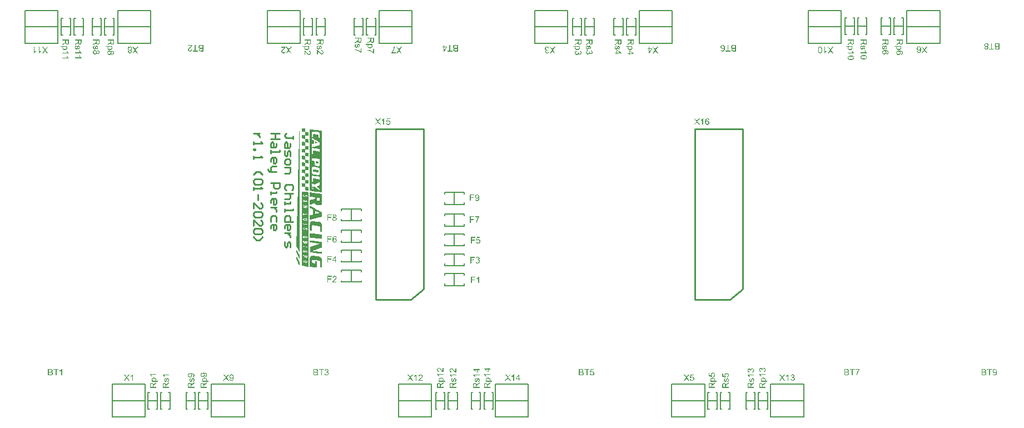
<source format=gto>
%FSLAX23Y23*%
%MOIN*%
%SFA1B1*%

%IPPOS*%
%ADD10C,0.007870*%
%ADD11C,0.009840*%
%ADD12C,0.005910*%
%ADD13C,0.010000*%
%LNbms_sub-1*%
%LPD*%
G36*
X1763Y1795D02*
X1766D01*
X1767*
X1768Y1794*
X1771*
X1780Y1793*
Y1773*
X1779*
X1776Y1773*
X1772*
X1769Y1774*
X1759Y1775*
Y1796*
X1761*
X1761*
X1763Y1795*
G37*
G36*
X1787Y1772D02*
X1790D01*
X1800Y1770*
Y1749*
X1800Y1750*
X1799*
X1797*
X1795Y1750*
X1792*
X1786Y1751*
X1783*
X1781*
Y1750*
X1780Y1747*
Y1731*
X1778*
X1776Y1732*
X1773*
X1770Y1733*
X1759Y1734*
Y1755*
X1761*
X1764*
X1766Y1754*
X1769*
X1770*
X1771*
X1774Y1753*
X1777Y1753*
X1778*
X1779*
X1780Y1754*
Y1773*
X1781*
X1782*
X1785*
X1787Y1772*
G37*
G36*
Y1730D02*
X1790D01*
X1791*
X1792*
X1796Y1730*
X1799Y1729*
X1800*
X1800*
Y1707*
X1800Y1709*
X1798*
X1796*
X1793Y1710*
X1790*
X1780Y1711*
X1781Y1701*
Y1690*
X1790Y1689*
X1791*
X1792*
X1796Y1688*
X1799Y1688*
X1800*
X1800*
Y1669*
X1800Y1668*
Y1668*
X1798*
X1796Y1668*
X1793*
X1790Y1669*
X1788*
X1785*
X1781Y1670*
X1781*
X1780*
Y1649*
X1779*
X1777*
X1775Y1650*
X1772*
X1769Y1651*
X1759Y1652*
Y1672*
X1760*
X1761*
X1762Y1671*
X1765*
X1768Y1671*
X1774Y1670*
X1777*
X1780*
Y1688*
X1779Y1689*
Y1690*
X1777*
X1775Y1691*
X1772*
X1769Y1691*
X1768*
X1764Y1692*
X1761Y1693*
X1760*
X1759*
Y1714*
X1761*
X1764*
X1767Y1713*
X1770*
X1771*
X1771*
X1775Y1712*
X1778Y1711*
X1779*
X1780*
Y1731*
X1781*
X1784*
X1787Y1730*
G37*
G36*
Y1649D02*
X1790D01*
X1800Y1647*
Y1626*
X1800*
X1799*
X1797Y1627*
X1794*
X1790Y1628*
X1784Y1629*
X1782Y1629*
X1781*
Y1628*
X1780Y1626*
Y1608*
X1778*
X1775Y1609*
X1772*
X1769Y1609*
X1759Y1610*
Y1632*
X1761*
X1764*
X1766Y1631*
X1769*
X1770*
X1771*
X1774Y1630*
X1777Y1629*
X1778*
X1779*
X1780Y1631*
Y1649*
X1781*
X1782*
X1785*
X1787Y1649*
G37*
G36*
X1783Y1607D02*
X1786D01*
X1789Y1606*
X1795Y1606*
X1798*
X1800*
Y1586*
X1800*
X1799*
X1797*
X1793Y1587*
X1786Y1587*
X1781Y1588*
Y1587*
X1780Y1583*
Y1567*
X1778*
X1775Y1568*
X1773*
X1770Y1569*
X1768*
X1765*
X1762Y1570*
X1760*
X1759*
Y1590*
X1761*
X1764*
X1767Y1590*
X1770*
X1771*
X1771*
X1775Y1589*
X1778Y1588*
X1779*
X1780*
Y1608*
X1781*
X1781*
X1783Y1607*
G37*
G36*
X1784Y1567D02*
X1787D01*
X1790Y1566*
X1791*
X1792*
X1796Y1565*
X1799Y1564*
X1800*
X1800*
Y1544*
X1800*
X1799*
X1796*
X1794Y1545*
X1790*
X1790*
X1789*
X1786Y1546*
X1782*
X1781Y1547*
X1781*
X1780*
Y1526*
X1790Y1525*
X1790*
X1791*
X1795Y1525*
X1798*
X1799Y1524*
X1800*
X1800*
Y1503*
X1800*
X1796*
X1794Y1504*
X1790Y1505*
X1786Y1505*
X1781Y1506*
X1780*
Y1485*
X1781Y1485*
X1781*
X1782*
X1785*
X1790Y1484*
X1791*
X1792*
X1795Y1483*
X1799*
X1800*
X1800*
Y1463*
X1799*
X1797Y1463*
X1794*
X1790Y1464*
X1790*
X1789*
X1785*
X1782Y1465*
X1781*
X1780*
Y1445*
X1781Y1444*
X1782*
X1785Y1443*
X1787*
X1790Y1443*
X1800Y1441*
Y1421*
X1800*
X1798*
X1797*
X1795Y1422*
X1794*
X1790*
X1780Y1423*
Y1444*
X1778*
X1776Y1445*
X1773*
X1770Y1446*
X1769*
X1768*
X1764*
X1761Y1446*
X1760*
X1759*
Y1467*
X1760*
X1761*
X1764*
X1767Y1466*
X1770*
X1771*
X1771*
X1774Y1466*
X1778Y1465*
X1779*
X1780*
Y1485*
X1770Y1486*
X1769*
X1768*
X1764*
X1761Y1487*
X1760*
X1759*
Y1508*
X1760*
X1761*
X1764*
X1767Y1508*
X1770*
X1771*
X1771*
X1774Y1507*
X1778Y1506*
X1779*
X1780*
Y1526*
X1770Y1528*
X1768*
X1765*
X1761Y1528*
X1761*
X1760*
X1759*
Y1550*
X1760*
X1761*
X1764Y1549*
X1766*
X1770Y1548*
X1774Y1547*
X1779Y1547*
X1780*
Y1567*
X1781*
X1784Y1567*
G37*
G36*
X1814Y1789D02*
X1819D01*
X1825Y1787*
X1833Y1786*
X1844Y1785*
X1845*
X1846*
X1849Y1784*
X1856Y1783*
X1862Y1782*
X1868*
X1874Y1782*
X1878Y1781*
X1879*
X1881*
Y1410*
X1879Y1411*
X1879*
X1877*
X1875Y1412*
X1870*
X1864Y1413*
X1855Y1414*
X1849Y1414*
X1843Y1415*
X1808Y1420*
Y1789*
X1809*
X1810*
X1811*
X1814Y1789*
G37*
G36*
X1813Y1410D02*
X1817D01*
X1823Y1408*
X1833Y1407*
X1838Y1407*
X1844Y1406*
X1845*
X1846*
X1849Y1405*
X1855Y1404*
X1862Y1404*
X1868Y1403*
X1873Y1402*
X1878*
X1879Y1401*
X1879*
X1881*
X1879Y1372*
Y1341*
X1879Y1339*
X1877Y1337*
X1875Y1335*
X1874*
X1871Y1335*
X1866*
X1862*
X1858Y1335*
X1857*
X1856*
X1852Y1336*
X1847*
X1846Y1337*
X1844*
X1843Y1338*
X1842Y1339*
X1840Y1342*
X1839Y1345*
Y1348*
X1837Y1347*
X1836Y1346*
X1833Y1345*
X1829Y1344*
X1823Y1342*
X1823*
X1821Y1342*
X1816Y1339*
X1810Y1338*
X1809Y1337*
X1808*
Y1365*
X1810Y1366*
X1812Y1367*
X1813*
X1813*
X1818Y1368*
X1819*
X1820*
X1823Y1369*
X1825*
X1839Y1374*
Y1380*
X1839Y1381*
X1837*
X1835Y1381*
X1833*
X1829Y1382*
X1823Y1383*
X1823*
X1821Y1384*
X1816Y1384*
X1816*
X1814*
X1810Y1385*
X1810*
X1809*
X1808*
Y1410*
X1809*
X1810*
X1810*
X1813Y1410*
G37*
G36*
X1810Y1330D02*
X1813Y1329D01*
X1815Y1328*
X1818Y1325*
X1822Y1324*
X1826Y1321*
X1832Y1318*
X1839Y1314*
X1846Y1309*
X1856Y1304*
X1866Y1298*
X1879Y1291*
X1881Y1290*
Y1265*
X1849Y1257*
X1848Y1257*
X1845Y1256*
X1839Y1255*
X1833Y1254*
X1832Y1253*
X1829Y1252*
X1824Y1251*
X1820Y1250*
X1819*
X1817Y1249*
X1816Y1248*
X1814*
X1808Y1247*
Y1273*
X1817Y1276*
X1818*
X1819*
X1822Y1277*
X1825Y1278*
X1826Y1279*
X1828*
Y1308*
X1817Y1313*
X1808Y1319*
Y1331*
X1810Y1330*
G37*
G36*
X1828Y1237D02*
X1832D01*
X1837Y1237*
X1843Y1236*
X1844*
X1847Y1235*
X1850*
X1855Y1234*
X1859*
X1863Y1234*
X1866Y1233*
X1868*
X1869*
X1869Y1232*
X1873Y1230*
X1878Y1226*
X1881Y1220*
Y1175*
X1879*
X1879*
X1876*
X1873*
X1869Y1176*
Y1203*
X1868Y1205*
Y1206*
X1867Y1207*
X1865Y1208*
X1865*
X1863Y1208*
X1860*
X1856Y1209*
X1851Y1210*
X1844Y1211*
X1823Y1213*
X1823Y1212*
X1822*
X1821Y1211*
Y1182*
X1820*
X1820*
X1817*
X1814Y1182*
X1808Y1183*
Y1217*
X1809Y1221*
Y1226*
X1810Y1230*
X1810Y1232*
X1811Y1233*
X1812Y1234*
X1813Y1235*
X1814Y1236*
X1817Y1237*
X1822Y1238*
X1823*
X1823*
X1826*
X1828Y1237*
G37*
G36*
X1811Y1166D02*
X1814D01*
X1819Y1165*
X1826Y1164*
X1834Y1163*
X1846Y1162*
X1881Y1157*
Y1132*
X1879*
X1879*
X1878*
X1875Y1133*
X1871*
X1865Y1133*
X1856Y1135*
X1850Y1136*
X1844Y1136*
X1843*
X1839Y1137*
X1833Y1138*
X1826*
X1820Y1139*
X1814Y1139*
X1810Y1140*
X1809*
X1808*
Y1166*
X1809*
X1810*
X1811Y1166*
G37*
G36*
X1745Y1760D02*
X1745Y1751D01*
Y1099*
X1745Y1087*
Y1053*
X1744Y1054*
Y1055*
X1742Y1058*
X1741Y1061*
X1739Y1064*
X1736Y1071*
X1728Y1088*
X1736Y1443*
Y1451*
X1737Y1458*
Y1486*
X1738Y1498*
Y1511*
X1738Y1525*
Y1540*
X1739Y1555*
X1740Y1587*
X1741Y1620*
X1741Y1653*
X1742Y1685*
Y1715*
X1743Y1730*
Y1742*
X1744Y1754*
Y1775*
X1745Y1782*
Y1760*
G37*
G36*
X1814Y1121D02*
X1818D01*
X1824Y1120*
X1833Y1120*
X1844Y1118*
X1845*
X1846*
X1849Y1117*
X1856Y1117*
X1862Y1116*
X1868Y1115*
X1874Y1114*
X1878Y1113*
X1879*
X1881Y1113*
Y1080*
X1875Y1078*
X1875*
X1873*
X1870Y1077*
X1869*
X1867Y1077*
X1864Y1075*
X1859Y1074*
X1859Y1073*
X1856Y1072*
X1851Y1071*
X1847Y1069*
X1846Y1068*
X1843Y1068*
X1839Y1066*
X1835Y1064*
X1834Y1064*
X1832Y1063*
X1826Y1061*
X1825*
X1824Y1061*
X1823*
X1824Y1060*
X1826*
X1830Y1059*
X1835Y1058*
X1842Y1058*
X1851Y1057*
X1852*
X1856Y1056*
X1860Y1055*
X1865Y1055*
X1871*
X1875Y1054*
X1879Y1053*
X1880*
X1881Y1052*
Y1045*
X1880Y1043*
X1879Y1042*
X1879*
X1878*
X1875Y1043*
X1874*
X1872*
X1867*
X1861Y1044*
X1859*
X1856Y1045*
X1850Y1045*
X1844Y1047*
X1809Y1051*
Y1084*
X1839Y1094*
X1840*
X1843Y1095*
X1848Y1097*
X1852Y1099*
X1854*
X1856Y1100*
X1860Y1101*
X1863Y1103*
X1864*
X1865*
X1867Y1103*
X1866*
X1864Y1104*
X1860*
X1855Y1105*
X1848Y1106*
X1839Y1107*
X1837*
X1834Y1108*
X1830*
X1825Y1109*
X1820Y1110*
X1814Y1110*
X1811*
X1809Y1111*
X1808*
Y1122*
X1809*
X1810*
X1811*
X1814Y1121*
G37*
G36*
X1728Y1067D02*
X1730Y1064D01*
X1731Y1064*
X1732Y1061*
X1734Y1057*
X1736Y1051*
X1745Y1033*
Y1015*
X1745Y1014*
Y1013*
X1744Y1014*
Y1015*
X1742Y1018*
X1741Y1021*
X1739Y1025*
X1736Y1032*
X1727Y1050*
Y1061*
X1728Y1064*
Y1068*
X1728Y1067*
G37*
G36*
X1728Y1030D02*
X1728Y1028D01*
X1729Y1026*
X1731Y1023*
X1733Y1019*
X1736Y1012*
X1745Y992*
Y974*
X1745Y973*
Y973*
X1744Y973*
Y975*
X1742Y977*
X1741Y981*
X1738Y986*
X1735Y992*
X1726Y1012*
Y1021*
X1727Y1024*
Y1031*
X1728Y1030*
G37*
G36*
X1768Y1415D02*
X1774D01*
X1781Y1414*
X1789Y1413*
X1800Y1411*
X1800*
Y993*
X1800Y986*
Y966*
X1799*
X1797*
X1795*
X1791Y966*
X1786Y967*
X1779Y968*
X1770Y970*
X1760Y971*
X1759*
Y1416*
X1760*
X1761*
X1761*
X1764*
X1768Y1415*
G37*
G36*
X1837Y1030D02*
X1844Y1029D01*
X1845*
X1847Y1028*
X1850*
X1854Y1028*
X1858Y1027*
X1862*
X1864Y1026*
X1865*
X1866*
X1867Y1025*
X1870Y1024*
X1874Y1022*
X1878Y1018*
Y1017*
X1879Y1016*
X1879Y1013*
Y1012*
X1880Y1012*
Y1006*
X1881Y1001*
Y960*
X1879*
X1879*
X1877*
X1874Y960*
X1869Y961*
Y998*
X1868Y999*
X1867Y999*
X1865Y1001*
X1865*
X1864*
X1862*
X1860Y1002*
X1856Y1002*
X1851Y1003*
X1844Y1004*
X1843*
X1841*
X1838Y1005*
X1834*
X1830Y1006*
X1827*
X1824Y1006*
X1823*
X1823*
X1821Y1005*
X1820Y1004*
Y992*
X1821Y991*
X1822Y990*
X1823Y989*
X1824Y988*
X1827Y987*
X1832Y986*
X1839*
Y999*
X1840*
X1841*
X1843*
X1846Y999*
X1851Y998*
Y963*
X1850Y960*
Y960*
X1849*
X1848*
X1845Y960*
X1842*
X1836Y961*
X1830Y962*
X1829*
X1826*
X1823Y963*
X1819*
X1815Y963*
X1812*
X1810Y964*
X1808*
Y1017*
X1809Y1021*
Y1022*
X1810Y1023*
X1811Y1026*
X1814Y1028*
X1820Y1031*
X1820*
X1822*
X1824*
X1827*
X1831*
X1837Y1030*
G37*
G36*
X2811Y1398D02*
X2812D01*
X2812Y1398*
X2813Y1398*
X2814Y1398*
X2815Y1397*
X2816Y1397*
X2818Y1396*
X2818*
X2818Y1396*
X2818Y1396*
X2818Y1396*
X2819Y1395*
X2819Y1395*
X2820Y1394*
X2821Y1393*
X2822Y1392*
X2822Y1390*
Y1390*
X2822Y1390*
X2823Y1390*
X2823Y1390*
X2823Y1389*
X2823Y1389*
X2823Y1388*
X2823Y1388*
X2823Y1387*
X2824Y1386*
X2824Y1385*
X2824Y1384*
X2824Y1383*
X2824Y1382*
X2824Y1381*
Y1380*
Y1380*
Y1379*
Y1379*
Y1378*
X2824Y1378*
Y1377*
X2824Y1376*
X2824Y1375*
X2824Y1374*
X2823Y1372*
X2823Y1370*
X2823Y1369*
X2822Y1368*
Y1368*
X2822Y1368*
X2822Y1368*
X2822Y1367*
X2822Y1367*
X2822Y1366*
X2821Y1365*
X2821Y1364*
X2820Y1363*
X2819Y1362*
X2818Y1361*
X2818*
X2817Y1361*
X2817Y1361*
X2817Y1361*
X2817Y1361*
X2816Y1361*
X2816Y1360*
X2816Y1360*
X2814Y1360*
X2813Y1359*
X2812Y1359*
X2810Y1359*
X2810*
X2810Y1359*
X2809*
X2809Y1359*
X2808Y1359*
X2806Y1360*
X2805Y1360*
X2804Y1361*
X2803Y1361*
X2803Y1362*
X2803Y1362*
X2803Y1362*
X2803Y1362*
X2802Y1362*
X2802Y1362*
X2802Y1363*
X2801Y1363*
X2801Y1364*
X2800Y1366*
X2800Y1367*
X2799Y1369*
X2804Y1369*
Y1369*
X2804Y1369*
Y1369*
X2804Y1368*
X2804Y1368*
X2805Y1367*
X2805Y1366*
X2805Y1366*
X2806Y1365*
X2806Y1364*
X2806Y1364*
X2806Y1364*
X2807Y1364*
X2807Y1364*
X2808Y1363*
X2809Y1363*
X2809Y1363*
X2810Y1363*
X2811*
X2811Y1363*
X2812Y1363*
X2812Y1363*
X2813Y1363*
X2814Y1364*
X2814Y1364*
X2814Y1364*
X2814Y1364*
X2815Y1364*
X2815Y1365*
X2816Y1365*
X2816Y1365*
X2816Y1366*
X2817Y1367*
X2817Y1367*
X2817Y1367*
X2817Y1367*
X2817Y1368*
X2818Y1368*
X2818Y1369*
X2818Y1370*
X2819Y1371*
Y1371*
X2819Y1371*
Y1371*
X2819Y1372*
X2819Y1372*
X2819Y1373*
X2819Y1374*
X2819Y1375*
X2819Y1376*
X2819Y1377*
Y1377*
Y1377*
Y1377*
Y1378*
X2819Y1378*
X2819Y1377*
X2819Y1377*
X2818Y1376*
X2818Y1376*
X2817Y1375*
X2816Y1375*
X2815Y1374*
X2815Y1374*
X2815Y1374*
X2814Y1374*
X2814Y1373*
X2813Y1373*
X2812Y1373*
X2811Y1373*
X2810Y1373*
X2810*
X2809Y1373*
X2809Y1373*
X2808Y1373*
X2808Y1373*
X2807Y1373*
X2806Y1374*
X2805Y1374*
X2805Y1374*
X2804Y1375*
X2803Y1375*
X2803Y1376*
X2802Y1376*
X2802Y1376*
X2802Y1376*
X2802Y1377*
X2802Y1377*
X2801Y1377*
X2801Y1378*
X2801Y1378*
X2800Y1379*
X2800Y1379*
X2800Y1380*
X2800Y1381*
X2799Y1381*
X2799Y1382*
X2799Y1383*
X2799Y1384*
X2799Y1385*
Y1385*
Y1386*
Y1386*
X2799Y1386*
X2799Y1387*
X2799Y1387*
X2799Y1388*
X2799Y1389*
X2800Y1390*
X2800Y1391*
X2800Y1392*
X2801Y1393*
X2801Y1393*
X2802Y1394*
X2802Y1395*
X2802Y1395*
X2802Y1395*
X2803Y1395*
X2803Y1395*
X2803Y1396*
X2804Y1396*
X2804Y1396*
X2805Y1397*
X2805Y1397*
X2806Y1397*
X2807Y1398*
X2808Y1398*
X2809Y1398*
X2810Y1398*
X2811Y1398*
X2811*
X2811Y1398*
G37*
G36*
X2794Y1394D02*
X2773D01*
Y1382*
X2791*
Y1377*
X2773*
Y1360*
X2768*
Y1398*
X2794*
Y1394*
G37*
G36*
X5915Y352D02*
X5915D01*
X5915Y352*
X5916Y352*
X5917Y352*
X5919Y351*
X5920Y351*
X5921Y350*
X5921*
X5921Y350*
X5921Y350*
X5921Y350*
X5922Y349*
X5923Y349*
X5923Y348*
X5924Y347*
X5925Y346*
X5926Y344*
Y344*
X5926Y344*
X5926Y344*
X5926Y344*
X5926Y343*
X5926Y343*
X5926Y342*
X5926Y342*
X5927Y341*
X5927Y340*
X5927Y339*
X5927Y338*
X5927Y337*
X5927Y336*
X5927Y335*
Y333*
Y333*
Y333*
Y333*
Y332*
X5927Y332*
Y331*
X5927Y330*
X5927Y329*
X5927Y327*
X5927Y325*
X5926Y323*
X5926Y323*
X5926Y322*
Y322*
X5926Y322*
X5925Y321*
X5925Y321*
X5925Y321*
X5925Y320*
X5924Y319*
X5924Y318*
X5923Y317*
X5922Y316*
X5921Y315*
X5921*
X5921Y315*
X5921Y315*
X5920Y315*
X5920Y315*
X5920Y314*
X5919Y314*
X5919Y314*
X5918Y314*
X5916Y313*
X5915Y313*
X5914Y313*
X5913*
X5913Y313*
X5912*
X5912Y313*
X5911Y313*
X5910Y313*
X5909Y314*
X5907Y314*
X5907Y315*
X5906Y315*
X5906Y315*
X5906Y315*
X5906Y316*
X5906Y316*
X5905Y316*
X5905Y316*
X5905Y317*
X5904Y318*
X5904Y319*
X5903Y321*
X5903Y322*
X5907Y323*
Y323*
X5907Y323*
Y322*
X5907Y322*
X5908Y322*
X5908Y321*
X5908Y320*
X5908Y319*
X5909Y319*
X5909Y318*
X5910Y318*
X5910Y318*
X5910Y318*
X5911Y317*
X5911Y317*
X5912Y317*
X5913Y317*
X5914Y317*
X5914*
X5914Y317*
X5915Y317*
X5915Y317*
X5916Y317*
X5917Y317*
X5917Y318*
X5917Y318*
X5918Y318*
X5918Y318*
X5918Y318*
X5919Y319*
X5919Y319*
X5920Y320*
X5920Y320*
X5920Y320*
X5920Y321*
X5920Y321*
X5921Y322*
X5921Y322*
X5921Y323*
X5922Y324*
X5922Y325*
Y325*
X5922Y325*
Y325*
X5922Y325*
X5922Y326*
X5922Y327*
X5922Y328*
X5922Y328*
X5922Y330*
X5923Y331*
Y331*
Y331*
Y331*
Y332*
X5922Y331*
X5922Y331*
X5922Y331*
X5922Y330*
X5921Y330*
X5920Y329*
X5920Y328*
X5919Y328*
X5919Y328*
X5918Y328*
X5918Y327*
X5917Y327*
X5916Y327*
X5915Y327*
X5914Y327*
X5913Y327*
X5913*
X5913Y327*
X5912Y327*
X5912Y327*
X5911Y327*
X5911Y327*
X5909Y327*
X5909Y328*
X5908Y328*
X5907Y328*
X5907Y329*
X5906Y329*
X5905Y330*
X5905Y330*
X5905Y330*
X5905Y330*
X5905Y331*
X5905Y331*
X5904Y331*
X5904Y332*
X5904Y332*
X5903Y333*
X5903Y334*
X5903Y334*
X5903Y335*
X5902Y336*
X5902Y337*
X5902Y338*
X5902Y339*
Y339*
Y339*
Y340*
X5902Y340*
X5902Y341*
X5902Y341*
X5902Y342*
X5902Y342*
X5903Y344*
X5903Y345*
X5903Y346*
X5904Y346*
X5904Y347*
X5905Y348*
X5905Y348*
X5906Y349*
X5906Y349*
X5906Y349*
X5906Y349*
X5906Y349*
X5907Y350*
X5907Y350*
X5908Y350*
X5908Y351*
X5909Y351*
X5911Y351*
X5911Y352*
X5912Y352*
X5913Y352*
X5914Y352*
X5914*
X5915Y352*
G37*
G36*
X5899Y347D02*
X5886D01*
Y313*
X5881*
Y347*
X5868*
Y352*
X5899*
Y347*
G37*
G36*
X5851Y352D02*
X5851D01*
X5852Y352*
X5853Y352*
X5854Y351*
X5856Y351*
X5857Y351*
X5857*
X5857Y351*
X5857Y351*
X5858Y350*
X5858Y350*
X5859Y349*
X5859Y349*
X5860Y348*
X5861Y347*
X5861Y347*
X5861Y347*
X5861Y346*
X5861Y346*
X5862Y345*
X5862Y344*
X5862Y343*
X5862Y342*
Y342*
Y342*
X5862Y341*
X5862Y341*
X5862Y340*
X5862Y339*
X5861Y338*
X5861Y337*
X5861Y337*
X5861Y337*
X5860Y337*
X5860Y336*
X5859Y336*
X5859Y335*
X5858Y335*
X5857Y334*
X5857*
X5857Y334*
X5857Y334*
X5857Y334*
X5858Y334*
X5859Y333*
X5860Y333*
X5861Y332*
X5861Y331*
X5862Y330*
X5862Y330*
X5863Y330*
X5863Y329*
X5863Y329*
X5864Y328*
X5864Y327*
X5864Y326*
X5864Y325*
Y325*
Y325*
Y324*
X5864Y324*
X5864Y323*
X5864Y322*
X5864Y321*
X5863Y320*
X5863Y320*
X5863Y319*
X5863Y319*
X5863Y319*
X5862Y318*
X5862Y318*
X5861Y317*
X5861Y316*
X5860Y316*
X5860Y316*
X5860Y316*
X5859Y316*
X5859Y315*
X5858Y315*
X5858Y315*
X5857Y314*
X5856Y314*
X5856*
X5856Y314*
X5855Y314*
X5854Y314*
X5853Y314*
X5852Y314*
X5851Y314*
X5850Y313*
X5835*
Y352*
X5850*
X5851Y352*
G37*
G36*
X5943Y2267D02*
X5928D01*
X5928Y2267*
X5927*
X5926Y2267*
X5925Y2267*
X5924Y2268*
X5923Y2268*
X5922Y2268*
X5922*
X5922Y2268*
X5922Y2269*
X5921Y2269*
X5920Y2269*
X5920Y2270*
X5919Y2270*
X5918Y2271*
X5918Y2272*
X5918Y2272*
X5918Y2272*
X5917Y2273*
X5917Y2274*
X5917Y2274*
X5916Y2275*
X5916Y2276*
X5916Y2277*
Y2277*
Y2277*
X5916Y2278*
X5916Y2279*
X5917Y2279*
X5917Y2280*
X5917Y2281*
X5918Y2282*
X5918Y2282*
X5918Y2282*
X5918Y2282*
X5919Y2283*
X5919Y2283*
X5920Y2284*
X5921Y2285*
X5922Y2285*
X5922*
X5921Y2285*
X5921Y2285*
X5921Y2285*
X5920Y2286*
X5920Y2286*
X5919Y2286*
X5918Y2287*
X5917Y2288*
X5916Y2289*
X5916Y2289*
X5916Y2289*
X5916Y2290*
X5915Y2290*
X5915Y2291*
X5915Y2292*
X5914Y2293*
X5914Y2294*
Y2295*
Y2295*
Y2295*
X5914Y2295*
X5915Y2296*
X5915Y2297*
X5915Y2298*
X5915Y2299*
X5916Y2300*
X5916Y2300*
X5916Y2300*
X5916Y2300*
X5916Y2301*
X5917Y2301*
X5917Y2302*
X5918Y2303*
X5918Y2303*
X5918Y2303*
X5919Y2303*
X5919Y2304*
X5920Y2304*
X5920Y2304*
X5921Y2304*
X5922Y2305*
X5923Y2305*
X5923*
X5923Y2305*
X5924Y2305*
X5924Y2305*
X5925Y2305*
X5926Y2305*
X5927Y2306*
X5929Y2306*
X5943*
Y2267*
G37*
G36*
X5898Y2272D02*
X5910D01*
Y2267*
X5880*
Y2272*
X5893*
Y2306*
X5898*
Y2272*
G37*
G36*
X5865Y2306D02*
X5865Y2306D01*
X5866Y2306*
X5867Y2306*
X5867Y2306*
X5869Y2305*
X5869Y2305*
X5870Y2305*
X5871Y2304*
X5872Y2304*
X5872Y2304*
X5873Y2303*
X5873Y2303*
X5873Y2303*
X5873Y2303*
X5874Y2302*
X5874Y2302*
X5874Y2302*
X5875Y2301*
X5875Y2301*
X5875Y2300*
X5875Y2299*
X5876Y2298*
X5876Y2297*
X5876Y2296*
X5877Y2295*
X5877Y2295*
Y2295*
Y2294*
Y2294*
X5877Y2294*
Y2294*
X5876Y2293*
X5876Y2292*
X5876Y2291*
X5876Y2290*
X5875Y2289*
X5875Y2288*
Y2288*
X5875Y2288*
X5874Y2288*
X5874Y2287*
X5873Y2287*
X5873Y2286*
X5872Y2286*
X5871Y2285*
X5869Y2285*
X5869*
X5869Y2285*
X5870Y2285*
X5870Y2285*
X5870Y2284*
X5871Y2284*
X5872Y2284*
X5872Y2283*
X5873Y2282*
X5874Y2282*
X5874Y2282*
X5874Y2281*
X5874Y2281*
X5874Y2280*
X5875Y2280*
X5875Y2279*
X5875Y2278*
X5875Y2277*
Y2277*
Y2277*
Y2277*
X5875Y2276*
X5875Y2276*
X5875Y2275*
X5875Y2275*
X5874Y2273*
X5874Y2272*
X5873Y2272*
X5873Y2271*
X5873Y2270*
X5872Y2270*
X5872Y2270*
X5872Y2270*
X5872Y2270*
X5871Y2269*
X5871Y2269*
X5871Y2269*
X5870Y2269*
X5870Y2268*
X5869Y2268*
X5869Y2268*
X5868Y2268*
X5867Y2267*
X5866Y2267*
X5865Y2267*
X5864Y2267*
X5864*
X5863Y2267*
X5863Y2267*
X5862Y2267*
X5862Y2267*
X5861Y2267*
X5860Y2268*
X5858Y2268*
X5858Y2269*
X5857Y2269*
X5857Y2269*
X5856Y2270*
X5856Y2270*
X5856Y2270*
X5856Y2270*
X5855Y2270*
X5855Y2271*
X5855Y2271*
X5854Y2272*
X5854Y2273*
X5853Y2274*
X5853Y2276*
X5853Y2276*
X5853Y2277*
Y2277*
Y2277*
Y2278*
X5853Y2278*
X5853Y2279*
X5853Y2279*
X5853Y2280*
X5854Y2281*
X5854Y2282*
X5854Y2282*
X5855Y2282*
X5855Y2282*
X5855Y2283*
X5856Y2283*
X5857Y2284*
X5857Y2284*
X5858Y2285*
X5858*
X5858Y2285*
X5858Y2285*
X5858Y2285*
X5857Y2285*
X5856Y2286*
X5856Y2286*
X5855Y2287*
X5854Y2288*
X5853Y2289*
Y2289*
X5853Y2289*
X5853Y2289*
X5853Y2290*
X5852Y2290*
X5852Y2291*
X5852Y2292*
X5851Y2293*
X5851Y2295*
Y2295*
Y2295*
Y2295*
X5851Y2296*
X5851Y2296*
X5851Y2296*
X5852Y2297*
X5852Y2298*
X5852Y2299*
X5852Y2300*
X5853Y2300*
X5853Y2301*
X5854Y2302*
X5854Y2302*
X5855Y2303*
X5855Y2303*
X5855Y2303*
X5855Y2303*
X5855Y2303*
X5856Y2304*
X5856Y2304*
X5857Y2304*
X5857Y2305*
X5858Y2305*
X5859Y2305*
X5859Y2305*
X5860Y2306*
X5861Y2306*
X5862Y2306*
X5863Y2306*
X5864Y2306*
X5864*
X5865Y2306*
G37*
G36*
X5104Y348D02*
X5104Y348D01*
X5104Y348*
X5104Y347*
X5104Y347*
X5103Y347*
X5103Y346*
X5103Y346*
X5102Y345*
X5102Y344*
X5101Y343*
X5100Y343*
X5100Y342*
X5099Y341*
X5098Y340*
X5098Y338*
X5097Y337*
X5097Y337*
X5097Y337*
X5097Y337*
X5096Y336*
X5096Y336*
X5096Y335*
X5095Y334*
X5095Y333*
X5095Y332*
X5094Y331*
X5094Y330*
X5093Y329*
X5092Y327*
X5091Y324*
Y324*
X5091Y324*
X5091Y324*
X5091Y323*
X5091Y323*
X5091Y322*
X5091Y322*
X5091Y321*
X5091Y320*
X5090Y319*
X5090Y318*
X5090Y316*
X5090Y313*
X5085*
Y314*
Y314*
Y314*
X5085Y314*
Y315*
X5085Y315*
X5085Y316*
X5085Y317*
X5085Y317*
X5085Y318*
X5086Y319*
X5086Y320*
X5086Y321*
X5086Y322*
X5087Y324*
Y324*
X5087Y325*
X5087Y325*
X5087Y325*
X5087Y326*
X5087Y327*
X5088Y327*
X5088Y328*
X5088Y329*
X5089Y330*
X5089Y332*
X5090Y335*
X5091Y337*
X5092Y337*
X5092Y337*
X5092Y337*
X5092Y338*
X5092Y338*
X5093Y339*
X5093Y340*
X5094Y340*
X5095Y342*
X5096Y344*
X5097Y345*
X5098Y347*
X5080*
Y351*
X5104*
Y348*
G37*
G36*
X5076Y347D02*
X5063D01*
Y313*
X5058*
Y347*
X5045*
Y352*
X5076*
Y347*
G37*
G36*
X5028Y352D02*
X5028D01*
X5029Y352*
X5030Y352*
X5032Y351*
X5033Y351*
X5034Y351*
X5034*
X5034Y351*
X5034Y351*
X5035Y350*
X5035Y350*
X5036Y349*
X5037Y349*
X5037Y348*
X5038Y347*
X5038Y347*
X5038Y347*
X5038Y346*
X5039Y346*
X5039Y345*
X5039Y344*
X5039Y343*
X5039Y342*
Y342*
Y342*
X5039Y341*
X5039Y341*
X5039Y340*
X5039Y339*
X5038Y338*
X5038Y337*
X5038Y337*
X5038Y337*
X5037Y337*
X5037Y336*
X5036Y336*
X5036Y335*
X5035Y335*
X5034Y334*
X5034*
X5034Y334*
X5034Y334*
X5035Y334*
X5035Y334*
X5036Y333*
X5037Y333*
X5038Y332*
X5039Y331*
X5039Y330*
X5039Y330*
X5040Y330*
X5040Y329*
X5040Y329*
X5041Y328*
X5041Y327*
X5041Y326*
X5041Y325*
Y325*
Y325*
Y324*
X5041Y324*
X5041Y323*
X5041Y322*
X5041Y321*
X5041Y320*
X5040Y320*
X5040Y319*
X5040Y319*
X5040Y319*
X5039Y318*
X5039Y318*
X5038Y317*
X5038Y316*
X5037Y316*
X5037Y316*
X5037Y316*
X5037Y316*
X5036Y315*
X5036Y315*
X5035Y315*
X5034Y314*
X5033Y314*
X5033*
X5033Y314*
X5032Y314*
X5031Y314*
X5031Y314*
X5029Y314*
X5028Y314*
X5027Y313*
X5012*
Y352*
X5027*
X5028Y352*
G37*
G36*
X4283Y2295D02*
X4284D01*
X4284Y2295*
X4285Y2295*
X4285Y2295*
X4286Y2295*
X4287Y2295*
X4288Y2294*
X4288Y2294*
X4289Y2294*
X4290Y2293*
X4291Y2293*
X4292Y2292*
X4292Y2291*
X4292Y2291*
X4292Y2291*
X4293Y2291*
X4293Y2290*
X4293Y2290*
X4293Y2289*
X4294Y2289*
X4294Y2288*
X4295Y2287*
X4295Y2286*
X4295Y2285*
X4295Y2283*
X4296Y2282*
X4296Y2280*
X4296Y2279*
X4296Y2277*
Y2277*
Y2277*
Y2277*
Y2276*
X4296Y2276*
Y2275*
X4296Y2274*
X4296Y2273*
X4296Y2272*
X4296Y2271*
X4295Y2269*
X4295Y2268*
X4295Y2267*
X4294Y2265*
X4294Y2264*
X4293Y2263*
X4293Y2262*
X4292Y2261*
X4292Y2261*
X4292Y2260*
X4292Y2260*
X4291Y2260*
X4291Y2260*
X4290Y2259*
X4290Y2259*
X4289Y2258*
X4289Y2258*
X4288Y2258*
X4287Y2257*
X4286Y2257*
X4285Y2257*
X4284Y2256*
X4283Y2256*
X4282Y2256*
X4282*
X4281Y2256*
X4281*
X4281Y2256*
X4280Y2257*
X4278Y2257*
X4277Y2257*
X4276Y2258*
X4275Y2258*
X4275Y2259*
X4275Y2259*
X4275Y2259*
X4275Y2259*
X4274Y2259*
X4274Y2259*
X4274Y2260*
X4273Y2261*
X4273Y2262*
X4272Y2263*
X4272Y2264*
X4271Y2266*
X4276Y2266*
Y2266*
X4276Y2266*
X4276Y2266*
X4276Y2265*
X4276Y2265*
X4277Y2264*
X4277Y2263*
X4277Y2263*
X4278Y2262*
X4278Y2262*
X4278Y2262*
X4279Y2261*
X4279Y2261*
X4280Y2261*
X4281Y2260*
X4281Y2260*
X4282Y2260*
X4283*
X4283Y2260*
X4284Y2260*
X4284Y2260*
X4285Y2261*
X4286Y2261*
X4286Y2261*
X4287Y2261*
X4287Y2262*
X4287Y2262*
X4288Y2263*
X4288Y2263*
X4289Y2264*
X4289Y2265*
X4290Y2266*
Y2266*
X4290Y2266*
X4290Y2266*
X4290Y2267*
X4290Y2267*
X4290Y2267*
X4291Y2268*
X4291Y2268*
X4291Y2269*
X4291Y2270*
X4291Y2270*
X4291Y2271*
X4291Y2272*
X4291Y2273*
X4291Y2274*
Y2275*
X4291Y2275*
X4291Y2275*
X4291Y2274*
X4290Y2274*
X4290Y2273*
X4289Y2272*
X4288Y2272*
X4287Y2271*
X4287*
X4287Y2271*
X4287Y2271*
X4286Y2271*
X4286Y2270*
X4285Y2270*
X4284Y2270*
X4283Y2270*
X4282Y2270*
X4282*
X4281Y2270*
X4281Y2270*
X4280Y2270*
X4280Y2270*
X4279Y2270*
X4278Y2271*
X4277Y2271*
X4277Y2271*
X4276Y2272*
X4275Y2272*
X4275Y2273*
X4274Y2273*
X4274Y2273*
X4274Y2274*
X4274Y2274*
X4273Y2274*
X4273Y2274*
X4273Y2275*
X4273Y2275*
X4272Y2276*
X4272Y2276*
X4272Y2277*
X4271Y2278*
X4271Y2279*
X4271Y2279*
X4271Y2280*
X4271Y2281*
X4271Y2282*
Y2282*
Y2283*
Y2283*
Y2283*
X4271Y2283*
Y2284*
X4271Y2285*
X4271Y2286*
X4271Y2287*
X4272Y2288*
X4272Y2289*
Y2289*
X4272Y2289*
X4272Y2289*
X4273Y2290*
X4273Y2290*
X4273Y2291*
X4274Y2292*
X4275Y2292*
X4276Y2293*
X4277Y2294*
X4277*
X4277Y2294*
X4277Y2294*
X4277Y2294*
X4278Y2294*
X4278Y2295*
X4279Y2295*
X4280Y2295*
X4281Y2295*
X4283Y2295*
X4283*
X4283Y2295*
G37*
G36*
X4363Y2256D02*
X4348D01*
X4347Y2256*
X4347*
X4346Y2257*
X4345Y2257*
X4343Y2257*
X4342Y2257*
X4341Y2258*
X4341*
X4341Y2258*
X4341Y2258*
X4340Y2258*
X4340Y2258*
X4339Y2259*
X4338Y2260*
X4338Y2260*
X4337Y2261*
X4337Y2261*
X4337Y2262*
X4337Y2262*
X4336Y2263*
X4336Y2263*
X4336Y2264*
X4336Y2265*
X4336Y2266*
Y2266*
Y2267*
X4336Y2267*
X4336Y2268*
X4336Y2268*
X4336Y2269*
X4336Y2270*
X4337Y2271*
X4337Y2271*
X4337Y2271*
X4337Y2272*
X4338Y2272*
X4338Y2273*
X4339Y2273*
X4340Y2274*
X4341Y2274*
X4341*
X4341Y2274*
X4341Y2274*
X4340Y2275*
X4340Y2275*
X4339Y2275*
X4338Y2276*
X4337Y2276*
X4336Y2277*
X4336Y2278*
X4335Y2278*
X4335Y2278*
X4335Y2279*
X4335Y2279*
X4334Y2280*
X4334Y2281*
X4334Y2282*
X4334Y2284*
Y2284*
Y2284*
Y2284*
X4334Y2285*
X4334Y2285*
X4334Y2286*
X4334Y2287*
X4334Y2288*
X4335Y2289*
X4335Y2289*
X4335Y2289*
X4335Y2289*
X4336Y2290*
X4336Y2291*
X4336Y2291*
X4337Y2292*
X4338Y2292*
X4338Y2292*
X4338Y2293*
X4338Y2293*
X4339Y2293*
X4339Y2293*
X4340Y2294*
X4341Y2294*
X4342Y2294*
X4342*
X4342Y2294*
X4343Y2294*
X4344Y2294*
X4344Y2295*
X4346Y2295*
X4347Y2295*
X4348Y2295*
X4363*
Y2256*
G37*
G36*
X4317Y2261D02*
X4330D01*
Y2256*
X4299*
Y2261*
X4312*
Y2295*
X4317*
Y2261*
G37*
G36*
X3511Y347D02*
X3496D01*
X3494Y337*
X3494Y337*
X3494Y337*
X3494Y337*
X3494Y337*
X3495Y337*
X3495Y337*
X3496Y338*
X3497Y338*
X3498Y339*
X3500Y339*
X3500Y339*
X3502*
X3502Y339*
X3502Y339*
X3503Y339*
X3503Y339*
X3504Y339*
X3505Y338*
X3506Y338*
X3507Y337*
X3508Y337*
X3508Y337*
X3509Y336*
X3510Y335*
X3510Y335*
X3510Y335*
X3510Y335*
X3510Y335*
X3510Y334*
X3511Y334*
X3511Y334*
X3511Y333*
X3512Y332*
X3512Y332*
X3512Y331*
X3513Y330*
X3513Y329*
X3513Y328*
X3513Y327*
X3513Y326*
Y326*
Y326*
Y326*
X3513Y326*
X3513Y325*
X3513Y325*
X3513Y324*
X3513Y323*
X3512Y322*
X3512Y320*
X3512Y320*
X3511Y319*
X3511Y318*
X3510Y317*
X3510Y317*
X3510Y317*
X3510Y317*
X3509Y317*
X3509Y316*
X3509Y316*
X3508Y316*
X3507Y315*
X3507Y315*
X3506Y314*
X3505Y314*
X3504Y314*
X3503Y313*
X3502Y313*
X3501Y313*
X3500Y313*
X3499*
X3499Y313*
X3499Y313*
X3498Y313*
X3498Y313*
X3497Y313*
X3496Y314*
X3494Y314*
X3493Y314*
X3493Y315*
X3492Y315*
X3491Y316*
X3491Y316*
X3491Y316*
X3491Y316*
X3491Y316*
X3491Y317*
X3490Y317*
X3490Y317*
X3490Y318*
X3489Y318*
X3489Y319*
X3488Y320*
X3488Y322*
X3488Y323*
X3488Y324*
X3493Y324*
Y324*
Y324*
X3493Y324*
X3493Y323*
X3493Y323*
X3493Y322*
X3493Y321*
X3494Y320*
X3494Y319*
X3495Y318*
X3495Y318*
X3495Y318*
X3496Y318*
X3496Y318*
X3497Y317*
X3498Y317*
X3499Y317*
X3500Y317*
X3500*
X3501Y317*
X3501Y317*
X3502Y317*
X3503Y317*
X3504Y318*
X3505Y318*
X3505Y319*
X3506Y319*
X3506Y319*
X3506Y319*
X3506Y320*
X3506Y320*
X3507Y320*
X3507Y321*
X3507Y322*
X3508Y323*
X3508Y325*
X3508Y325*
Y326*
Y326*
Y326*
Y326*
X3508Y327*
Y327*
X3508Y327*
X3508Y328*
X3508Y329*
X3507Y330*
X3507Y331*
X3506Y332*
Y332*
X3506Y333*
X3505Y333*
X3505Y333*
X3504Y334*
X3503Y334*
X3502Y334*
X3501Y335*
X3501Y335*
X3500*
X3499Y335*
X3499Y335*
X3498Y335*
X3497Y334*
X3496Y334*
X3496Y334*
X3496Y334*
X3495Y334*
X3495Y333*
X3495Y333*
X3494Y333*
X3494Y332*
X3493Y332*
X3493Y331*
X3488Y332*
X3492Y351*
X3511*
Y347*
G37*
G36*
X3484Y347D02*
X3472D01*
Y313*
X3467*
Y347*
X3454*
Y352*
X3484*
Y347*
G37*
G36*
X3436Y352D02*
X3437D01*
X3438Y352*
X3439Y352*
X3440Y351*
X3441Y351*
X3442Y351*
X3442*
X3442Y351*
X3443Y351*
X3443Y350*
X3444Y350*
X3444Y349*
X3445Y349*
X3446Y348*
X3446Y347*
X3446Y347*
X3447Y347*
X3447Y346*
X3447Y346*
X3447Y345*
X3448Y344*
X3448Y343*
X3448Y342*
Y342*
Y342*
X3448Y341*
X3448Y341*
X3448Y340*
X3447Y339*
X3447Y338*
X3447Y337*
X3446Y337*
X3446Y337*
X3446Y337*
X3446Y336*
X3445Y336*
X3444Y335*
X3443Y335*
X3443Y334*
X3443*
X3443Y334*
X3443Y334*
X3443Y334*
X3444Y334*
X3445Y333*
X3445Y333*
X3446Y332*
X3447Y331*
X3448Y330*
X3448Y330*
X3448Y330*
X3449Y329*
X3449Y329*
X3449Y328*
X3450Y327*
X3450Y326*
X3450Y325*
Y325*
Y325*
Y324*
X3450Y324*
X3450Y323*
X3450Y322*
X3449Y321*
X3449Y320*
X3449Y320*
X3449Y319*
X3448Y319*
X3448Y319*
X3448Y318*
X3447Y318*
X3447Y317*
X3446Y316*
X3446Y316*
X3446Y316*
X3446Y316*
X3445Y316*
X3445Y315*
X3444Y315*
X3443Y315*
X3443Y314*
X3442Y314*
X3441*
X3441Y314*
X3441Y314*
X3440Y314*
X3439Y314*
X3438Y314*
X3437Y314*
X3435Y313*
X3421*
Y352*
X3436*
X3436Y352*
G37*
G36*
X2695Y2256D02*
X2680D01*
X2680Y2256*
X2679*
X2678Y2257*
X2677Y2257*
X2676Y2257*
X2675Y2257*
X2674Y2258*
X2674*
X2674Y2258*
X2674Y2258*
X2673Y2258*
X2672Y2258*
X2672Y2259*
X2671Y2260*
X2670Y2260*
X2670Y2261*
X2670Y2261*
X2670Y2262*
X2669Y2262*
X2669Y2263*
X2669Y2263*
X2668Y2264*
X2668Y2265*
X2668Y2266*
Y2266*
Y2267*
X2668Y2267*
X2668Y2268*
X2669Y2268*
X2669Y2269*
X2669Y2270*
X2670Y2271*
X2670Y2271*
X2670Y2271*
X2670Y2272*
X2671Y2272*
X2671Y2273*
X2672Y2273*
X2673Y2274*
X2674Y2274*
X2674*
X2673Y2274*
X2673Y2274*
X2673Y2275*
X2672Y2275*
X2672Y2275*
X2671Y2276*
X2670Y2276*
X2669Y2277*
X2668Y2278*
X2668Y2278*
X2668Y2278*
X2668Y2279*
X2667Y2279*
X2667Y2280*
X2667Y2281*
X2666Y2282*
X2666Y2284*
Y2284*
Y2284*
Y2284*
X2666Y2285*
X2667Y2285*
X2667Y2286*
X2667Y2287*
X2667Y2288*
X2668Y2289*
X2668Y2289*
X2668Y2289*
X2668Y2289*
X2668Y2290*
X2669Y2291*
X2669Y2291*
X2670Y2292*
X2670Y2292*
X2670Y2292*
X2671Y2293*
X2671Y2293*
X2672Y2293*
X2672Y2293*
X2673Y2294*
X2674Y2294*
X2675Y2294*
X2675*
X2675Y2294*
X2676Y2294*
X2676Y2294*
X2677Y2295*
X2678Y2295*
X2679Y2295*
X2681Y2295*
X2695*
Y2256*
G37*
G36*
X2650Y2261D02*
X2662D01*
Y2256*
X2632*
Y2261*
X2644*
Y2295*
X2650*
Y2261*
G37*
G36*
X2613Y2286D02*
X2630D01*
Y2281*
X2613Y2256*
X2609*
Y2281*
X2603*
Y2286*
X2609*
Y2295*
X2613*
Y2286*
G37*
G36*
X1909Y352D02*
X1910Y352D01*
X1911Y352*
X1912Y351*
X1913Y351*
X1914Y351*
X1914*
X1914Y351*
X1914Y350*
X1915Y350*
X1915Y350*
X1916Y349*
X1917Y349*
X1917Y348*
X1918Y347*
X1918Y347*
X1918Y347*
X1918Y346*
X1919Y346*
X1919Y345*
X1919Y344*
X1919Y343*
X1919Y342*
Y342*
Y342*
X1919Y341*
X1919Y341*
X1919Y340*
X1919Y339*
X1918Y338*
X1918Y338*
X1918Y337*
X1918Y337*
X1917Y337*
X1917Y336*
X1916Y336*
X1916Y335*
X1915Y335*
X1914Y334*
X1914*
X1914Y334*
X1914Y334*
X1915Y334*
X1915Y334*
X1916Y334*
X1917Y333*
X1918Y333*
X1919Y332*
X1919Y331*
X1919Y331*
X1920Y331*
X1920Y330*
X1920Y329*
X1921Y328*
X1921Y327*
X1921Y326*
X1921Y325*
Y325*
Y325*
Y324*
X1921Y324*
X1921Y324*
X1921Y323*
X1921Y322*
X1921Y322*
X1920Y321*
X1920Y320*
X1920Y319*
X1919Y318*
X1919Y318*
X1918Y317*
X1918Y316*
X1918Y316*
X1917Y316*
X1917Y316*
X1917Y316*
X1917Y315*
X1916Y315*
X1916Y315*
X1915Y315*
X1914Y314*
X1914Y314*
X1913Y314*
X1912Y313*
X1911Y313*
X1910Y313*
X1909Y313*
X1908Y313*
X1908*
X1907Y313*
X1907Y313*
X1907Y313*
X1906Y313*
X1905Y313*
X1904Y314*
X1903Y314*
X1902Y314*
X1901Y315*
X1901Y315*
X1900Y316*
X1900Y316*
X1900Y316*
X1900Y316*
X1899Y316*
X1899Y317*
X1899Y317*
X1899Y317*
X1898Y318*
X1898Y318*
X1898Y319*
X1897Y320*
X1896Y322*
X1896Y323*
X1896Y324*
X1901Y324*
Y324*
X1901Y324*
X1901Y324*
X1901Y324*
X1901Y323*
X1901Y323*
X1901Y322*
X1902Y321*
X1902Y320*
X1903Y319*
X1904Y318*
X1904Y318*
X1904Y318*
X1904Y318*
X1905Y318*
X1906Y317*
X1906Y317*
X1907Y317*
X1908Y317*
X1909*
X1909Y317*
X1910Y317*
X1910Y317*
X1911Y317*
X1912Y318*
X1913Y318*
X1914Y319*
X1914Y319*
X1914Y319*
X1915Y320*
X1915Y321*
X1916Y321*
X1916Y322*
X1916Y323*
X1916Y325*
Y325*
Y325*
Y325*
X1916Y325*
X1916Y326*
X1916Y327*
X1916Y327*
X1915Y328*
X1915Y329*
X1914Y330*
X1914Y330*
X1914Y330*
X1913Y331*
X1913Y331*
X1912Y332*
X1911Y332*
X1910Y332*
X1909Y332*
X1908*
X1908Y332*
X1907Y332*
X1907Y332*
X1906Y332*
X1905Y332*
X1906Y336*
X1906*
X1906Y336*
X1907*
X1908Y336*
X1909Y336*
X1909Y336*
X1910Y336*
X1911Y337*
X1912Y337*
X1912*
X1912Y337*
X1913Y338*
X1913Y338*
X1913Y339*
X1914Y339*
X1914Y340*
X1914Y341*
X1915Y342*
Y342*
Y342*
Y342*
Y343*
X1914Y343*
X1914Y344*
X1914Y344*
X1914Y345*
X1913Y346*
X1913Y346*
X1913Y347*
X1912Y347*
X1912Y347*
X1912Y347*
X1911Y348*
X1910Y348*
X1909Y348*
X1908Y348*
X1908*
X1907Y348*
X1907Y348*
X1906Y348*
X1905Y347*
X1904Y347*
X1904Y346*
X1904Y346*
X1903Y346*
X1903Y346*
X1903Y345*
X1902Y344*
X1902Y344*
X1902Y343*
X1901Y341*
X1897Y342*
Y342*
X1897Y342*
X1897Y343*
X1897Y343*
X1897Y343*
X1897Y344*
X1897Y345*
X1898Y346*
X1899Y347*
X1899Y348*
X1901Y349*
X1901Y350*
X1901Y350*
X1901Y350*
X1901Y350*
X1901Y350*
X1902Y350*
X1902Y351*
X1903Y351*
X1904Y351*
X1905Y352*
X1907Y352*
X1907Y352*
X1909*
X1909Y352*
G37*
G36*
X1893Y347D02*
X1880D01*
Y313*
X1875*
Y347*
X1862*
Y352*
X1893*
Y347*
G37*
G36*
X1845Y352D02*
X1845D01*
X1846Y352*
X1847Y352*
X1848Y351*
X1850Y351*
X1851Y351*
X1851*
X1851Y351*
X1851Y351*
X1852Y350*
X1852Y350*
X1853Y349*
X1854Y349*
X1854Y348*
X1855Y347*
X1855Y347*
X1855Y347*
X1855Y346*
X1856Y346*
X1856Y345*
X1856Y344*
X1856Y343*
X1856Y342*
Y342*
Y342*
X1856Y341*
X1856Y341*
X1856Y340*
X1856Y339*
X1855Y338*
X1855Y337*
X1855Y337*
X1855Y337*
X1854Y337*
X1854Y336*
X1853Y336*
X1853Y335*
X1852Y335*
X1851Y334*
X1851*
X1851Y334*
X1851Y334*
X1852Y334*
X1852Y334*
X1853Y333*
X1854Y333*
X1855Y332*
X1856Y331*
X1856Y330*
X1856Y330*
X1857Y330*
X1857Y329*
X1857Y329*
X1858Y328*
X1858Y327*
X1858Y326*
X1858Y325*
Y325*
Y325*
Y324*
X1858Y324*
X1858Y323*
X1858Y322*
X1858Y321*
X1857Y320*
X1857Y320*
X1857Y319*
X1857Y319*
X1857Y319*
X1856Y318*
X1856Y318*
X1855Y317*
X1855Y316*
X1854Y316*
X1854Y316*
X1854Y316*
X1854Y316*
X1853Y315*
X1852Y315*
X1852Y315*
X1851Y314*
X1850Y314*
X1850*
X1850Y314*
X1849Y314*
X1848Y314*
X1847Y314*
X1846Y314*
X1845Y314*
X1844Y313*
X1829*
Y352*
X1844*
X1845Y352*
G37*
G36*
X1169Y2256D02*
X1154D01*
X1153Y2256*
X1153*
X1152Y2257*
X1151Y2257*
X1150Y2257*
X1148Y2257*
X1147Y2258*
X1147*
X1147Y2258*
X1147Y2258*
X1146Y2258*
X1146Y2258*
X1145Y2259*
X1144Y2260*
X1144Y2260*
X1143Y2261*
X1143Y2261*
X1143Y2262*
X1143Y2262*
X1142Y2263*
X1142Y2263*
X1142Y2264*
X1142Y2265*
X1142Y2266*
Y2266*
Y2267*
X1142Y2267*
X1142Y2268*
X1142Y2268*
X1142Y2269*
X1143Y2270*
X1143Y2271*
X1143Y2271*
X1143Y2271*
X1144Y2272*
X1144Y2272*
X1145Y2273*
X1145Y2273*
X1146Y2274*
X1147Y2274*
X1147*
X1147Y2274*
X1147Y2274*
X1146Y2275*
X1146Y2275*
X1145Y2275*
X1144Y2276*
X1143Y2276*
X1142Y2277*
X1142Y2278*
X1142Y2278*
X1141Y2278*
X1141Y2279*
X1141Y2279*
X1140Y2280*
X1140Y2281*
X1140Y2282*
X1140Y2284*
Y2284*
Y2284*
Y2284*
X1140Y2285*
X1140Y2285*
X1140Y2286*
X1140Y2287*
X1141Y2288*
X1141Y2289*
X1141Y2289*
X1141Y2289*
X1141Y2289*
X1142Y2290*
X1142Y2291*
X1143Y2291*
X1143Y2292*
X1144Y2292*
X1144Y2292*
X1144Y2293*
X1144Y2293*
X1145Y2293*
X1146Y2293*
X1146Y2294*
X1147Y2294*
X1148Y2294*
X1148*
X1148Y2294*
X1149Y2294*
X1150Y2294*
X1151Y2295*
X1152Y2295*
X1153Y2295*
X1154Y2295*
X1169*
Y2256*
G37*
G36*
X1123Y2261D02*
X1136D01*
Y2256*
X1105*
Y2261*
X1118*
Y2295*
X1123*
Y2261*
G37*
G36*
X1103Y2295D02*
Y2295D01*
Y2294*
X1103Y2294*
X1102Y2293*
X1102Y2293*
X1102Y2292*
X1102Y2292*
Y2291*
X1102Y2291*
X1102Y2291*
X1102Y2291*
X1101Y2290*
X1101Y2289*
X1100Y2288*
X1100Y2287*
X1099Y2286*
Y2286*
X1099Y2286*
X1099Y2286*
X1098Y2285*
X1097Y2285*
X1096Y2284*
X1095Y2283*
X1094Y2282*
X1093Y2281*
X1093Y2281*
X1092Y2280*
X1092Y2280*
X1092Y2280*
X1091Y2279*
X1091Y2279*
X1090Y2278*
X1089Y2278*
X1088Y2276*
X1087Y2275*
X1086Y2274*
X1085Y2274*
X1085Y2273*
X1084Y2272*
Y2272*
X1084Y2272*
X1084Y2272*
X1084Y2272*
X1084Y2271*
X1083Y2271*
X1083Y2270*
X1082Y2269*
X1082Y2268*
X1082Y2267*
Y2267*
Y2267*
X1082Y2266*
X1082Y2266*
X1082Y2265*
X1082Y2264*
X1083Y2264*
X1083Y2263*
X1084Y2262*
X1084Y2262*
X1084Y2262*
X1085Y2261*
X1085Y2261*
X1086Y2261*
X1087Y2260*
X1088Y2260*
X1089Y2260*
X1090*
X1090Y2260*
X1091Y2260*
X1091Y2260*
X1092Y2261*
X1093Y2261*
X1094Y2261*
X1095Y2262*
X1095Y2262*
X1095Y2263*
X1095Y2263*
X1096Y2264*
X1096Y2264*
X1097Y2265*
X1097Y2267*
X1097Y2268*
X1102Y2267*
Y2267*
X1102Y2267*
Y2267*
X1102Y2266*
X1101Y2266*
X1101Y2265*
X1101Y2265*
X1101Y2264*
X1101Y2263*
X1100Y2262*
X1100Y2261*
X1099Y2260*
X1099Y2260*
X1098Y2259*
X1098Y2259*
X1098Y2259*
X1098Y2259*
X1097Y2259*
X1097Y2258*
X1097Y2258*
X1096Y2258*
X1096Y2258*
X1095Y2257*
X1094Y2257*
X1094Y2257*
X1093Y2257*
X1092Y2256*
X1091Y2256*
X1090Y2256*
X1089Y2256*
X1089*
X1088Y2256*
X1088Y2256*
X1087Y2256*
X1087Y2256*
X1086Y2257*
X1085Y2257*
X1083Y2258*
X1082Y2258*
X1082Y2258*
X1081Y2259*
X1080Y2259*
X1080Y2259*
X1080Y2259*
X1080Y2260*
X1080Y2260*
X1080Y2260*
X1079Y2261*
X1079Y2261*
X1079Y2261*
X1078Y2262*
X1078Y2264*
X1077Y2264*
X1077Y2265*
X1077Y2266*
X1077Y2267*
Y2267*
Y2267*
X1077Y2268*
X1077Y2268*
X1077Y2269*
X1078Y2270*
X1078Y2271*
X1078Y2271*
X1078Y2272*
X1078Y2272*
X1079Y2272*
X1079Y2273*
X1079Y2274*
X1080Y2274*
X1081Y2275*
X1081Y2276*
X1081Y2276*
X1082Y2277*
X1082Y2277*
X1082Y2277*
X1083Y2277*
X1083Y2278*
X1083Y2278*
X1084Y2279*
X1085Y2279*
X1085Y2280*
X1086Y2281*
X1087Y2281*
X1088Y2282*
X1089Y2283*
X1089Y2283*
X1089Y2283*
X1089Y2283*
X1089Y2283*
X1090Y2284*
X1090Y2284*
X1091Y2285*
X1092Y2286*
X1093Y2286*
X1093Y2287*
X1094Y2287*
X1094Y2288*
X1094Y2288*
X1094Y2288*
X1094Y2288*
X1095Y2289*
X1095Y2289*
X1095Y2289*
X1096Y2290*
X1077*
Y2295*
X1103*
Y2295*
G37*
G36*
X322Y313D02*
X318D01*
Y344*
X318Y343*
X317Y343*
X317Y343*
X316Y343*
X316Y342*
X315Y341*
X314Y341*
X313Y340*
X313*
X313Y340*
X313Y340*
X312Y340*
X311Y339*
X311Y339*
X310Y339*
X309Y338*
X308Y338*
Y342*
X308*
X308Y343*
X309Y343*
X309Y343*
X309Y343*
X310Y343*
X311Y344*
X312Y344*
X313Y345*
X314Y346*
X315Y347*
X315Y347*
X315Y347*
X315Y347*
X316Y347*
X316Y348*
X317Y349*
X317Y349*
X318Y350*
X319Y351*
X319Y352*
X322*
Y313*
G37*
G36*
X301Y347D02*
X289D01*
Y313*
X283*
Y347*
X271*
Y352*
X301*
Y347*
G37*
G36*
X253Y352D02*
X254D01*
X255Y352*
X256Y352*
X257Y351*
X258Y351*
X259Y351*
X259*
X259Y351*
X260Y351*
X260Y350*
X261Y350*
X261Y349*
X262Y349*
X263Y348*
X263Y347*
X263Y347*
X264Y347*
X264Y346*
X264Y346*
X264Y345*
X265Y344*
X265Y343*
X265Y342*
Y342*
Y342*
X265Y341*
X265Y341*
X265Y340*
X264Y339*
X264Y338*
X263Y337*
X263Y337*
X263Y337*
X263Y337*
X262Y336*
X262Y336*
X261Y335*
X260Y335*
X259Y334*
X260*
X260Y334*
X260Y334*
X260Y334*
X261Y334*
X261Y333*
X262Y333*
X263Y332*
X264Y331*
X265Y330*
X265Y330*
X265Y330*
X265Y329*
X266Y329*
X266Y328*
X266Y327*
X267Y326*
X267Y325*
Y325*
Y325*
Y324*
X267Y324*
X267Y323*
X266Y322*
X266Y321*
X266Y320*
X266Y320*
X265Y319*
X265Y319*
X265Y319*
X265Y318*
X264Y318*
X264Y317*
X263Y316*
X263Y316*
X263Y316*
X262Y316*
X262Y316*
X262Y315*
X261Y315*
X260Y315*
X259Y314*
X259Y314*
X258*
X258Y314*
X258Y314*
X257Y314*
X256Y314*
X255Y314*
X254Y314*
X252Y313*
X238*
Y352*
X253*
X253Y352*
G37*
G36*
X2998Y301D02*
X3012Y281D01*
X3006*
X2996Y295*
X2996Y295*
X2996Y295*
X2996Y295*
X2996Y295*
X2995Y296*
X2995Y297*
X2994Y297*
X2994Y297*
X2994Y296*
X2994Y296*
X2993Y295*
X2993Y295*
X2993Y294*
X2983Y281*
X2977*
X2992Y301*
X2979Y319*
X2985*
X2992Y310*
Y309*
X2992Y309*
X2992Y309*
X2992Y309*
X2992Y308*
X2993Y308*
X2993Y307*
X2994Y306*
X2994Y306*
X2995Y305*
X2995Y305*
X2995Y305*
X2995Y306*
X2996Y306*
X2996Y307*
X2997Y308*
X2997Y308*
X2998Y309*
X3005Y319*
X3011*
X2998Y301*
G37*
G36*
X3064Y295D02*
X3070D01*
Y290*
X3064*
Y281*
X3060*
Y290*
X3043*
Y295*
X3061Y319*
X3064*
Y295*
G37*
G36*
X3032Y281D02*
X3028D01*
Y311*
X3028Y311*
X3027Y311*
X3027Y310*
X3026Y310*
X3026Y310*
X3025Y309*
X3024Y308*
X3023Y308*
X3023*
X3023Y308*
X3023Y307*
X3022Y307*
X3022Y307*
X3021Y306*
X3020Y306*
X3019Y306*
X3018Y305*
Y310*
X3018*
X3018Y310*
X3019Y310*
X3019Y310*
X3019Y310*
X3020Y311*
X3021Y311*
X3022Y312*
X3023Y313*
X3024Y313*
X3025Y314*
X3025Y314*
X3025Y315*
X3025Y315*
X3026Y315*
X3026Y315*
X3027Y316*
X3027Y317*
X3028Y318*
X3029Y319*
X3029Y320*
X3032*
Y281*
G37*
G36*
X4643Y301D02*
X4658Y281D01*
X4651*
X4642Y295*
X4642Y295*
X4642Y295*
X4641Y295*
X4641Y295*
X4641Y296*
X4640Y297*
X4640Y297*
X4640Y297*
X4640Y296*
X4639Y296*
X4639Y295*
X4639Y295*
X4638Y294*
X4629Y281*
X4623*
X4637Y301*
X4624Y319*
X4630*
X4637Y310*
Y309*
X4637Y309*
X4638Y309*
X4638Y309*
X4638Y308*
X4639Y308*
X4639Y307*
X4640Y306*
X4640Y306*
X4640Y305*
X4640Y305*
X4641Y305*
X4641Y306*
X4641Y306*
X4642Y307*
X4642Y308*
X4643Y308*
X4643Y309*
X4651Y319*
X4657*
X4643Y301*
G37*
G36*
X4703Y320D02*
X4704Y319D01*
X4705Y319*
X4706Y319*
X4707Y319*
X4708Y318*
X4708*
X4708Y318*
X4708Y318*
X4709Y318*
X4710Y317*
X4710Y317*
X4711Y316*
X4712Y315*
X4712Y315*
X4712Y314*
X4712Y314*
X4713Y314*
X4713Y313*
X4713Y312*
X4713Y311*
X4713Y311*
X4714Y310*
Y309*
Y309*
X4713Y309*
X4713Y308*
X4713Y307*
X4713Y307*
X4713Y306*
X4712Y305*
X4712Y305*
X4712Y305*
X4712Y304*
X4711Y304*
X4711Y303*
X4710Y303*
X4709Y302*
X4708Y302*
X4708*
X4708Y302*
X4709Y302*
X4709Y302*
X4709Y301*
X4710Y301*
X4711Y301*
X4712Y300*
X4713Y299*
X4714Y299*
X4714Y298*
X4714Y298*
X4714Y298*
X4714Y297*
X4715Y296*
X4715Y295*
X4715Y294*
X4715Y292*
Y292*
Y292*
Y292*
X4715Y291*
X4715Y291*
X4715Y291*
X4715Y290*
X4715Y289*
X4714Y288*
X4714Y287*
X4714Y287*
X4713Y286*
X4713Y285*
X4712Y284*
X4712Y284*
X4712Y284*
X4712Y284*
X4711Y283*
X4711Y283*
X4711Y283*
X4710Y283*
X4710Y282*
X4709Y282*
X4709Y282*
X4708Y281*
X4707Y281*
X4706Y281*
X4705Y281*
X4704Y281*
X4703Y280*
X4702Y280*
X4702*
X4702Y280*
X4701Y280*
X4701Y281*
X4700Y281*
X4699Y281*
X4698Y281*
X4697Y282*
X4696Y282*
X4695Y282*
X4695Y283*
X4694Y283*
X4694Y283*
X4694Y283*
X4694Y284*
X4694Y284*
X4693Y284*
X4693Y285*
X4693Y285*
X4692Y285*
X4692Y286*
X4692Y287*
X4691Y288*
X4691Y289*
X4690Y290*
X4690Y291*
X4695Y292*
Y292*
X4695Y292*
X4695Y291*
X4695Y291*
X4695Y291*
X4695Y290*
X4696Y290*
X4696Y289*
X4696Y288*
X4697Y287*
X4698Y286*
X4698Y286*
X4698Y286*
X4698Y285*
X4699Y285*
X4700Y285*
X4701Y284*
X4701Y284*
X4702Y284*
X4703*
X4703Y284*
X4704Y284*
X4704Y284*
X4705Y285*
X4706Y285*
X4707Y286*
X4708Y286*
X4708Y287*
X4708Y287*
X4709Y287*
X4709Y288*
X4710Y289*
X4710Y290*
X4710Y291*
X4710Y292*
Y292*
Y292*
Y293*
X4710Y293*
X4710Y293*
X4710Y294*
X4710Y295*
X4710Y296*
X4709Y297*
X4708Y298*
X4708Y298*
X4708Y298*
X4707Y298*
X4707Y299*
X4706Y299*
X4705Y299*
X4704Y300*
X4703Y300*
X4702*
X4702Y300*
X4701Y300*
X4701Y299*
X4700Y299*
X4700Y299*
X4700Y303*
X4700*
X4701Y303*
X4701*
X4702Y303*
X4703Y304*
X4703Y304*
X4704Y304*
X4705Y304*
X4706Y305*
X4706*
X4706Y305*
X4707Y305*
X4707Y306*
X4707Y306*
X4708Y307*
X4708Y308*
X4709Y309*
X4709Y309*
Y310*
Y310*
Y310*
Y310*
X4709Y311*
X4708Y311*
X4708Y312*
X4708Y313*
X4708Y313*
X4707Y314*
X4707Y314*
X4707Y314*
X4706Y315*
X4706Y315*
X4705Y315*
X4704Y315*
X4703Y316*
X4702Y316*
X4702*
X4701Y316*
X4701Y315*
X4700Y315*
X4699Y315*
X4699Y315*
X4698Y314*
X4698Y314*
X4698Y314*
X4697Y313*
X4697Y313*
X4696Y312*
X4696Y311*
X4696Y310*
X4695Y309*
X4691Y310*
Y310*
X4691Y310*
X4691Y310*
X4691Y310*
X4691Y311*
X4691Y311*
X4692Y312*
X4692Y314*
X4693Y315*
X4694Y316*
X4695Y317*
X4695Y317*
X4695Y317*
X4695Y317*
X4695Y317*
X4695Y318*
X4696Y318*
X4696Y318*
X4697Y318*
X4698Y319*
X4699Y319*
X4701Y319*
X4701Y320*
X4703*
X4703Y320*
G37*
G36*
X4678Y281D02*
X4673D01*
Y311*
X4673Y311*
X4673Y311*
X4673Y310*
X4672Y310*
X4672Y310*
X4671Y309*
X4670Y308*
X4669Y308*
X4669*
X4669Y308*
X4668Y307*
X4668Y307*
X4667Y307*
X4666Y306*
X4666Y306*
X4665Y306*
X4664Y305*
Y310*
X4664*
X4664Y310*
X4664Y310*
X4665Y310*
X4665Y310*
X4665Y311*
X4666Y311*
X4667Y312*
X4668Y313*
X4670Y313*
X4671Y314*
X4671Y314*
X4671Y315*
X4671Y315*
X4671Y315*
X4672Y315*
X4672Y316*
X4673Y317*
X4674Y318*
X4674Y319*
X4675Y320*
X4678*
Y281*
G37*
G36*
X2413Y301D02*
X2427Y281D01*
X2421*
X2411Y295*
X2411Y295*
X2411Y295*
X2411Y295*
X2411Y295*
X2410Y296*
X2410Y297*
X2410Y297*
X2410Y297*
X2409Y296*
X2409Y296*
X2409Y295*
X2408Y295*
X2408Y294*
X2398Y281*
X2392*
X2407Y301*
X2394Y319*
X2400*
X2407Y310*
Y309*
X2407Y309*
X2407Y309*
X2407Y309*
X2408Y308*
X2408Y308*
X2409Y307*
X2409Y306*
X2410Y306*
X2410Y305*
X2410Y305*
X2410Y305*
X2411Y306*
X2411Y306*
X2411Y307*
X2412Y308*
X2412Y308*
X2413Y309*
X2421Y319*
X2426*
X2413Y301*
G37*
G36*
X2474Y320D02*
X2474Y319D01*
X2475Y319*
X2475Y319*
X2476Y319*
X2477Y319*
X2479Y318*
X2479Y318*
X2480Y318*
X2481Y317*
X2481Y316*
X2481Y316*
X2482Y316*
X2482Y316*
X2482Y316*
X2482Y316*
X2482Y315*
X2483Y315*
X2483Y314*
X2484Y313*
X2484Y312*
X2484Y311*
X2484Y311*
X2485Y310*
X2485Y309*
Y309*
Y309*
X2485Y308*
X2485Y307*
X2484Y307*
X2484Y306*
X2484Y305*
X2484Y304*
X2484Y304*
X2483Y304*
X2483Y304*
X2483Y303*
X2482Y302*
X2482Y301*
X2481Y301*
X2480Y300*
X2480Y300*
X2480Y299*
X2480Y299*
X2480Y299*
X2479Y298*
X2479Y298*
X2478Y297*
X2478Y297*
X2477Y296*
X2477Y296*
X2476Y295*
X2475Y294*
X2474Y294*
X2473Y293*
X2473Y293*
X2473Y293*
X2473Y293*
X2473Y292*
X2472Y292*
X2472Y292*
X2471Y291*
X2470Y290*
X2469Y289*
X2468Y289*
X2468Y288*
X2468Y288*
X2468Y288*
X2468Y288*
X2467Y288*
X2467Y287*
X2467Y287*
X2466Y286*
X2466Y286*
X2485*
Y281*
X2459*
Y281*
Y281*
Y282*
X2459Y282*
X2459Y283*
X2459Y283*
X2460Y284*
X2460Y284*
Y284*
X2460Y284*
X2460Y285*
X2460Y285*
X2460Y286*
X2461Y287*
X2461Y288*
X2462Y288*
X2463Y289*
Y289*
X2463Y289*
X2463Y290*
X2464Y290*
X2464Y291*
X2465Y292*
X2466Y293*
X2468Y294*
X2469Y295*
X2469Y295*
X2469Y295*
X2470Y296*
X2470Y296*
X2471Y296*
X2471Y297*
X2472Y297*
X2472Y298*
X2474Y299*
X2475Y301*
X2476Y301*
X2477Y302*
X2477Y303*
X2478Y303*
Y303*
X2478Y303*
X2478Y304*
X2478Y304*
X2478Y304*
X2479Y305*
X2479Y306*
X2479Y307*
X2480Y308*
X2480Y309*
Y309*
Y309*
X2480Y309*
X2480Y310*
X2480Y311*
X2479Y311*
X2479Y312*
X2478Y313*
X2478Y314*
X2478Y314*
X2477Y314*
X2477Y314*
X2476Y315*
X2476Y315*
X2475Y315*
X2474Y316*
X2472Y316*
X2472*
X2472Y316*
X2471Y316*
X2470Y315*
X2470Y315*
X2469Y315*
X2468Y314*
X2467Y314*
X2467Y314*
X2467Y313*
X2466Y313*
X2466Y312*
X2466Y311*
X2465Y310*
X2465Y309*
X2465Y308*
X2460Y308*
Y309*
X2460Y309*
Y309*
X2460Y309*
X2460Y310*
X2460Y310*
X2461Y311*
X2461Y312*
X2461Y313*
X2462Y314*
X2462Y315*
X2463Y316*
X2463Y316*
X2464Y317*
X2464Y317*
X2464Y317*
X2464Y317*
X2464Y317*
X2465Y317*
X2465Y318*
X2466Y318*
X2466Y318*
X2467Y318*
X2467Y319*
X2468Y319*
X2469Y319*
X2470Y319*
X2471Y319*
X2472Y320*
X2473Y320*
X2473*
X2474Y320*
G37*
G36*
X2448Y281D02*
X2443D01*
Y311*
X2443Y311*
X2443Y311*
X2442Y310*
X2442Y310*
X2441Y310*
X2440Y309*
X2440Y308*
X2439Y308*
X2439*
X2438Y308*
X2438Y307*
X2438Y307*
X2437Y307*
X2436Y306*
X2435Y306*
X2434Y306*
X2434Y305*
Y310*
X2434*
X2434Y310*
X2434Y310*
X2434Y310*
X2435Y310*
X2435Y311*
X2436Y311*
X2437Y312*
X2438Y313*
X2439Y313*
X2441Y314*
X2441Y314*
X2441Y315*
X2441Y315*
X2441Y315*
X2442Y315*
X2442Y316*
X2443Y317*
X2444Y318*
X2444Y319*
X2445Y320*
X2448*
Y281*
G37*
G36*
X223Y2265D02*
X236Y2246D01*
X230*
X223Y2256*
Y2256*
X223Y2256*
X223Y2256*
X223Y2257*
X222Y2257*
X222Y2258*
X221Y2259*
X221Y2259*
X220Y2260*
X220Y2261*
X220Y2261*
X220Y2260*
X219Y2260*
X219Y2259*
X219Y2259*
X218Y2258*
X217Y2257*
X217Y2256*
X209Y2246*
X204*
X217Y2264*
X203Y2285*
X209*
X218Y2271*
X219Y2271*
X219Y2271*
X219Y2271*
X219Y2270*
X219Y2269*
X220Y2269*
X220Y2269*
X220Y2269*
X220Y2269*
X221Y2270*
X221Y2271*
X222Y2271*
X222Y2271*
X232Y2285*
X238*
X223Y2265*
G37*
G36*
X187Y2255D02*
X187Y2255D01*
X187Y2255*
X188Y2255*
X188Y2256*
X189Y2256*
X189Y2257*
X190Y2257*
X191Y2258*
X191*
X191Y2258*
X192Y2258*
X192Y2258*
X193Y2259*
X194Y2259*
X195Y2260*
X195Y2260*
X196Y2260*
Y2256*
X196*
X196Y2256*
X196Y2256*
X196Y2255*
X195Y2255*
X195Y2255*
X194Y2254*
X193Y2254*
X192Y2253*
X191Y2252*
X189Y2251*
X189Y2251*
X189Y2251*
X189Y2251*
X189Y2251*
X188Y2250*
X188Y2250*
X187Y2249*
X186Y2248*
X186Y2247*
X185Y2246*
X182*
Y2285*
X187*
Y2255*
G37*
G36*
X157D02*
X157Y2255D01*
X157Y2255*
X158Y2255*
X158Y2256*
X159Y2256*
X160Y2257*
X160Y2257*
X161Y2258*
X162*
X162Y2258*
X162Y2258*
X162Y2258*
X163Y2259*
X164Y2259*
X165Y2260*
X166Y2260*
X166Y2260*
Y2256*
X166*
X166Y2256*
X166Y2256*
X166Y2255*
X165Y2255*
X165Y2255*
X164Y2254*
X163Y2254*
X162Y2253*
X161Y2252*
X160Y2251*
X159Y2251*
X159Y2251*
X159Y2251*
X159Y2251*
X159Y2250*
X158Y2250*
X157Y2249*
X156Y2248*
X156Y2247*
X155Y2246*
X152*
Y2285*
X157*
Y2255*
G37*
G36*
X4933Y2264D02*
X4946Y2246D01*
X4940*
X4933Y2255*
Y2255*
X4932Y2256*
X4932Y2256*
X4932Y2256*
X4932Y2256*
X4931Y2257*
X4931Y2258*
X4930Y2259*
X4930Y2259*
X4930Y2260*
X4929Y2260*
X4929Y2260*
X4929Y2259*
X4929Y2259*
X4928Y2258*
X4928Y2257*
X4927Y2257*
X4926Y2256*
X4919Y2246*
X4913*
X4927Y2264*
X4912Y2284*
X4918*
X4928Y2270*
X4928Y2270*
X4928Y2270*
X4928Y2270*
X4929Y2270*
X4929Y2269*
X4930Y2268*
X4930Y2268*
X4930Y2268*
X4930Y2269*
X4930Y2269*
X4931Y2270*
X4931Y2270*
X4932Y2271*
X4941Y2284*
X4947*
X4933Y2264*
G37*
G36*
X4897Y2254D02*
X4897Y2254D01*
X4897Y2254*
X4897Y2255*
X4898Y2255*
X4898Y2255*
X4899Y2256*
X4900Y2257*
X4901Y2257*
X4901*
X4901Y2257*
X4901Y2257*
X4902Y2258*
X4903Y2258*
X4903Y2258*
X4904Y2259*
X4905Y2259*
X4906Y2260*
Y2255*
X4906*
X4906Y2255*
X4906Y2255*
X4905Y2255*
X4905Y2255*
X4905Y2254*
X4904Y2254*
X4902Y2253*
X4901Y2252*
X4900Y2251*
X4899Y2251*
X4899Y2250*
X4899Y2250*
X4899Y2250*
X4899Y2250*
X4898Y2250*
X4897Y2249*
X4897Y2248*
X4896Y2247*
X4895Y2246*
X4895Y2245*
X4892*
Y2284*
X4897*
Y2254*
G37*
G36*
X4868Y2285D02*
X4869Y2285D01*
X4869Y2284*
X4870Y2284*
X4870Y2284*
X4871Y2284*
X4872Y2284*
X4872Y2283*
X4873Y2283*
X4874Y2283*
X4875Y2282*
X4875Y2281*
X4876Y2281*
X4876Y2281*
X4876Y2280*
X4876Y2280*
X4877Y2280*
X4877Y2279*
X4877Y2279*
X4877Y2278*
X4878Y2277*
X4878Y2276*
X4878Y2275*
X4879Y2273*
X4879Y2272*
X4879Y2270*
X4880Y2269*
X4880Y2267*
X4880Y2265*
Y2265*
Y2265*
Y2264*
Y2264*
X4880Y2263*
Y2263*
X4880Y2262*
X4880Y2261*
X4879Y2259*
X4879Y2258*
X4879Y2256*
X4879Y2255*
X4878Y2254*
Y2254*
X4878Y2254*
X4878Y2254*
X4878Y2253*
X4878Y2253*
X4878Y2253*
X4877Y2252*
X4877Y2251*
X4876Y2250*
X4875Y2249*
X4874Y2248*
X4874*
X4874Y2248*
X4874Y2247*
X4874Y2247*
X4873Y2247*
X4873Y2247*
X4872Y2246*
X4871Y2246*
X4870Y2246*
X4869Y2245*
X4867Y2245*
X4867*
X4866Y2245*
X4865Y2246*
X4864Y2246*
X4864Y2246*
X4863Y2246*
X4862Y2247*
X4862*
X4862Y2247*
X4861Y2247*
X4861Y2247*
X4860Y2248*
X4860Y2248*
X4859Y2249*
X4858Y2249*
X4858Y2250*
X4858Y2250*
X4858Y2251*
X4857Y2251*
X4857Y2252*
X4857Y2253*
X4856Y2254*
X4856Y2255*
X4855Y2256*
Y2256*
X4855Y2256*
X4855Y2256*
X4855Y2257*
X4855Y2257*
X4855Y2257*
X4855Y2258*
X4855Y2258*
X4855Y2259*
X4855Y2260*
X4855Y2260*
X4855Y2261*
X4855Y2262*
Y2263*
X4855Y2264*
Y2265*
Y2265*
Y2265*
Y2266*
Y2266*
X4855Y2267*
Y2267*
X4855Y2268*
X4855Y2269*
X4855Y2271*
X4855Y2273*
X4856Y2274*
X4856Y2275*
X4856Y2276*
Y2276*
X4856Y2276*
X4856Y2276*
X4856Y2277*
X4856Y2277*
X4857Y2277*
X4857Y2278*
X4858Y2279*
X4858Y2280*
X4859Y2281*
X4860Y2282*
X4860*
X4860Y2283*
X4860Y2283*
X4861Y2283*
X4861Y2283*
X4861Y2283*
X4862Y2284*
X4863Y2284*
X4864Y2284*
X4866Y2285*
X4867Y2285*
X4868*
X4868Y2285*
G37*
G36*
X1309Y301D02*
X1323Y281D01*
X1317*
X1307Y295*
X1307Y295*
X1307Y295*
X1307Y295*
X1307Y295*
X1306Y296*
X1306Y297*
X1305Y297*
X1305Y297*
X1305Y296*
X1305Y296*
X1304Y295*
X1304Y295*
X1304Y294*
X1294Y281*
X1288*
X1303Y301*
X1290Y319*
X1296*
X1303Y310*
Y309*
X1303Y309*
X1303Y309*
X1303Y309*
X1303Y308*
X1304Y308*
X1304Y307*
X1305Y306*
X1305Y306*
X1306Y305*
X1306Y305*
X1306Y305*
X1306Y306*
X1307Y306*
X1307Y307*
X1308Y308*
X1308Y308*
X1309Y309*
X1316Y319*
X1322*
X1309Y301*
G37*
G36*
X1338Y320D02*
X1339D01*
X1339Y319*
X1340Y319*
X1341Y319*
X1342Y319*
X1343Y318*
X1345Y318*
X1345*
X1345Y317*
X1345Y317*
X1345Y317*
X1346Y317*
X1346Y316*
X1347Y315*
X1348Y314*
X1349Y313*
X1349Y312*
Y312*
X1349Y312*
X1349Y311*
X1350Y311*
X1350Y311*
X1350Y310*
X1350Y310*
X1350Y309*
X1350Y308*
X1350Y307*
X1351Y307*
X1351Y306*
X1351Y305*
X1351Y303*
X1351Y302*
Y301*
Y301*
Y301*
Y300*
Y300*
X1351Y299*
Y298*
X1351Y298*
X1351Y297*
X1351Y295*
X1350Y293*
X1350Y291*
X1350Y290*
X1349Y289*
Y289*
X1349Y289*
X1349Y289*
X1349Y288*
X1349Y288*
X1349Y288*
X1348Y287*
X1347Y286*
X1347Y285*
X1346Y284*
X1345Y283*
X1345*
X1344Y282*
X1344Y282*
X1344Y282*
X1344Y282*
X1343Y282*
X1343Y282*
X1342Y282*
X1341Y281*
X1340Y281*
X1339Y280*
X1337Y280*
X1337*
X1336Y280*
X1336*
X1336Y280*
X1335Y281*
X1333Y281*
X1332Y281*
X1331Y282*
X1330Y282*
X1330Y283*
X1330Y283*
X1330Y283*
X1330Y283*
X1329Y283*
X1329Y284*
X1329Y284*
X1328Y285*
X1328Y286*
X1327Y287*
X1327Y288*
X1326Y290*
X1331Y290*
Y290*
X1331Y290*
Y290*
X1331Y290*
X1331Y289*
X1331Y288*
X1332Y288*
X1332Y287*
X1333Y286*
X1333Y286*
X1333Y286*
X1333Y285*
X1334Y285*
X1334Y285*
X1335Y285*
X1336Y284*
X1336Y284*
X1337Y284*
X1338*
X1338Y284*
X1339Y284*
X1339Y284*
X1340Y285*
X1340Y285*
X1341Y285*
X1341Y285*
X1341Y285*
X1342Y286*
X1342Y286*
X1342Y286*
X1343Y287*
X1343Y287*
X1344Y288*
X1344Y288*
X1344Y288*
X1344Y289*
X1344Y289*
X1345Y290*
X1345Y290*
X1345Y291*
X1345Y292*
Y292*
X1346Y292*
Y293*
X1346Y293*
X1346Y293*
X1346Y294*
X1346Y295*
X1346Y296*
X1346Y297*
X1346Y298*
Y298*
Y298*
Y299*
Y299*
X1346Y299*
X1346Y299*
X1346Y298*
X1345Y298*
X1345Y297*
X1344Y297*
X1343Y296*
X1342Y295*
X1342Y295*
X1342Y295*
X1341Y295*
X1341Y295*
X1340Y294*
X1339Y294*
X1338Y294*
X1337Y294*
X1337*
X1336Y294*
X1336Y294*
X1335Y294*
X1335Y294*
X1334Y294*
X1333Y295*
X1332Y295*
X1332Y295*
X1331Y296*
X1330Y296*
X1330Y297*
X1329Y297*
X1329Y298*
X1329Y298*
X1329Y298*
X1328Y298*
X1328Y298*
X1328Y299*
X1328Y299*
X1327Y300*
X1327Y301*
X1327Y301*
X1326Y302*
X1326Y303*
X1326Y304*
X1326Y305*
X1326Y306*
X1326Y307*
Y307*
Y307*
Y307*
X1326Y308*
X1326Y308*
X1326Y309*
X1326Y309*
X1326Y310*
X1327Y311*
X1327Y312*
X1327Y313*
X1328Y314*
X1328Y315*
X1329Y315*
X1329Y316*
X1329Y316*
X1329Y316*
X1329Y316*
X1330Y317*
X1330Y317*
X1331Y317*
X1331Y317*
X1332Y318*
X1332Y318*
X1333Y318*
X1334Y319*
X1335Y319*
X1336Y319*
X1337Y320*
X1338Y320*
X1338*
X1338Y320*
G37*
G36*
X764Y2264D02*
X777Y2246D01*
X771*
X764Y2255*
Y2255*
X764Y2256*
X764Y2256*
X764Y2256*
X764Y2256*
X763Y2257*
X763Y2258*
X762Y2259*
X762Y2259*
X761Y2260*
X761Y2260*
X761Y2260*
X761Y2259*
X760Y2259*
X760Y2258*
X759Y2257*
X759Y2257*
X758Y2256*
X750Y2246*
X745*
X758Y2264*
X744Y2284*
X750*
X760Y2270*
X760Y2270*
X760Y2270*
X760Y2270*
X760Y2270*
X761Y2269*
X761Y2268*
X761Y2268*
X762Y2268*
X762Y2269*
X762Y2269*
X763Y2270*
X763Y2270*
X763Y2271*
X773Y2284*
X779*
X764Y2264*
G37*
G36*
X730Y2285D02*
X730Y2285D01*
X731Y2284*
X731Y2284*
X732Y2284*
X733Y2284*
X734Y2284*
X735Y2283*
X736Y2283*
X736Y2282*
X737Y2282*
X738Y2281*
X738Y2281*
X738Y2281*
X738Y2281*
X738Y2281*
X739Y2280*
X739Y2280*
X739Y2280*
X740Y2279*
X740Y2278*
X740Y2278*
X741Y2276*
X741Y2276*
X741Y2275*
X741Y2274*
X741Y2273*
Y2273*
Y2273*
Y2273*
X741Y2272*
Y2272*
X741Y2272*
X741Y2271*
X741Y2270*
X741Y2269*
X740Y2268*
X739Y2267*
Y2267*
X739Y2267*
X739Y2266*
X739Y2266*
X738Y2265*
X737Y2265*
X736Y2264*
X735Y2264*
X734Y2263*
X734*
X734Y2263*
X734Y2263*
X734Y2263*
X735Y2263*
X736Y2262*
X736Y2262*
X737Y2261*
X738Y2261*
X738Y2260*
X738Y2260*
X739Y2260*
X739Y2259*
X739Y2259*
X739Y2258*
X740Y2257*
X740Y2256*
X740Y2255*
Y2255*
Y2255*
Y2255*
X740Y2255*
X740Y2254*
X740Y2254*
X739Y2253*
X739Y2252*
X738Y2251*
X738Y2250*
X738Y2249*
X737Y2249*
X737Y2248*
X737Y2248*
X737Y2248*
X736Y2248*
X736Y2248*
X736Y2248*
X736Y2247*
X735Y2247*
X735Y2247*
X734Y2247*
X733Y2246*
X733Y2246*
X732Y2246*
X731Y2245*
X730Y2245*
X729Y2245*
X728*
X728Y2245*
X727Y2245*
X727Y2246*
X726Y2246*
X726Y2246*
X725Y2246*
X723Y2247*
X723Y2247*
X722Y2247*
X721Y2248*
X721Y2248*
X721Y2248*
X721Y2248*
X720Y2249*
X720Y2249*
X720Y2249*
X720Y2249*
X719Y2250*
X719Y2251*
X718Y2253*
X718Y2254*
X718Y2255*
X718Y2255*
Y2256*
Y2256*
Y2256*
X718Y2256*
X718Y2257*
X718Y2258*
X718Y2259*
X718Y2259*
X719Y2260*
X719Y2260*
X719Y2260*
X720Y2261*
X720Y2261*
X721Y2262*
X721Y2262*
X722Y2263*
X723Y2263*
X723*
X723Y2263*
X723Y2263*
X723Y2263*
X722Y2264*
X721Y2264*
X720Y2265*
X719Y2265*
X719Y2266*
X718Y2267*
Y2267*
X718Y2267*
X718Y2267*
X717Y2268*
X717Y2269*
X717Y2270*
X716Y2271*
X716Y2272*
X716Y2273*
Y2273*
Y2273*
Y2274*
X716Y2274*
X716Y2274*
X716Y2275*
X716Y2275*
X716Y2276*
X717Y2277*
X717Y2278*
X717Y2279*
X718Y2279*
X718Y2280*
X719Y2281*
X719Y2281*
X720Y2281*
X720Y2281*
X720Y2282*
X720Y2282*
X720Y2282*
X721Y2282*
X721Y2283*
X722Y2283*
X723Y2283*
X723Y2284*
X724Y2284*
X725Y2284*
X726Y2284*
X727Y2284*
X728Y2285*
X729Y2285*
X729*
X730Y2285*
G37*
G36*
X2345Y2264D02*
X2358Y2246D01*
X2352*
X2345Y2255*
Y2255*
X2345Y2256*
X2345Y2256*
X2345Y2256*
X2344Y2256*
X2344Y2257*
X2343Y2258*
X2343Y2259*
X2342Y2259*
X2342Y2260*
X2342Y2260*
X2342Y2260*
X2341Y2259*
X2341Y2259*
X2341Y2258*
X2340Y2257*
X2339Y2257*
X2339Y2256*
X2331Y2246*
X2326*
X2339Y2264*
X2325Y2284*
X2331*
X2341Y2270*
X2341Y2270*
X2341Y2270*
X2341Y2270*
X2341Y2270*
X2342Y2269*
X2342Y2268*
X2342Y2268*
X2342Y2268*
X2343Y2269*
X2343Y2269*
X2343Y2270*
X2344Y2270*
X2344Y2271*
X2354Y2284*
X2360*
X2345Y2264*
G37*
G36*
X2316Y2284D02*
Y2284D01*
Y2284*
X2316Y2283*
Y2283*
X2316Y2282*
X2316Y2282*
X2316Y2281*
X2316Y2280*
X2316Y2279*
X2316Y2278*
X2315Y2277*
X2315Y2276*
X2315Y2275*
X2315Y2273*
Y2273*
X2314Y2273*
X2314Y2272*
X2314Y2272*
X2314Y2271*
X2314Y2271*
X2314Y2270*
X2313Y2269*
X2313Y2268*
X2313Y2267*
X2312Y2265*
X2311Y2263*
X2310Y2261*
X2310Y2261*
X2309Y2260*
X2309Y2260*
X2309Y2260*
X2309Y2259*
X2308Y2259*
X2308Y2258*
X2308Y2257*
X2307Y2256*
X2305Y2254*
X2304Y2252*
X2303Y2251*
X2322*
Y2246*
X2297*
Y2250*
X2297Y2250*
X2297Y2250*
X2297Y2250*
X2297Y2250*
X2298Y2251*
X2298Y2251*
X2299Y2252*
X2299Y2253*
X2300Y2253*
X2300Y2254*
X2301Y2255*
X2301Y2256*
X2302Y2257*
X2303Y2258*
X2303Y2259*
X2304Y2260*
X2304Y2260*
X2304Y2260*
X2304Y2261*
X2305Y2261*
X2305Y2262*
X2305Y2263*
X2306Y2263*
X2306Y2264*
X2307Y2265*
X2307Y2266*
X2307Y2267*
X2308Y2268*
X2309Y2271*
X2310Y2273*
Y2273*
X2310Y2274*
X2310Y2274*
X2310Y2274*
X2310Y2275*
X2310Y2275*
X2310Y2276*
X2310Y2277*
X2311Y2277*
X2311Y2278*
X2311Y2280*
X2311Y2282*
X2311Y2284*
X2316*
Y2284*
G37*
G36*
X5496Y2266D02*
X5509Y2248D01*
X5503*
X5496Y2257*
Y2257*
X5495Y2258*
X5495Y2258*
X5495Y2258*
X5495Y2258*
X5494Y2259*
X5494Y2260*
X5493Y2261*
X5493Y2261*
X5493Y2262*
X5492Y2262*
X5492Y2262*
X5492Y2261*
X5492Y2261*
X5491Y2260*
X5491Y2259*
X5490Y2259*
X5489Y2258*
X5482Y2248*
X5476*
X5490Y2266*
X5475Y2286*
X5481*
X5491Y2272*
X5491Y2272*
X5491Y2272*
X5491Y2272*
X5492Y2272*
X5492Y2271*
X5493Y2270*
X5493Y2270*
X5493Y2270*
X5493Y2271*
X5493Y2271*
X5494Y2272*
X5494Y2272*
X5495Y2273*
X5504Y2286*
X5510*
X5496Y2266*
G37*
G36*
X5460Y2287D02*
X5460D01*
X5461Y2286*
X5461Y2286*
X5462Y2286*
X5463Y2286*
X5464Y2286*
X5464Y2286*
X5465Y2285*
X5466Y2285*
X5467Y2284*
X5468Y2284*
X5468Y2283*
X5469Y2282*
X5469Y2282*
X5469Y2282*
X5469Y2282*
X5470Y2281*
X5470Y2281*
X5470Y2280*
X5471Y2280*
X5471Y2279*
X5471Y2278*
X5472Y2277*
X5472Y2276*
X5472Y2274*
X5472Y2273*
X5473Y2271*
X5473Y2270*
X5473Y2268*
Y2268*
Y2268*
Y2268*
Y2267*
X5473Y2267*
Y2266*
X5473Y2265*
X5473Y2264*
X5472Y2263*
X5472Y2262*
X5472Y2261*
X5472Y2259*
X5471Y2258*
X5471Y2256*
X5471Y2255*
X5470Y2254*
X5469Y2253*
X5469Y2252*
X5469Y2252*
X5468Y2252*
X5468Y2251*
X5468Y2251*
X5468Y2251*
X5467Y2250*
X5467Y2250*
X5466Y2250*
X5465Y2249*
X5465Y2249*
X5464Y2248*
X5463Y2248*
X5462Y2248*
X5461Y2248*
X5460Y2247*
X5459Y2247*
X5458*
X5458Y2247*
X5458*
X5457Y2247*
X5456Y2248*
X5455Y2248*
X5454Y2248*
X5453Y2249*
X5452Y2249*
X5452Y2250*
X5451Y2250*
X5451Y2250*
X5451Y2250*
X5451Y2250*
X5451Y2251*
X5451Y2251*
X5450Y2252*
X5449Y2253*
X5449Y2254*
X5448Y2255*
X5448Y2257*
X5453Y2257*
Y2257*
X5453Y2257*
X5453Y2257*
X5453Y2256*
X5453Y2256*
X5453Y2255*
X5454Y2254*
X5454Y2254*
X5454Y2253*
X5455Y2253*
X5455Y2253*
X5455Y2253*
X5456Y2252*
X5456Y2252*
X5457Y2252*
X5458Y2251*
X5459Y2251*
X5460*
X5460Y2251*
X5461Y2251*
X5461Y2252*
X5462Y2252*
X5463Y2252*
X5463Y2253*
X5463Y2253*
X5464Y2253*
X5464Y2253*
X5464Y2254*
X5465Y2254*
X5466Y2255*
X5466Y2256*
X5467Y2257*
Y2257*
X5467Y2257*
X5467Y2258*
X5467Y2258*
X5467Y2258*
X5467Y2259*
X5467Y2259*
X5467Y2260*
X5468Y2260*
X5468Y2261*
X5468Y2262*
X5468Y2262*
X5468Y2263*
X5468Y2264*
X5468Y2265*
Y2266*
X5468Y2266*
X5468Y2266*
X5467Y2265*
X5467Y2265*
X5466Y2264*
X5466Y2263*
X5465Y2263*
X5464Y2262*
X5464*
X5464Y2262*
X5463Y2262*
X5463Y2262*
X5462Y2262*
X5462Y2261*
X5461Y2261*
X5460Y2261*
X5459Y2261*
X5458*
X5458Y2261*
X5457Y2261*
X5457Y2261*
X5456Y2261*
X5456Y2261*
X5455Y2262*
X5454Y2262*
X5453Y2263*
X5453Y2263*
X5452Y2263*
X5451Y2264*
X5451Y2264*
X5451Y2265*
X5451Y2265*
X5450Y2265*
X5450Y2265*
X5450Y2265*
X5450Y2266*
X5449Y2266*
X5449Y2267*
X5449Y2268*
X5448Y2268*
X5448Y2269*
X5448Y2270*
X5448Y2271*
X5448Y2272*
X5447Y2272*
X5447Y2273*
Y2274*
Y2274*
Y2274*
Y2274*
X5447Y2274*
Y2275*
X5448Y2276*
X5448Y2277*
X5448Y2278*
X5448Y2279*
X5449Y2280*
Y2280*
X5449Y2280*
X5449Y2280*
X5449Y2281*
X5450Y2281*
X5450Y2282*
X5451Y2283*
X5451Y2284*
X5452Y2284*
X5453Y2285*
X5453*
X5453Y2285*
X5454Y2285*
X5454Y2285*
X5454Y2285*
X5455Y2286*
X5456Y2286*
X5457Y2286*
X5458Y2287*
X5459Y2287*
X5460*
X5460Y2287*
G37*
G36*
X4070Y301D02*
X4084Y281D01*
X4078*
X4068Y295*
X4068Y295*
X4068Y295*
X4068Y295*
X4067Y295*
X4067Y296*
X4066Y297*
X4066Y297*
X4066Y297*
X4066Y296*
X4066Y296*
X4065Y295*
X4065Y295*
X4065Y294*
X4055Y281*
X4049*
X4064Y301*
X4050Y319*
X4056*
X4063Y310*
Y309*
X4064Y309*
X4064Y309*
X4064Y309*
X4064Y308*
X4065Y308*
X4065Y307*
X4066Y306*
X4066Y306*
X4067Y305*
X4067Y305*
X4067Y305*
X4067Y306*
X4067Y306*
X4068Y307*
X4068Y308*
X4069Y308*
X4070Y309*
X4077Y319*
X4083*
X4070Y301*
G37*
G36*
X4110Y314D02*
X4095D01*
X4093Y304*
X4093Y304*
X4093Y304*
X4093Y304*
X4093Y304*
X4094Y305*
X4094Y305*
X4095Y305*
X4096Y306*
X4097Y306*
X4099Y306*
X4099Y306*
X4100*
X4101Y306*
X4101Y306*
X4102Y306*
X4102Y306*
X4103Y306*
X4104Y306*
X4105Y305*
X4106Y305*
X4106Y305*
X4107Y304*
X4108Y304*
X4108Y303*
X4109Y303*
X4109Y303*
X4109Y303*
X4109Y302*
X4109Y302*
X4110Y302*
X4110Y301*
X4110Y301*
X4111Y300*
X4111Y299*
X4111Y298*
X4111Y298*
X4112Y297*
X4112Y296*
X4112Y295*
X4112Y294*
Y294*
Y294*
Y293*
X4112Y293*
X4112Y293*
X4112Y292*
X4112Y292*
X4112Y291*
X4111Y289*
X4111Y288*
X4110Y287*
X4110Y286*
X4109Y286*
X4109Y285*
X4109Y285*
X4109Y285*
X4109Y285*
X4108Y284*
X4108Y284*
X4107Y283*
X4107Y283*
X4106Y283*
X4106Y282*
X4105Y282*
X4104Y281*
X4103Y281*
X4102Y281*
X4101Y281*
X4100Y280*
X4099Y280*
X4098*
X4098Y280*
X4098Y280*
X4097Y281*
X4096Y281*
X4096Y281*
X4094Y281*
X4093Y282*
X4092Y282*
X4092Y282*
X4091Y283*
X4090Y283*
X4090Y283*
X4090Y283*
X4090Y284*
X4090Y284*
X4089Y284*
X4089Y284*
X4089Y285*
X4089Y285*
X4088Y286*
X4088Y286*
X4087Y288*
X4087Y289*
X4087Y290*
X4087Y291*
X4091Y291*
Y291*
Y291*
X4092Y291*
X4092Y291*
X4092Y290*
X4092Y289*
X4092Y289*
X4093Y288*
X4093Y287*
X4094Y286*
X4094Y286*
X4094Y286*
X4095Y285*
X4095Y285*
X4096Y285*
X4097Y284*
X4098Y284*
X4099Y284*
X4099*
X4099Y284*
X4100Y284*
X4101Y285*
X4102Y285*
X4103Y285*
X4104Y286*
X4104Y286*
X4105Y287*
X4105Y287*
X4105Y287*
X4105Y287*
X4105Y287*
X4105Y288*
X4106Y289*
X4106Y290*
X4107Y291*
X4107Y292*
X4107Y293*
Y294*
Y294*
Y294*
Y294*
X4107Y294*
Y295*
X4107Y295*
X4107Y296*
X4106Y297*
X4106Y298*
X4105Y299*
X4105Y300*
Y300*
X4105Y300*
X4104Y300*
X4104Y301*
X4103Y301*
X4102Y302*
X4101Y302*
X4100Y302*
X4099Y302*
X4098*
X4098Y302*
X4097Y302*
X4097Y302*
X4096Y302*
X4095Y302*
X4095Y301*
X4095Y301*
X4094Y301*
X4094Y301*
X4094Y301*
X4093Y300*
X4093Y300*
X4092Y299*
X4092Y299*
X4087Y299*
X4091Y319*
X4110*
Y314*
G37*
G36*
X3882Y2264D02*
X3895Y2246D01*
X3889*
X3882Y2255*
Y2255*
X3882Y2256*
X3882Y2256*
X3882Y2256*
X3882Y2256*
X3881Y2257*
X3881Y2258*
X3880Y2259*
X3880Y2259*
X3879Y2260*
X3879Y2260*
X3879Y2260*
X3879Y2259*
X3878Y2259*
X3878Y2258*
X3877Y2257*
X3877Y2257*
X3876Y2256*
X3869Y2246*
X3863*
X3876Y2264*
X3862Y2284*
X3868*
X3878Y2270*
X3878Y2270*
X3878Y2270*
X3878Y2270*
X3878Y2270*
X3879Y2269*
X3879Y2268*
X3880Y2268*
X3880Y2268*
X3880Y2269*
X3880Y2269*
X3881Y2270*
X3881Y2270*
X3881Y2271*
X3891Y2284*
X3897*
X3882Y2264*
G37*
G36*
X3844Y2275D02*
X3861D01*
Y2270*
X3843Y2246*
X3840*
Y2270*
X3834*
Y2275*
X3840*
Y2284*
X3844*
Y2275*
G37*
G36*
X3231Y2285D02*
X3231Y2285D01*
X3232Y2284*
X3232Y2284*
X3233Y2284*
X3234Y2284*
X3236Y2283*
X3236Y2283*
X3237Y2283*
X3238Y2282*
X3238Y2282*
X3238Y2282*
X3239Y2281*
X3239Y2281*
X3239Y2281*
X3239Y2281*
X3239Y2280*
X3240Y2280*
X3240Y2280*
X3240Y2279*
X3241Y2278*
X3241Y2277*
X3242Y2276*
X3242Y2275*
X3242Y2274*
X3237Y2273*
Y2273*
X3237Y2273*
X3237Y2274*
X3237Y2274*
X3237Y2274*
X3237Y2275*
X3237Y2275*
X3236Y2276*
X3236Y2277*
X3235Y2278*
X3235Y2279*
X3235Y2279*
X3234Y2279*
X3234Y2280*
X3233Y2280*
X3233Y2280*
X3232Y2280*
X3231Y2281*
X3230Y2281*
X3230*
X3229Y2281*
X3229Y2281*
X3228Y2280*
X3227Y2280*
X3226Y2280*
X3225Y2279*
X3224Y2278*
X3224Y2278*
X3224Y2278*
X3224Y2278*
X3223Y2277*
X3223Y2276*
X3222Y2275*
X3222Y2274*
X3222Y2273*
Y2273*
Y2273*
Y2272*
X3222Y2272*
X3222Y2272*
X3222Y2271*
X3223Y2270*
X3223Y2269*
X3223Y2268*
X3224Y2267*
X3224Y2267*
X3225Y2267*
X3225Y2267*
X3226Y2266*
X3226Y2266*
X3227Y2266*
X3228Y2265*
X3230Y2265*
X3230*
X3230Y2265*
X3231Y2265*
X3232Y2265*
X3232Y2266*
X3233Y2266*
X3232Y2262*
X3232*
X3232Y2262*
X3231*
X3231Y2262*
X3230Y2261*
X3229Y2261*
X3228Y2261*
X3227Y2261*
X3226Y2260*
X3226*
X3226Y2260*
X3226Y2260*
X3225Y2259*
X3225Y2259*
X3225Y2258*
X3224Y2257*
X3224Y2256*
X3224Y2256*
Y2255*
Y2255*
Y2255*
Y2255*
X3224Y2254*
X3224Y2254*
X3224Y2253*
X3224Y2252*
X3225Y2252*
X3226Y2251*
X3226Y2251*
X3226Y2251*
X3226Y2250*
X3227Y2250*
X3227Y2250*
X3228Y2250*
X3229Y2249*
X3230Y2249*
X3231*
X3231Y2249*
X3232Y2249*
X3232Y2250*
X3233Y2250*
X3234Y2250*
X3235Y2251*
X3235Y2251*
X3235Y2251*
X3235Y2252*
X3236Y2252*
X3236Y2253*
X3236Y2254*
X3237Y2255*
X3237Y2256*
X3242Y2255*
Y2255*
X3242Y2255*
X3242Y2255*
X3242Y2255*
X3241Y2254*
X3241Y2254*
X3241Y2253*
X3240Y2251*
X3240Y2250*
X3239Y2249*
X3238Y2248*
X3238Y2248*
X3238Y2248*
X3237Y2248*
X3237Y2248*
X3237Y2247*
X3237Y2247*
X3236Y2247*
X3236Y2247*
X3235Y2246*
X3233Y2246*
X3232Y2245*
X3231Y2245*
X3230*
X3229Y2245*
X3228Y2246*
X3227Y2246*
X3226Y2246*
X3225Y2246*
X3224Y2247*
X3224*
X3224Y2247*
X3224Y2247*
X3223Y2247*
X3223Y2248*
X3222Y2248*
X3222Y2249*
X3221Y2250*
X3220Y2250*
X3220Y2251*
X3220Y2251*
X3220Y2251*
X3220Y2252*
X3219Y2253*
X3219Y2253*
X3219Y2254*
X3219Y2255*
Y2255*
Y2256*
X3219Y2256*
X3219Y2257*
X3219Y2258*
X3220Y2258*
X3220Y2259*
X3220Y2260*
X3220Y2260*
X3221Y2260*
X3221Y2261*
X3221Y2261*
X3222Y2262*
X3223Y2262*
X3223Y2263*
X3224Y2263*
X3224*
X3224Y2263*
X3224Y2263*
X3224Y2263*
X3223Y2264*
X3222Y2264*
X3221Y2264*
X3221Y2265*
X3220Y2266*
X3219Y2266*
X3219Y2267*
X3219Y2267*
X3218Y2267*
X3218Y2268*
X3218Y2269*
X3217Y2270*
X3217Y2271*
X3217Y2273*
Y2273*
Y2273*
Y2273*
X3217Y2273*
X3217Y2274*
X3217Y2274*
X3217Y2275*
X3217Y2276*
X3218Y2277*
X3218Y2278*
X3219Y2278*
X3219Y2279*
X3220Y2280*
X3220Y2280*
X3221Y2281*
X3221Y2281*
X3221Y2281*
X3221Y2281*
X3221Y2282*
X3222Y2282*
X3222Y2282*
X3223Y2283*
X3223Y2283*
X3224Y2283*
X3225Y2284*
X3225Y2284*
X3226Y2284*
X3227Y2284*
X3228Y2284*
X3229Y2285*
X3230Y2285*
X3231*
X3231Y2285*
G37*
G36*
X3265Y2264D02*
X3278Y2246D01*
X3272*
X3265Y2255*
Y2255*
X3265Y2256*
X3265Y2256*
X3265Y2256*
X3265Y2256*
X3264Y2257*
X3264Y2258*
X3263Y2259*
X3263Y2259*
X3262Y2260*
X3262Y2260*
X3262Y2260*
X3262Y2259*
X3261Y2259*
X3261Y2258*
X3260Y2257*
X3260Y2257*
X3259Y2256*
X3251Y2246*
X3246*
X3259Y2264*
X3245Y2284*
X3251*
X3261Y2270*
X3261Y2270*
X3261Y2270*
X3261Y2270*
X3261Y2270*
X3262Y2269*
X3262Y2268*
X3262Y2268*
X3263Y2268*
X3263Y2269*
X3263Y2269*
X3264Y2270*
X3264Y2270*
X3264Y2271*
X3274Y2284*
X3280*
X3265Y2264*
G37*
G36*
X1684D02*
X1698Y2246D01*
X1692*
X1685Y2255*
Y2255*
X1684Y2256*
X1684Y2256*
X1684Y2256*
X1684Y2256*
X1683Y2257*
X1683Y2258*
X1682Y2259*
X1682Y2259*
X1681Y2260*
X1681Y2260*
X1681Y2260*
X1681Y2259*
X1681Y2259*
X1680Y2258*
X1680Y2257*
X1679Y2257*
X1678Y2256*
X1671Y2246*
X1665*
X1678Y2264*
X1664Y2284*
X1670*
X1680Y2270*
X1680Y2270*
X1680Y2270*
X1680Y2270*
X1681Y2270*
X1681Y2269*
X1682Y2268*
X1682Y2268*
X1682Y2268*
X1682Y2269*
X1682Y2269*
X1683Y2270*
X1683Y2270*
X1683Y2271*
X1693Y2284*
X1699*
X1684Y2264*
G37*
G36*
X1662Y2284D02*
Y2284D01*
Y2283*
X1662Y2283*
X1662Y2282*
X1662Y2282*
X1662Y2281*
X1662Y2281*
Y2281*
X1662Y2281*
X1661Y2280*
X1661Y2280*
X1661Y2279*
X1660Y2278*
X1660Y2277*
X1659Y2277*
X1659Y2276*
Y2276*
X1658Y2275*
X1658Y2275*
X1658Y2275*
X1657Y2274*
X1656Y2273*
X1655Y2272*
X1654Y2271*
X1652Y2270*
X1652Y2270*
X1652Y2270*
X1652Y2269*
X1651Y2269*
X1651Y2269*
X1650Y2268*
X1650Y2267*
X1649Y2267*
X1648Y2266*
X1646Y2264*
X1645Y2264*
X1645Y2263*
X1644Y2262*
X1644Y2262*
Y2262*
X1644Y2262*
X1644Y2261*
X1644Y2261*
X1643Y2261*
X1643Y2260*
X1642Y2259*
X1642Y2258*
X1642Y2257*
X1642Y2256*
Y2256*
Y2256*
X1642Y2255*
X1642Y2255*
X1642Y2254*
X1642Y2254*
X1642Y2253*
X1643Y2252*
X1644Y2251*
X1644Y2251*
X1644Y2251*
X1644Y2251*
X1645Y2250*
X1646Y2250*
X1647Y2250*
X1648Y2249*
X1649Y2249*
X1649*
X1649Y2249*
X1650Y2249*
X1651Y2250*
X1652Y2250*
X1653Y2250*
X1654Y2251*
X1654Y2251*
X1655Y2251*
X1655Y2252*
X1655Y2252*
X1655Y2253*
X1656Y2254*
X1656Y2255*
X1656Y2256*
X1656Y2257*
X1661Y2256*
Y2256*
X1661Y2256*
Y2256*
X1661Y2256*
X1661Y2255*
X1661Y2255*
X1661Y2254*
X1661Y2253*
X1660Y2252*
X1660Y2251*
X1659Y2250*
X1659Y2249*
X1658Y2249*
X1658Y2248*
X1658Y2248*
X1657Y2248*
X1657Y2248*
X1657Y2248*
X1657Y2248*
X1656Y2247*
X1656Y2247*
X1655Y2247*
X1655Y2247*
X1654Y2246*
X1653Y2246*
X1652Y2246*
X1652Y2246*
X1651Y2245*
X1650Y2245*
X1649Y2245*
X1648*
X1648Y2245*
X1647Y2245*
X1647Y2246*
X1646Y2246*
X1646Y2246*
X1644Y2246*
X1643Y2247*
X1642Y2247*
X1641Y2247*
X1641Y2248*
X1640Y2248*
X1640Y2249*
X1640Y2249*
X1640Y2249*
X1640Y2249*
X1639Y2249*
X1639Y2250*
X1639Y2250*
X1638Y2251*
X1638Y2252*
X1637Y2253*
X1637Y2254*
X1637Y2254*
X1637Y2255*
X1637Y2256*
Y2256*
Y2256*
X1637Y2257*
X1637Y2257*
X1637Y2258*
X1637Y2259*
X1637Y2260*
X1638Y2261*
X1638Y2261*
X1638Y2261*
X1638Y2261*
X1638Y2262*
X1639Y2263*
X1639Y2264*
X1640Y2264*
X1641Y2265*
X1641Y2265*
X1641Y2266*
X1642Y2266*
X1642Y2266*
X1642Y2267*
X1643Y2267*
X1643Y2268*
X1644Y2268*
X1644Y2269*
X1645Y2269*
X1646Y2270*
X1646Y2271*
X1647Y2271*
X1648Y2272*
X1648Y2272*
X1648Y2272*
X1649Y2272*
X1649Y2273*
X1649Y2273*
X1650Y2273*
X1650Y2274*
X1651Y2275*
X1652Y2276*
X1653Y2276*
X1653Y2277*
X1654Y2277*
X1654Y2277*
X1654Y2277*
X1654Y2277*
X1654Y2278*
X1655Y2278*
X1655Y2278*
X1656Y2279*
X1637*
Y2284*
X1662*
Y2284*
G37*
G36*
X713Y300D02*
X728Y280D01*
X721*
X712Y294*
X712Y294*
X711Y294*
X711Y294*
X711Y295*
X711Y295*
X710Y296*
X710Y296*
X710Y296*
X710Y296*
X709Y295*
X709Y294*
X708Y294*
X708Y294*
X699Y280*
X692*
X707Y300*
X694Y319*
X700*
X707Y309*
Y309*
X707Y309*
X707Y309*
X708Y308*
X708Y308*
X708Y307*
X709Y306*
X709Y306*
X710Y305*
X710Y304*
X710Y304*
X710Y305*
X711Y305*
X711Y306*
X712Y306*
X712Y307*
X713Y308*
X713Y309*
X721Y319*
X727*
X713Y300*
G37*
G36*
X748Y280D02*
X743D01*
Y310*
X743Y310*
X743Y310*
X743Y310*
X742Y309*
X741Y309*
X741Y308*
X740Y308*
X739Y307*
X739*
X739Y307*
X738Y307*
X738Y307*
X737Y306*
X736Y306*
X735Y305*
X735Y305*
X734Y305*
Y309*
X734*
X734Y309*
X734Y309*
X734Y310*
X735Y310*
X735Y310*
X736Y311*
X737Y311*
X738Y312*
X740Y313*
X741Y314*
X741Y314*
X741Y314*
X741Y314*
X741Y314*
X742Y315*
X742Y315*
X743Y316*
X744Y317*
X744Y318*
X745Y319*
X748*
Y280*
G37*
G36*
X2881Y354D02*
X2890D01*
Y349*
X2881*
Y333*
X2877*
X2852Y350*
Y354*
X2877*
Y359*
X2881*
Y354*
G37*
G36*
X2890Y317D02*
X2860D01*
X2860Y317*
X2861Y317*
X2861Y317*
X2861Y316*
X2862Y316*
X2862Y315*
X2863Y314*
X2864Y313*
Y313*
X2864Y313*
X2864Y312*
X2864Y312*
X2864Y311*
X2865Y310*
X2865Y310*
X2866Y309*
X2866Y308*
X2861*
Y308*
X2861Y308*
X2861Y308*
X2861Y309*
X2861Y309*
X2861Y309*
X2860Y310*
X2859Y311*
X2859Y312*
X2858Y314*
X2857Y315*
X2857Y315*
X2857Y315*
X2857Y315*
X2856Y315*
X2856Y316*
X2855Y316*
X2854Y317*
X2854Y318*
X2853Y318*
X2852Y319*
Y322*
X2890*
Y317*
G37*
G36*
X2877Y300D02*
X2878D01*
X2879Y300*
X2880Y300*
X2881Y299*
X2883Y299*
X2884Y298*
X2884*
X2884Y298*
X2884Y298*
X2884Y298*
X2885Y298*
X2886Y297*
X2887Y297*
X2887Y296*
X2888Y295*
X2889Y294*
Y294*
X2889Y294*
X2889Y294*
X2889Y293*
X2890Y293*
X2890Y292*
X2890Y291*
X2891Y290*
X2891Y289*
X2891Y288*
Y287*
X2891Y287*
X2891Y286*
X2891Y286*
X2890Y285*
X2890Y284*
X2890Y284*
X2890Y283*
X2890Y283*
X2890Y283*
X2889Y282*
X2889Y282*
X2888Y281*
X2888Y281*
X2887Y280*
X2901*
Y276*
X2862*
Y280*
X2866*
X2866Y280*
X2866Y280*
X2865Y281*
X2865Y281*
X2864Y282*
X2864Y282*
X2863Y283*
X2863Y283*
X2863Y284*
X2863Y284*
X2863Y284*
X2862Y285*
X2862Y285*
X2862Y286*
X2862Y287*
X2862Y288*
Y289*
X2862Y289*
X2862Y289*
X2862Y290*
X2862Y291*
X2863Y292*
X2863Y293*
X2864Y294*
Y294*
X2864Y294*
X2864Y295*
X2864Y295*
X2865Y296*
X2866Y297*
X2867Y297*
X2868Y298*
X2869Y298*
X2869*
X2869Y299*
X2869Y299*
X2869Y299*
X2870Y299*
X2870Y299*
X2871Y299*
X2872Y299*
X2873Y300*
X2875Y300*
X2876Y300*
X2876*
X2876*
X2877*
X2877*
X2877Y300*
G37*
G36*
X2890Y265D02*
X2882Y260D01*
X2882*
X2882Y260*
X2882Y260*
X2882Y260*
X2881Y259*
X2880Y259*
X2879Y258*
X2879Y258*
X2878Y257*
X2877Y256*
X2877Y256*
X2877Y256*
X2876Y256*
X2876Y256*
X2875Y255*
X2875Y254*
X2874Y254*
X2874Y254*
X2874Y254*
X2874Y253*
X2874Y253*
X2874Y253*
X2874Y252*
X2873Y251*
Y251*
X2873Y251*
Y251*
X2873Y251*
X2873Y250*
Y250*
X2873Y249*
Y243*
X2890*
Y238*
X2852*
Y256*
X2852Y256*
Y256*
X2852Y258*
X2852Y259*
X2852Y260*
X2853Y261*
X2853Y262*
X2853Y263*
Y263*
X2853Y263*
X2853Y263*
X2853Y263*
X2854Y264*
X2854Y265*
X2855Y265*
X2856Y266*
X2857Y267*
X2857*
X2857Y267*
X2857Y267*
X2858Y267*
X2858Y268*
X2859Y268*
X2860Y268*
X2861Y268*
X2862Y268*
X2862*
X2863*
X2863*
X2863Y268*
X2863*
X2864Y268*
X2865Y268*
X2866Y268*
X2867Y267*
X2868Y267*
X2869Y266*
X2869Y266*
X2869Y266*
X2869Y266*
X2870Y265*
X2870Y265*
X2870Y265*
X2870Y265*
X2870Y264*
X2871Y264*
X2871Y263*
X2871Y263*
X2872Y262*
X2872Y261*
X2872Y260*
X2872Y260*
X2873Y259*
X2873Y258*
X2873Y258*
X2873Y258*
X2873Y258*
X2873Y259*
X2874Y260*
X2874Y260*
X2875Y261*
X2875Y261*
X2875Y261*
X2876Y261*
X2876Y262*
X2877Y263*
X2878Y263*
X2879Y264*
X2880Y265*
X2890Y271*
Y265*
G37*
G36*
X2816Y351D02*
X2825D01*
Y346*
X2816*
Y330*
X2812*
X2787Y347*
Y351*
X2812*
Y356*
X2816*
Y351*
G37*
G36*
X2825Y314D02*
X2795D01*
X2795Y314*
X2796Y314*
X2796Y314*
X2796Y313*
X2797Y313*
X2797Y312*
X2798Y311*
X2799Y310*
Y310*
X2799Y310*
X2799Y309*
X2799Y309*
X2799Y308*
X2800Y307*
X2800Y307*
X2801Y306*
X2801Y305*
X2796*
Y305*
X2796Y305*
X2796Y305*
X2796Y306*
X2796Y306*
X2796Y306*
X2795Y307*
X2794Y308*
X2794Y309*
X2793Y311*
X2792Y312*
X2792Y312*
X2792Y312*
X2792Y312*
X2791Y312*
X2791Y313*
X2790Y313*
X2789Y314*
X2789Y315*
X2788Y315*
X2787Y316*
Y319*
X2825*
Y314*
G37*
G36*
X2818Y297D02*
X2819Y297D01*
X2819Y297*
X2820Y296*
X2821Y296*
X2822Y296*
X2822Y296*
X2822Y295*
X2822Y295*
X2823Y295*
X2823Y294*
X2824Y293*
X2824Y293*
X2825Y292*
Y292*
X2825Y292*
X2825Y291*
X2825Y291*
X2825Y290*
X2826Y289*
X2826Y288*
X2826Y287*
X2826Y286*
Y285*
X2826Y285*
Y284*
X2826Y284*
X2826Y283*
X2826Y283*
X2825Y281*
X2825Y280*
X2824Y279*
X2824Y278*
X2824Y277*
X2824Y277*
X2824Y277*
X2823Y277*
X2823Y277*
X2822Y276*
X2821Y275*
X2820Y275*
X2819Y274*
X2817Y274*
X2816Y279*
X2816*
X2816*
X2817Y279*
X2817Y279*
X2818Y279*
X2819Y279*
X2819Y280*
X2820Y280*
X2821Y281*
X2821Y281*
X2821Y281*
X2821Y281*
X2821Y282*
X2822Y283*
X2822Y284*
X2822Y285*
X2822Y286*
Y286*
X2822Y287*
X2822Y288*
X2822Y288*
X2821Y289*
X2821Y290*
X2821Y291*
X2821Y291*
X2821Y291*
X2820Y291*
X2820Y291*
X2819Y292*
X2819Y292*
X2818Y292*
X2818Y292*
X2818*
X2817*
X2817Y292*
X2817Y292*
X2816Y292*
X2816Y292*
X2815Y291*
X2815Y291*
X2815Y291*
X2815Y291*
X2815Y290*
X2815Y290*
X2814Y289*
X2814Y289*
X2814Y288*
X2814Y288*
X2814Y287*
X2814Y287*
X2814Y286*
Y286*
X2813Y286*
X2813Y285*
X2813Y285*
X2813Y285*
X2813Y284*
X2813Y283*
X2812Y282*
X2812Y281*
X2812Y280*
X2811Y279*
X2811Y279*
X2811Y279*
X2811Y278*
X2811Y278*
X2811Y278*
X2810Y277*
X2810Y277*
X2809Y276*
X2809Y276*
X2809Y276*
X2808Y275*
X2808Y275*
X2808Y275*
X2807Y275*
X2806Y275*
X2806Y275*
X2805Y275*
X2805*
X2805*
X2804Y275*
X2804Y275*
X2803Y275*
X2803Y275*
X2802Y275*
X2801Y275*
X2801Y276*
X2801Y276*
X2801Y276*
X2800Y276*
X2800Y276*
X2800Y277*
X2799Y277*
X2799Y278*
X2799Y278*
X2799Y278*
X2798Y278*
X2798Y279*
X2798Y279*
X2798Y280*
X2798Y280*
X2797Y281*
X2797Y281*
X2797Y281*
X2797Y282*
X2797Y282*
X2797Y283*
X2797Y283*
X2797Y284*
Y285*
X2797Y286*
X2797Y287*
X2797Y288*
X2797Y289*
X2797Y290*
X2798Y291*
Y291*
X2798Y291*
X2798Y291*
X2798Y291*
X2798Y292*
X2799Y293*
X2799Y293*
X2800Y294*
X2800Y294*
X2800Y294*
X2801Y294*
X2801Y295*
X2801Y295*
X2802Y295*
X2803Y296*
X2804Y296*
X2805Y296*
X2805Y291*
X2805*
X2805Y291*
X2805Y291*
X2804Y291*
X2804Y291*
X2803Y290*
X2802Y290*
X2802Y289*
X2802Y289*
X2802Y289*
X2802Y289*
X2801Y288*
X2801Y288*
X2801Y287*
X2801Y286*
X2801Y285*
Y285*
X2801Y284*
X2801Y283*
X2801Y283*
X2801Y282*
X2801Y281*
X2802Y281*
X2802Y281*
X2802Y280*
X2802Y280*
X2803Y280*
X2803Y280*
X2803Y279*
X2804Y279*
X2804Y279*
X2804*
X2804*
X2805Y279*
X2805*
X2805Y279*
X2806Y280*
X2806Y280*
X2806Y280*
X2806Y280*
X2806Y280*
X2807Y280*
X2807Y281*
X2807Y281*
X2807Y282*
Y282*
X2807Y282*
X2807Y282*
X2807Y282*
X2808Y283*
X2808Y284*
X2808Y284*
X2808Y285*
X2808Y285*
X2808Y286*
Y286*
X2808Y286*
X2809Y286*
X2809Y287*
X2809Y287*
X2809Y287*
X2809Y289*
X2810Y290*
X2810Y291*
X2810Y292*
X2810Y292*
X2811Y293*
X2811Y293*
X2811Y293*
X2811Y293*
X2811Y294*
X2812Y294*
X2812Y295*
X2813Y295*
X2813Y296*
X2813Y296*
X2813Y296*
X2814Y296*
X2814Y296*
X2815Y297*
X2815Y297*
X2816Y297*
X2817Y297*
X2817*
X2818*
X2818Y297*
G37*
G36*
X2825Y265D02*
X2817Y260D01*
X2817*
X2817Y260*
X2817Y260*
X2817Y260*
X2816Y259*
X2815Y259*
X2815Y258*
X2814Y258*
X2813Y257*
X2812Y256*
X2812Y256*
X2812Y256*
X2811Y256*
X2811Y256*
X2810Y255*
X2810Y254*
X2809Y254*
X2809Y254*
X2809Y254*
X2809Y253*
X2809Y253*
X2809Y253*
X2809Y252*
X2808Y251*
Y251*
X2808Y251*
Y251*
X2808Y251*
X2808Y250*
Y250*
X2808Y249*
Y243*
X2825*
Y238*
X2787*
Y256*
X2787Y256*
Y256*
X2787Y258*
X2787Y259*
X2787Y260*
X2788Y261*
X2788Y262*
X2788Y263*
Y263*
X2788Y263*
X2788Y263*
X2788Y263*
X2789Y264*
X2789Y265*
X2790Y265*
X2791Y266*
X2792Y267*
X2792*
X2792Y267*
X2792Y267*
X2793Y267*
X2793Y268*
X2794Y268*
X2795Y268*
X2796Y268*
X2797Y268*
X2797*
X2798*
X2798*
X2798Y268*
X2798*
X2799Y268*
X2800Y268*
X2801Y268*
X2802Y267*
X2803Y267*
X2804Y266*
X2804Y266*
X2804Y266*
X2804Y266*
X2805Y265*
X2805Y265*
X2805Y265*
X2805Y265*
X2805Y264*
X2806Y264*
X2806Y263*
X2806Y263*
X2807Y262*
X2807Y261*
X2807Y260*
X2807Y260*
X2808Y259*
X2808Y258*
X2808Y258*
X2808Y258*
X2808Y258*
X2808Y259*
X2809Y260*
X2809Y260*
X2810Y261*
X2810Y261*
X2810Y261*
X2811Y261*
X2811Y262*
X2812Y263*
X2813Y263*
X2814Y264*
X2815Y265*
X2825Y271*
Y265*
G37*
G36*
X4460Y356D02*
X4461Y356D01*
X4461Y356*
X4462Y356*
X4463Y356*
X4464Y355*
X4465Y355*
X4465Y355*
X4466Y354*
X4467Y354*
X4467Y353*
X4468Y353*
X4468Y353*
X4468Y352*
X4468Y352*
X4469Y352*
X4469Y352*
X4469Y351*
X4470Y351*
X4470Y350*
X4470Y349*
X4471Y349*
X4471Y348*
X4471Y347*
X4471Y346*
X4471Y345*
X4472Y344*
X4472Y343*
Y343*
X4472Y343*
X4472Y342*
X4471Y342*
X4471Y341*
X4471Y340*
X4471Y339*
X4470Y338*
X4470Y337*
X4470Y336*
X4469Y336*
X4469Y335*
X4469Y335*
X4468Y335*
X4468Y335*
X4468Y334*
X4468Y334*
X4467Y334*
X4467Y334*
X4467Y333*
X4466Y333*
X4465Y333*
X4464Y332*
X4463Y331*
X4462Y331*
X4461Y331*
X4460Y336*
X4460*
X4460Y336*
X4461Y336*
X4461Y336*
X4461Y336*
X4462Y336*
X4462Y337*
X4463Y337*
X4464Y337*
X4465Y338*
X4466Y339*
X4466Y339*
X4466Y339*
X4467Y339*
X4467Y340*
X4467Y341*
X4467Y341*
X4468Y342*
X4468Y343*
Y344*
X4468Y344*
X4468Y345*
X4467Y345*
X4467Y346*
X4467Y347*
X4466Y348*
X4465Y349*
X4465Y349*
X4465Y349*
X4465Y350*
X4464Y350*
X4463Y351*
X4462Y351*
X4461Y351*
X4460Y351*
X4460*
X4460*
X4459*
X4459Y351*
X4459Y351*
X4458Y351*
X4457Y351*
X4456Y350*
X4455Y350*
X4454Y349*
X4454Y349*
X4454Y349*
X4454Y348*
X4453Y348*
X4453Y347*
X4453Y346*
X4452Y345*
X4452Y344*
Y343*
X4452Y343*
X4452Y342*
X4452Y342*
X4453Y341*
X4453Y340*
X4449Y341*
Y341*
X4449Y342*
Y342*
X4449Y343*
X4448Y344*
X4448Y344*
X4448Y345*
X4448Y346*
X4447Y347*
Y347*
X4447Y347*
X4447Y348*
X4446Y348*
X4446Y348*
X4445Y349*
X4444Y349*
X4443Y350*
X4443Y350*
X4442*
X4442*
X4442*
X4442*
X4441Y350*
X4441Y349*
X4440Y349*
X4439Y349*
X4439Y348*
X4438Y348*
X4438Y348*
X4438Y348*
X4437Y347*
X4437Y347*
X4437Y346*
X4437Y345*
X4436Y344*
X4436Y343*
Y343*
X4436Y342*
X4436Y342*
X4437Y341*
X4437Y340*
X4437Y339*
X4438Y339*
X4438Y339*
X4438Y338*
X4439Y338*
X4439Y338*
X4440Y337*
X4441Y337*
X4442Y337*
X4443Y336*
X4442Y332*
X4442*
X4442Y332*
X4442Y332*
X4442Y332*
X4441Y332*
X4441Y332*
X4440Y332*
X4438Y333*
X4437Y334*
X4436Y335*
X4435Y336*
X4435Y336*
X4435Y336*
X4435Y336*
X4435Y336*
X4434Y336*
X4434Y337*
X4434Y337*
X4434Y338*
X4433Y339*
X4433Y340*
X4432Y342*
X4432Y342*
Y344*
X4432Y344*
X4433Y345*
X4433Y346*
X4433Y347*
X4433Y348*
X4434Y349*
Y349*
X4434Y349*
X4434Y349*
X4434Y350*
X4435Y350*
X4435Y351*
X4436Y352*
X4437Y352*
X4437Y353*
X4438Y353*
X4438Y353*
X4438Y353*
X4439Y354*
X4440Y354*
X4440Y354*
X4441Y354*
X4442Y354*
X4442*
X4443*
X4443Y354*
X4444Y354*
X4445Y354*
X4445Y354*
X4446Y354*
X4447Y353*
X4447Y353*
X4447Y353*
X4448Y353*
X4448Y352*
X4449Y352*
X4449Y351*
X4450Y350*
X4450Y349*
Y349*
X4450Y349*
X4450Y349*
X4450Y350*
X4451Y350*
X4451Y351*
X4451Y352*
X4452Y353*
X4453Y354*
X4453Y354*
X4454Y355*
X4454Y355*
X4454Y355*
X4455Y355*
X4456Y356*
X4457Y356*
X4458Y356*
X4460Y356*
X4460*
X4460*
X4460*
X4460Y356*
G37*
G36*
X4471Y314D02*
X4441D01*
X4441Y314*
X4441Y314*
X4442Y314*
X4442Y313*
X4442Y313*
X4443Y312*
X4444Y311*
X4444Y310*
Y310*
X4444Y310*
X4444Y309*
X4445Y309*
X4445Y308*
X4445Y307*
X4446Y307*
X4446Y306*
X4447Y305*
X4442*
Y305*
X4442Y305*
X4442Y305*
X4442Y306*
X4442Y306*
X4441Y306*
X4441Y307*
X4440Y308*
X4439Y309*
X4438Y311*
X4438Y312*
X4437Y312*
X4437Y312*
X4437Y312*
X4437Y312*
X4437Y313*
X4436Y313*
X4435Y314*
X4434Y315*
X4433Y315*
X4432Y316*
Y319*
X4471*
Y314*
G37*
G36*
X4464Y297D02*
X4464Y297D01*
X4465Y297*
X4466Y296*
X4466Y296*
X4467Y296*
X4467Y296*
X4468Y295*
X4468Y295*
X4468Y295*
X4469Y294*
X4469Y293*
X4470Y293*
X4470Y292*
Y292*
X4471Y292*
X4471Y291*
X4471Y291*
X4471Y290*
X4471Y289*
X4471Y288*
X4472Y287*
X4472Y286*
Y285*
X4472Y285*
Y284*
X4471Y284*
X4471Y283*
X4471Y283*
X4471Y281*
X4471Y280*
X4470Y279*
X4470Y278*
X4469Y277*
X4469Y277*
X4469Y277*
X4469Y277*
X4468Y277*
X4468Y276*
X4467Y275*
X4466Y275*
X4464Y274*
X4463Y274*
X4462Y279*
X4462*
X4462*
X4462Y279*
X4463Y279*
X4464Y279*
X4464Y279*
X4465Y280*
X4466Y280*
X4466Y281*
X4466Y281*
X4466Y281*
X4467Y281*
X4467Y282*
X4467Y283*
X4467Y284*
X4468Y285*
X4468Y286*
Y286*
X4468Y287*
X4468Y288*
X4467Y288*
X4467Y289*
X4467Y290*
X4466Y291*
X4466Y291*
X4466Y291*
X4466Y291*
X4466Y291*
X4465Y292*
X4465Y292*
X4464Y292*
X4463Y292*
X4463*
X4463*
X4463Y292*
X4462Y292*
X4462Y292*
X4462Y292*
X4461Y291*
X4461Y291*
X4461Y291*
X4461Y291*
X4461Y290*
X4460Y290*
X4460Y289*
X4460Y289*
X4460Y288*
X4460Y288*
X4460Y287*
X4459Y287*
X4459Y286*
Y286*
X4459Y286*
X4459Y285*
X4459Y285*
X4459Y285*
X4459Y284*
X4458Y283*
X4458Y282*
X4458Y281*
X4457Y280*
X4457Y279*
X4457Y279*
X4457Y279*
X4457Y278*
X4457Y278*
X4456Y278*
X4456Y277*
X4455Y277*
X4455Y276*
X4454Y276*
X4454Y276*
X4454Y275*
X4454Y275*
X4453Y275*
X4453Y275*
X4452Y275*
X4451Y275*
X4451Y275*
X4450*
X4450*
X4450Y275*
X4449Y275*
X4449Y275*
X4448Y275*
X4448Y275*
X4447Y275*
X4447Y276*
X4447Y276*
X4447Y276*
X4446Y276*
X4446Y276*
X4445Y277*
X4445Y277*
X4444Y278*
X4444Y278*
X4444Y278*
X4444Y278*
X4444Y279*
X4444Y279*
X4444Y280*
X4443Y280*
X4443Y281*
X4443Y281*
X4443Y281*
X4443Y282*
X4443Y282*
X4443Y283*
X4443Y283*
X4442Y284*
Y285*
X4443Y286*
X4443Y287*
X4443Y288*
X4443Y289*
X4443Y290*
X4443Y291*
Y291*
X4444Y291*
X4444Y291*
X4444Y291*
X4444Y292*
X4445Y293*
X4445Y293*
X4445Y294*
X4446Y294*
X4446Y294*
X4446Y294*
X4447Y295*
X4447Y295*
X4448Y295*
X4449Y296*
X4449Y296*
X4450Y296*
X4451Y291*
X4451*
X4451Y291*
X4450Y291*
X4450Y291*
X4449Y291*
X4449Y290*
X4448Y290*
X4448Y289*
X4448Y289*
X4447Y289*
X4447Y289*
X4447Y288*
X4447Y288*
X4447Y287*
X4446Y286*
X4446Y285*
Y285*
X4446Y284*
X4446Y283*
X4447Y283*
X4447Y282*
X4447Y281*
X4447Y281*
X4448Y281*
X4448Y280*
X4448Y280*
X4448Y280*
X4449Y280*
X4449Y279*
X4449Y279*
X4450Y279*
X4450*
X4450*
X4450Y279*
X4451*
X4451Y279*
X4452Y280*
X4452Y280*
X4452Y280*
X4452Y280*
X4452Y280*
X4452Y280*
X4452Y281*
X4453Y281*
X4453Y282*
Y282*
X4453Y282*
X4453Y282*
X4453Y282*
X4453Y283*
X4453Y284*
X4454Y284*
X4454Y285*
X4454Y285*
X4454Y286*
Y286*
X4454Y286*
X4454Y286*
X4454Y287*
X4454Y287*
X4455Y287*
X4455Y289*
X4455Y290*
X4456Y291*
X4456Y292*
X4456Y292*
X4456Y293*
X4456Y293*
X4456Y293*
X4457Y293*
X4457Y294*
X4457Y294*
X4458Y295*
X4458Y295*
X4459Y296*
X4459Y296*
X4459Y296*
X4459Y296*
X4460Y296*
X4460Y297*
X4461Y297*
X4462Y297*
X4463Y297*
X4463*
X4463*
X4464Y297*
G37*
G36*
X4471Y265D02*
X4463Y260D01*
X4463*
X4463Y260*
X4463Y260*
X4462Y260*
X4462Y259*
X4461Y259*
X4460Y258*
X4459Y258*
X4458Y257*
X4458Y256*
X4458Y256*
X4457Y256*
X4457Y256*
X4457Y256*
X4456Y255*
X4455Y254*
X4455Y254*
X4455Y254*
X4455Y254*
X4455Y253*
X4455Y253*
X4455Y253*
X4454Y252*
X4454Y251*
Y251*
X4454Y251*
Y251*
X4454Y251*
X4454Y250*
Y250*
X4454Y249*
Y243*
X4471*
Y238*
X4433*
Y256*
X4433Y256*
Y256*
X4433Y258*
X4433Y259*
X4433Y260*
X4433Y261*
X4433Y262*
X4434Y263*
Y263*
X4434Y263*
X4434Y263*
X4434Y263*
X4434Y264*
X4435Y265*
X4436Y265*
X4436Y266*
X4437Y267*
X4437*
X4437Y267*
X4438Y267*
X4438Y267*
X4439Y268*
X4440Y268*
X4441Y268*
X4442Y268*
X4443Y268*
X4443*
X4443*
X4443*
X4444Y268*
X4444*
X4444Y268*
X4445Y268*
X4447Y268*
X4448Y267*
X4449Y267*
X4449Y266*
X4450Y266*
X4450Y266*
X4450Y266*
X4450Y265*
X4450Y265*
X4451Y265*
X4451Y265*
X4451Y264*
X4451Y264*
X4452Y263*
X4452Y263*
X4452Y262*
X4453Y261*
X4453Y260*
X4453Y260*
X4453Y259*
X4453Y258*
X4454Y258*
X4454Y258*
X4454Y258*
X4454Y259*
X4455Y260*
X4455Y260*
X4455Y261*
X4456Y261*
X4456Y261*
X4456Y261*
X4457Y262*
X4458Y263*
X4458Y263*
X4459Y264*
X4461Y265*
X4471Y271*
Y265*
G37*
G36*
X4530Y359D02*
X4530Y359D01*
X4531Y359*
X4531Y359*
X4532Y359*
X4533Y358*
X4534Y358*
X4535Y358*
X4535Y357*
X4536Y357*
X4537Y356*
X4537Y356*
X4537Y356*
X4538Y355*
X4538Y355*
X4538Y355*
X4538Y355*
X4538Y354*
X4539Y354*
X4539Y353*
X4539Y352*
X4540Y352*
X4540Y351*
X4540Y350*
X4541Y349*
X4541Y348*
X4541Y347*
X4541Y346*
Y346*
X4541Y346*
X4541Y345*
X4541Y345*
X4541Y344*
X4540Y343*
X4540Y342*
X4540Y341*
X4539Y340*
X4539Y339*
X4538Y339*
X4538Y338*
X4538Y338*
X4538Y338*
X4538Y338*
X4537Y337*
X4537Y337*
X4537Y337*
X4536Y337*
X4536Y336*
X4535Y336*
X4535Y336*
X4533Y335*
X4532Y334*
X4531Y334*
X4530Y334*
X4529Y339*
X4529*
X4530Y339*
X4530Y339*
X4530Y339*
X4530Y339*
X4531Y339*
X4532Y340*
X4533Y340*
X4534Y340*
X4534Y341*
X4535Y342*
X4535Y342*
X4536Y342*
X4536Y342*
X4536Y343*
X4536Y344*
X4537Y344*
X4537Y345*
X4537Y346*
Y347*
X4537Y347*
X4537Y348*
X4537Y348*
X4536Y349*
X4536Y350*
X4535Y351*
X4535Y352*
X4535Y352*
X4534Y352*
X4534Y353*
X4533Y353*
X4532Y354*
X4531Y354*
X4530Y354*
X4529Y354*
X4529*
X4529*
X4529*
X4528Y354*
X4528Y354*
X4527Y354*
X4526Y354*
X4525Y353*
X4524Y353*
X4524Y352*
X4523Y352*
X4523Y352*
X4523Y351*
X4523Y351*
X4522Y350*
X4522Y349*
X4522Y348*
X4521Y347*
Y346*
X4522Y346*
X4522Y345*
X4522Y345*
X4522Y344*
X4522Y343*
X4518Y344*
Y344*
X4518Y345*
Y345*
X4518Y346*
X4518Y347*
X4517Y347*
X4517Y348*
X4517Y349*
X4516Y350*
Y350*
X4516Y350*
X4516Y351*
X4516Y351*
X4515Y351*
X4514Y352*
X4514Y352*
X4513Y353*
X4512Y353*
X4512*
X4511*
X4511*
X4511*
X4511Y353*
X4510Y352*
X4509Y352*
X4509Y352*
X4508Y351*
X4507Y351*
X4507Y351*
X4507Y351*
X4507Y350*
X4506Y350*
X4506Y349*
X4506Y348*
X4506Y347*
X4506Y346*
Y346*
X4506Y345*
X4506Y345*
X4506Y344*
X4506Y343*
X4507Y342*
X4507Y342*
X4507Y342*
X4508Y341*
X4508Y341*
X4509Y341*
X4509Y340*
X4510Y340*
X4511Y340*
X4512Y339*
X4512Y335*
X4512*
X4511Y335*
X4511Y335*
X4511Y335*
X4510Y335*
X4510Y335*
X4509Y335*
X4508Y336*
X4506Y337*
X4505Y338*
X4504Y339*
X4504Y339*
X4504Y339*
X4504Y339*
X4504Y339*
X4504Y339*
X4503Y340*
X4503Y340*
X4503Y341*
X4502Y342*
X4502Y343*
X4502Y345*
X4502Y345*
Y347*
X4502Y347*
X4502Y348*
X4502Y349*
X4502Y350*
X4503Y351*
X4503Y352*
Y352*
X4503Y352*
X4503Y352*
X4504Y353*
X4504Y353*
X4505Y354*
X4505Y355*
X4506Y355*
X4507Y356*
X4507Y356*
X4507Y356*
X4508Y356*
X4508Y357*
X4509Y357*
X4510Y357*
X4511Y357*
X4512Y357*
X4512*
X4512*
X4513Y357*
X4513Y357*
X4514Y357*
X4515Y357*
X4515Y357*
X4516Y356*
X4516Y356*
X4516Y356*
X4517Y356*
X4517Y355*
X4518Y355*
X4518Y354*
X4519Y353*
X4519Y352*
Y352*
X4519Y352*
X4519Y352*
X4520Y353*
X4520Y353*
X4520Y354*
X4521Y355*
X4521Y356*
X4522Y357*
X4523Y357*
X4523Y358*
X4523Y358*
X4524Y358*
X4524Y358*
X4525Y359*
X4526Y359*
X4528Y359*
X4529Y359*
X4529*
X4529*
X4529*
X4530Y359*
G37*
G36*
X4540Y317D02*
X4510D01*
X4510Y317*
X4510Y317*
X4511Y317*
X4511Y316*
X4512Y316*
X4512Y315*
X4513Y314*
X4513Y313*
Y313*
X4514Y313*
X4514Y312*
X4514Y312*
X4514Y311*
X4515Y310*
X4515Y310*
X4515Y309*
X4516Y308*
X4511*
Y308*
X4511Y308*
X4511Y308*
X4511Y309*
X4511Y309*
X4511Y309*
X4510Y310*
X4509Y311*
X4509Y312*
X4508Y314*
X4507Y315*
X4507Y315*
X4507Y315*
X4507Y315*
X4506Y315*
X4506Y316*
X4505Y316*
X4504Y317*
X4503Y318*
X4503Y318*
X4502Y319*
Y322*
X4540*
Y317*
G37*
G36*
X4527Y300D02*
X4528D01*
X4529Y300*
X4530Y300*
X4531Y299*
X4532Y299*
X4534Y298*
X4534*
X4534Y298*
X4534Y298*
X4534Y298*
X4535Y298*
X4536Y297*
X4537Y297*
X4537Y296*
X4538Y295*
X4539Y294*
Y294*
X4539Y294*
X4539Y294*
X4539Y293*
X4540Y293*
X4540Y292*
X4540Y291*
X4541Y290*
X4541Y289*
X4541Y288*
Y287*
X4541Y287*
X4541Y286*
X4541Y286*
X4540Y285*
X4540Y284*
X4540Y284*
X4540Y283*
X4540Y283*
X4539Y283*
X4539Y282*
X4539Y282*
X4538Y281*
X4538Y281*
X4537Y280*
X4551*
Y276*
X4512*
Y280*
X4516*
X4516Y280*
X4516Y280*
X4515Y281*
X4515Y281*
X4514Y282*
X4514Y282*
X4513Y283*
X4513Y283*
X4513Y284*
X4513Y284*
X4513Y284*
X4512Y285*
X4512Y285*
X4512Y286*
X4512Y287*
X4512Y288*
Y289*
X4512Y289*
X4512Y289*
X4512Y290*
X4512Y291*
X4513Y292*
X4513Y293*
X4514Y294*
Y294*
X4514Y294*
X4514Y295*
X4514Y295*
X4515Y296*
X4516Y297*
X4517Y297*
X4518Y298*
X4519Y298*
X4519*
X4519Y299*
X4519Y299*
X4519Y299*
X4520Y299*
X4520Y299*
X4521Y299*
X4522Y299*
X4523Y300*
X4525Y300*
X4526Y300*
X4526*
X4526*
X4526*
X4527*
X4527Y300*
G37*
G36*
X4540Y265D02*
X4532Y260D01*
X4532*
X4532Y260*
X4532Y260*
X4532Y260*
X4531Y259*
X4530Y259*
X4529Y258*
X4529Y258*
X4528Y257*
X4527Y256*
X4527Y256*
X4527Y256*
X4526Y256*
X4526Y256*
X4525Y255*
X4525Y254*
X4524Y254*
X4524Y254*
X4524Y254*
X4524Y253*
X4524Y253*
X4524Y253*
X4524Y252*
X4523Y251*
Y251*
X4523Y251*
Y251*
X4523Y251*
X4523Y250*
Y250*
X4523Y249*
Y243*
X4540*
Y238*
X4502*
Y256*
X4502Y256*
Y256*
X4502Y258*
X4502Y259*
X4502Y260*
X4503Y261*
X4503Y262*
X4503Y263*
Y263*
X4503Y263*
X4503Y263*
X4503Y263*
X4504Y264*
X4504Y265*
X4505Y265*
X4506Y266*
X4507Y267*
X4507*
X4507Y267*
X4507Y267*
X4508Y267*
X4508Y268*
X4509Y268*
X4510Y268*
X4511Y268*
X4512Y268*
X4512*
X4512*
X4513*
X4513Y268*
X4513*
X4514Y268*
X4515Y268*
X4516Y268*
X4517Y267*
X4518Y267*
X4519Y266*
X4519Y266*
X4519Y266*
X4519Y266*
X4519Y265*
X4520Y265*
X4520Y265*
X4520Y265*
X4520Y264*
X4521Y264*
X4521Y263*
X4521Y263*
X4522Y262*
X4522Y261*
X4522Y260*
X4522Y260*
X4523Y259*
X4523Y258*
X4523Y258*
X4523Y258*
X4523Y258*
X4523Y259*
X4524Y260*
X4524Y260*
X4525Y261*
X4525Y261*
X4525Y261*
X4525Y261*
X4526Y262*
X4527Y263*
X4528Y263*
X4529Y264*
X4530Y265*
X4540Y271*
Y265*
G37*
G36*
X2685Y330D02*
X2684D01*
X2684*
X2684*
X2683Y331*
X2683Y331*
X2682Y331*
X2682Y331*
X2681Y331*
X2681*
X2681Y331*
X2681Y331*
X2680Y331*
X2680Y332*
X2679Y332*
X2678Y333*
X2677Y333*
X2676Y334*
X2676*
X2676Y334*
X2676Y335*
X2675Y335*
X2674Y336*
X2674Y337*
X2673Y338*
X2672Y339*
X2670Y340*
X2670Y340*
X2670Y341*
X2670Y341*
X2670Y341*
X2669Y342*
X2669Y342*
X2668Y343*
X2667Y344*
X2666Y345*
X2665Y347*
X2664Y347*
X2663Y348*
X2663Y348*
X2662Y349*
X2662*
X2662Y349*
X2662Y349*
X2662Y349*
X2661Y350*
X2660Y350*
X2660Y350*
X2659Y351*
X2658Y351*
X2657Y351*
X2656*
X2656*
X2656Y351*
X2656Y351*
X2655Y351*
X2654Y351*
X2653Y350*
X2653Y350*
X2652Y349*
X2652Y349*
X2651Y349*
X2651Y348*
X2651Y348*
X2650Y347*
X2650Y346*
X2650Y345*
X2650Y344*
Y343*
X2650Y343*
X2650Y343*
X2650Y342*
X2650Y341*
X2651Y340*
X2651Y339*
X2652Y338*
X2652Y338*
X2652Y338*
X2653Y338*
X2653Y337*
X2654Y337*
X2655Y337*
X2656Y336*
X2658Y336*
X2657Y331*
X2657*
X2657Y331*
X2657*
X2656Y331*
X2656Y332*
X2655Y332*
X2655Y332*
X2654Y332*
X2653Y332*
X2651Y333*
X2651Y334*
X2650Y334*
X2649Y335*
X2649Y335*
X2649Y335*
X2649Y335*
X2649Y335*
X2648Y336*
X2648Y336*
X2648Y336*
X2648Y337*
X2647Y337*
X2647Y338*
X2647Y339*
X2647Y339*
X2646Y340*
X2646Y341*
X2646Y342*
X2646Y343*
X2646Y344*
Y344*
X2646Y345*
X2646Y345*
X2646Y346*
X2646Y346*
X2646Y347*
X2647Y348*
X2647Y350*
X2648Y351*
X2648Y351*
X2649Y352*
X2649Y353*
X2649Y353*
X2649Y353*
X2649Y353*
X2650Y353*
X2650Y353*
X2650Y354*
X2651Y354*
X2651Y354*
X2652Y355*
X2654Y355*
X2654Y356*
X2655Y356*
X2656Y356*
X2657Y356*
X2657*
X2657*
X2657Y356*
X2658Y356*
X2659Y356*
X2660Y355*
X2660Y355*
X2661Y355*
X2661Y355*
X2662Y355*
X2662Y355*
X2663Y354*
X2663Y354*
X2664Y353*
X2665Y353*
X2666Y352*
X2666Y352*
X2666Y351*
X2667Y351*
X2667Y351*
X2667Y350*
X2668Y350*
X2668Y350*
X2669Y349*
X2669Y348*
X2670Y348*
X2670Y347*
X2671Y346*
X2672Y345*
X2673Y345*
X2673Y344*
X2673Y344*
X2673Y344*
X2673Y344*
X2674Y344*
X2674Y343*
X2675Y342*
X2675Y341*
X2676Y340*
X2677Y340*
X2677Y339*
X2677Y339*
X2678Y339*
X2678Y339*
X2678Y339*
X2678Y338*
X2679Y338*
X2679Y338*
X2680Y337*
Y356*
X2685*
Y330*
G37*
G36*
Y314D02*
X2655D01*
X2655Y314*
X2655Y314*
X2655Y314*
X2656Y313*
X2656Y313*
X2657Y312*
X2657Y311*
X2658Y310*
Y310*
X2658Y310*
X2658Y309*
X2658Y309*
X2659Y308*
X2659Y307*
X2659Y307*
X2660Y306*
X2660Y305*
X2656*
Y305*
X2656Y305*
X2655Y305*
X2655Y306*
X2655Y306*
X2655Y306*
X2654Y307*
X2654Y308*
X2653Y309*
X2652Y311*
X2651Y312*
X2651Y312*
X2651Y312*
X2651Y312*
X2651Y312*
X2650Y313*
X2649Y313*
X2649Y314*
X2648Y315*
X2647Y315*
X2646Y316*
Y319*
X2685*
Y314*
G37*
G36*
X2677Y297D02*
X2678Y297D01*
X2678Y297*
X2679Y296*
X2680Y296*
X2681Y296*
X2681Y296*
X2681Y295*
X2682Y295*
X2682Y295*
X2682Y294*
X2683Y293*
X2684Y293*
X2684Y292*
Y292*
X2684Y292*
X2684Y291*
X2684Y291*
X2685Y290*
X2685Y289*
X2685Y288*
X2685Y287*
X2685Y286*
Y285*
X2685Y285*
Y284*
X2685Y284*
X2685Y283*
X2685Y283*
X2685Y281*
X2684Y280*
X2684Y279*
X2683Y278*
X2683Y277*
X2683Y277*
X2683Y277*
X2682Y277*
X2682Y277*
X2681Y276*
X2680Y275*
X2679Y275*
X2678Y274*
X2676Y274*
X2675Y279*
X2676*
X2676*
X2676Y279*
X2676Y279*
X2677Y279*
X2678Y279*
X2678Y280*
X2679Y280*
X2680Y281*
X2680Y281*
X2680Y281*
X2680Y281*
X2681Y282*
X2681Y283*
X2681Y284*
X2681Y285*
X2681Y286*
Y286*
X2681Y287*
X2681Y288*
X2681Y288*
X2681Y289*
X2680Y290*
X2680Y291*
X2680Y291*
X2680Y291*
X2679Y291*
X2679Y291*
X2679Y292*
X2678Y292*
X2678Y292*
X2677Y292*
X2677*
X2677*
X2676Y292*
X2676Y292*
X2676Y292*
X2675Y292*
X2675Y291*
X2674Y291*
X2674Y291*
X2674Y291*
X2674Y290*
X2674Y290*
X2674Y289*
X2674Y289*
X2673Y288*
X2673Y288*
X2673Y287*
X2673Y287*
X2673Y286*
Y286*
X2673Y286*
X2673Y285*
X2673Y285*
X2672Y285*
X2672Y284*
X2672Y283*
X2672Y282*
X2671Y281*
X2671Y280*
X2671Y279*
X2671Y279*
X2670Y279*
X2670Y278*
X2670Y278*
X2670Y278*
X2669Y277*
X2669Y277*
X2669Y276*
X2668Y276*
X2668Y276*
X2668Y275*
X2667Y275*
X2667Y275*
X2666Y275*
X2666Y275*
X2665Y275*
X2664Y275*
X2664*
X2664*
X2663Y275*
X2663Y275*
X2662Y275*
X2662Y275*
X2661Y275*
X2661Y275*
X2661Y276*
X2660Y276*
X2660Y276*
X2660Y276*
X2659Y276*
X2659Y277*
X2658Y277*
X2658Y278*
X2658Y278*
X2658Y278*
X2658Y278*
X2658Y279*
X2657Y279*
X2657Y280*
X2657Y280*
X2657Y281*
X2657Y281*
X2657Y281*
X2656Y282*
X2656Y282*
X2656Y283*
X2656Y283*
X2656Y284*
Y285*
X2656Y286*
X2656Y287*
X2656Y288*
X2657Y289*
X2657Y290*
X2657Y291*
Y291*
X2657Y291*
X2657Y291*
X2657Y291*
X2658Y292*
X2658Y293*
X2659Y293*
X2659Y294*
X2660Y294*
X2660Y294*
X2660Y294*
X2660Y295*
X2661Y295*
X2661Y295*
X2662Y296*
X2663Y296*
X2664Y296*
X2665Y291*
X2664*
X2664Y291*
X2664Y291*
X2663Y291*
X2663Y291*
X2662Y290*
X2662Y290*
X2661Y289*
X2661Y289*
X2661Y289*
X2661Y289*
X2661Y288*
X2660Y288*
X2660Y287*
X2660Y286*
X2660Y285*
Y285*
X2660Y284*
X2660Y283*
X2660Y283*
X2660Y282*
X2661Y281*
X2661Y281*
X2661Y281*
X2661Y280*
X2661Y280*
X2662Y280*
X2662Y280*
X2663Y279*
X2663Y279*
X2664Y279*
X2664*
X2664*
X2664Y279*
X2664*
X2665Y279*
X2665Y280*
X2665Y280*
X2665Y280*
X2666Y280*
X2666Y280*
X2666Y280*
X2666Y281*
X2666Y281*
X2666Y282*
Y282*
X2667Y282*
X2667Y282*
X2667Y282*
X2667Y283*
X2667Y284*
X2667Y284*
X2667Y285*
X2668Y285*
X2668Y286*
Y286*
X2668Y286*
X2668Y286*
X2668Y287*
X2668Y287*
X2668Y287*
X2668Y289*
X2669Y290*
X2669Y291*
X2670Y292*
X2670Y292*
X2670Y293*
X2670Y293*
X2670Y293*
X2670Y293*
X2671Y294*
X2671Y294*
X2671Y295*
X2672Y295*
X2672Y296*
X2672Y296*
X2673Y296*
X2673Y296*
X2673Y296*
X2674Y297*
X2675Y297*
X2675Y297*
X2676Y297*
X2676*
X2677*
X2677Y297*
G37*
G36*
X2685Y265D02*
X2677Y260D01*
X2676*
X2676Y260*
X2676Y260*
X2676Y260*
X2675Y259*
X2675Y259*
X2674Y258*
X2673Y258*
X2672Y257*
X2671Y256*
X2671Y256*
X2671Y256*
X2671Y256*
X2670Y256*
X2669Y255*
X2669Y254*
X2669Y254*
X2669Y254*
X2669Y254*
X2669Y253*
X2668Y253*
X2668Y253*
X2668Y252*
X2668Y251*
Y251*
X2668Y251*
Y251*
X2668Y251*
X2668Y250*
Y250*
X2668Y249*
Y243*
X2685*
Y238*
X2646*
Y256*
X2646Y256*
Y256*
X2646Y258*
X2646Y259*
X2647Y260*
X2647Y261*
X2647Y262*
X2647Y263*
Y263*
X2647Y263*
X2647Y263*
X2648Y263*
X2648Y264*
X2649Y265*
X2649Y265*
X2650Y266*
X2651Y267*
X2651*
X2651Y267*
X2651Y267*
X2652Y267*
X2653Y268*
X2653Y268*
X2654Y268*
X2655Y268*
X2657Y268*
X2657*
X2657*
X2657*
X2657Y268*
X2658*
X2658Y268*
X2659Y268*
X2660Y268*
X2661Y267*
X2662Y267*
X2663Y266*
X2664Y266*
X2664Y266*
X2664Y266*
X2664Y265*
X2664Y265*
X2664Y265*
X2664Y265*
X2665Y264*
X2665Y264*
X2665Y263*
X2666Y263*
X2666Y262*
X2666Y261*
X2666Y260*
X2667Y260*
X2667Y259*
X2667Y258*
X2667Y258*
X2667Y258*
X2667Y258*
X2668Y259*
X2668Y260*
X2669Y260*
X2669Y261*
X2669Y261*
X2669Y261*
X2670Y261*
X2670Y262*
X2671Y263*
X2672Y263*
X2673Y264*
X2674Y265*
X2685Y271*
Y265*
G37*
G36*
X2609Y333D02*
X2609D01*
X2608*
X2608*
X2608Y334*
X2607Y334*
X2607Y334*
X2606Y334*
X2605Y334*
X2605*
X2605Y334*
X2605Y334*
X2605Y334*
X2604Y335*
X2603Y335*
X2602Y336*
X2601Y336*
X2600Y337*
X2600*
X2600Y337*
X2600Y338*
X2599Y338*
X2599Y339*
X2598Y340*
X2597Y341*
X2596Y342*
X2595Y343*
X2595Y343*
X2594Y344*
X2594Y344*
X2594Y344*
X2593Y345*
X2593Y345*
X2592Y346*
X2592Y347*
X2590Y348*
X2589Y350*
X2588Y350*
X2588Y351*
X2587Y351*
X2586Y352*
X2586*
X2586Y352*
X2586Y352*
X2586Y352*
X2585Y353*
X2585Y353*
X2584Y353*
X2583Y354*
X2582Y354*
X2581Y354*
X2581*
X2581*
X2580Y354*
X2580Y354*
X2579Y354*
X2578Y354*
X2578Y353*
X2577Y353*
X2576Y352*
X2576Y352*
X2576Y352*
X2575Y351*
X2575Y351*
X2575Y350*
X2574Y349*
X2574Y348*
X2574Y347*
Y346*
X2574Y346*
X2574Y346*
X2574Y345*
X2575Y344*
X2575Y343*
X2575Y342*
X2576Y341*
X2576Y341*
X2577Y341*
X2577Y341*
X2578Y340*
X2578Y340*
X2579Y340*
X2581Y339*
X2582Y339*
X2581Y334*
X2581*
X2581Y334*
X2581*
X2580Y334*
X2580Y335*
X2579Y335*
X2579Y335*
X2578Y335*
X2577Y335*
X2576Y336*
X2575Y337*
X2574Y337*
X2574Y338*
X2573Y338*
X2573Y338*
X2573Y338*
X2573Y338*
X2573Y339*
X2572Y339*
X2572Y339*
X2572Y340*
X2572Y340*
X2571Y341*
X2571Y342*
X2571Y342*
X2571Y343*
X2570Y344*
X2570Y345*
X2570Y346*
X2570Y347*
Y347*
X2570Y348*
X2570Y348*
X2570Y349*
X2570Y349*
X2571Y350*
X2571Y351*
X2572Y353*
X2572Y354*
X2572Y354*
X2573Y355*
X2573Y356*
X2573Y356*
X2573Y356*
X2574Y356*
X2574Y356*
X2574Y356*
X2575Y357*
X2575Y357*
X2575Y357*
X2576Y358*
X2578Y358*
X2578Y359*
X2579Y359*
X2580Y359*
X2581Y359*
X2581*
X2581*
X2582Y359*
X2582Y359*
X2583Y359*
X2584Y358*
X2585Y358*
X2585Y358*
X2586Y358*
X2586Y358*
X2586Y358*
X2587Y357*
X2588Y357*
X2588Y356*
X2589Y356*
X2590Y355*
X2590Y355*
X2591Y354*
X2591Y354*
X2591Y354*
X2591Y353*
X2592Y353*
X2592Y353*
X2593Y352*
X2593Y351*
X2594Y351*
X2595Y350*
X2595Y349*
X2596Y348*
X2597Y348*
X2597Y347*
X2597Y347*
X2597Y347*
X2597Y347*
X2598Y347*
X2598Y346*
X2599Y345*
X2600Y344*
X2600Y343*
X2601Y343*
X2601Y342*
X2602Y342*
X2602Y342*
X2602Y342*
X2602Y342*
X2602Y341*
X2603Y341*
X2603Y341*
X2604Y340*
Y359*
X2609*
Y333*
G37*
G36*
Y317D02*
X2579D01*
X2579Y317*
X2579Y317*
X2579Y317*
X2580Y316*
X2580Y316*
X2581Y315*
X2581Y314*
X2582Y313*
Y313*
X2582Y313*
X2582Y312*
X2583Y312*
X2583Y311*
X2583Y310*
X2584Y310*
X2584Y309*
X2584Y308*
X2580*
Y308*
X2580Y308*
X2580Y308*
X2580Y309*
X2579Y309*
X2579Y309*
X2579Y310*
X2578Y311*
X2577Y312*
X2576Y314*
X2575Y315*
X2575Y315*
X2575Y315*
X2575Y315*
X2575Y315*
X2574Y316*
X2574Y316*
X2573Y317*
X2572Y318*
X2571Y318*
X2570Y319*
Y322*
X2609*
Y317*
G37*
G36*
X2596Y300D02*
X2596D01*
X2597Y300*
X2598Y300*
X2600Y299*
X2601Y299*
X2602Y298*
X2602*
X2603Y298*
X2603Y298*
X2603Y298*
X2604Y298*
X2604Y297*
X2605Y297*
X2606Y296*
X2607Y295*
X2608Y294*
Y294*
X2608Y294*
X2608Y294*
X2608Y293*
X2608Y293*
X2608Y292*
X2609Y291*
X2609Y290*
X2609Y289*
X2609Y288*
Y287*
X2609Y287*
X2609Y286*
X2609Y286*
X2609Y285*
X2609Y284*
X2608Y284*
X2608Y283*
X2608Y283*
X2608Y283*
X2608Y282*
X2607Y282*
X2607Y281*
X2606Y281*
X2606Y280*
X2619*
Y276*
X2581*
Y280*
X2585*
X2584Y280*
X2584Y280*
X2584Y281*
X2583Y281*
X2583Y282*
X2582Y282*
X2582Y283*
X2581Y283*
X2581Y284*
X2581Y284*
X2581Y284*
X2581Y285*
X2581Y285*
X2580Y286*
X2580Y287*
X2580Y288*
Y289*
X2580Y289*
X2580Y289*
X2581Y290*
X2581Y291*
X2581Y292*
X2582Y293*
X2582Y294*
Y294*
X2582Y294*
X2583Y295*
X2583Y295*
X2584Y296*
X2584Y297*
X2585Y297*
X2586Y298*
X2587Y298*
X2587*
X2588Y299*
X2588Y299*
X2588Y299*
X2588Y299*
X2589Y299*
X2589Y299*
X2591Y299*
X2592Y300*
X2593Y300*
X2595Y300*
X2595*
X2595*
X2595*
X2595*
X2596Y300*
G37*
G36*
X2609Y265D02*
X2601Y260D01*
X2601*
X2601Y260*
X2600Y260*
X2600Y260*
X2600Y259*
X2599Y259*
X2598Y258*
X2597Y258*
X2596Y257*
X2595Y256*
X2595Y256*
X2595Y256*
X2595Y256*
X2594Y256*
X2594Y255*
X2593Y254*
X2593Y254*
X2593Y254*
X2593Y254*
X2593Y253*
X2593Y253*
X2592Y253*
X2592Y252*
X2592Y251*
Y251*
X2592Y251*
Y251*
X2592Y251*
X2592Y250*
Y250*
X2592Y249*
Y243*
X2609*
Y238*
X2570*
Y256*
X2570Y256*
Y256*
X2570Y258*
X2571Y259*
X2571Y260*
X2571Y261*
X2571Y262*
X2571Y263*
Y263*
X2571Y263*
X2572Y263*
X2572Y263*
X2572Y264*
X2573Y265*
X2573Y265*
X2574Y266*
X2575Y267*
X2575*
X2575Y267*
X2576Y267*
X2576Y267*
X2577Y268*
X2578Y268*
X2579Y268*
X2580Y268*
X2581Y268*
X2581*
X2581*
X2581*
X2582Y268*
X2582*
X2582Y268*
X2583Y268*
X2584Y268*
X2586Y267*
X2587Y267*
X2587Y266*
X2588Y266*
X2588Y266*
X2588Y266*
X2588Y265*
X2588Y265*
X2588Y265*
X2589Y265*
X2589Y264*
X2589Y264*
X2590Y263*
X2590Y263*
X2590Y262*
X2590Y261*
X2591Y260*
X2591Y260*
X2591Y259*
X2591Y258*
X2591Y258*
X2591Y258*
X2592Y258*
X2592Y259*
X2592Y260*
X2593Y260*
X2593Y261*
X2593Y261*
X2594Y261*
X2594Y261*
X2595Y262*
X2595Y263*
X2596Y263*
X2597Y264*
X2598Y265*
X2609Y271*
Y265*
G37*
G36*
X439Y2309D02*
X438Y2309D01*
Y2309*
X438Y2307*
X438Y2306*
X438Y2305*
X438Y2304*
X438Y2303*
X437Y2302*
Y2302*
X437Y2302*
X437Y2302*
X437Y2302*
X437Y2301*
X436Y2300*
X435Y2300*
X435Y2299*
X434Y2298*
X434*
X434Y2298*
X433Y2298*
X433Y2298*
X432Y2297*
X431Y2297*
X430Y2297*
X429Y2297*
X428Y2297*
X428*
X428*
X428*
X427Y2297*
X427*
X427Y2297*
X426Y2297*
X425Y2297*
X423Y2298*
X422Y2298*
X422Y2299*
X421Y2299*
X421Y2299*
X421Y2299*
X421Y2300*
X421Y2300*
X420Y2300*
X420Y2300*
X420Y2301*
X420Y2301*
X419Y2302*
X419Y2302*
X419Y2303*
X418Y2304*
X418Y2305*
X418Y2305*
X418Y2306*
X418Y2307*
X418Y2307*
X417Y2307*
X417Y2307*
X417Y2306*
X416Y2305*
X416Y2305*
X416Y2304*
X416Y2304*
X415Y2304*
X415Y2304*
X414Y2303*
X413Y2302*
X413Y2302*
X412Y2301*
X411Y2300*
X400Y2294*
Y2300*
X408Y2305*
X408*
X408Y2305*
X408Y2305*
X409Y2305*
X409Y2306*
X410Y2306*
X411Y2307*
X412Y2307*
X413Y2308*
X413Y2309*
X413Y2309*
X414Y2309*
X414Y2309*
X414Y2309*
X415Y2310*
X416Y2311*
X416Y2311*
X416Y2311*
X416Y2311*
X416Y2312*
X416Y2312*
X416Y2312*
X417Y2313*
X417Y2313*
Y2314*
X417Y2314*
Y2314*
X417Y2314*
X417Y2315*
Y2315*
X417Y2316*
Y2322*
X400*
Y2327*
X439*
Y2309*
G37*
G36*
X409Y2286D02*
X409D01*
X409*
X409Y2286*
X408Y2286*
X408Y2286*
X407Y2286*
X406Y2285*
X405Y2285*
X405Y2284*
X405Y2284*
X405Y2284*
X404Y2283*
X404Y2283*
X404Y2282*
X404Y2281*
X403Y2280*
X403Y2279*
Y2279*
X403Y2278*
X404Y2277*
X404Y2277*
X404Y2276*
X404Y2275*
X405Y2274*
X405Y2274*
X405Y2274*
X405Y2274*
X406Y2274*
X406Y2273*
X407Y2273*
X407Y2273*
X408Y2273*
X408*
X408*
X408Y2273*
X409Y2273*
X409Y2273*
X409Y2273*
X410Y2274*
X410Y2274*
X410Y2274*
X410Y2274*
X411Y2275*
X411Y2275*
X411Y2276*
X411Y2276*
X411Y2277*
X411Y2277*
X412Y2278*
X412Y2278*
X412Y2279*
Y2279*
X412Y2279*
X412Y2280*
X412Y2280*
X412Y2280*
X412Y2281*
X413Y2282*
X413Y2283*
X413Y2284*
X414Y2285*
X414Y2286*
X414Y2286*
X414Y2286*
X414Y2287*
X415Y2287*
X415Y2287*
X415Y2288*
X416Y2288*
X416Y2289*
X417Y2289*
X417Y2289*
X417Y2289*
X417Y2290*
X418Y2290*
X418Y2290*
X419Y2290*
X420Y2290*
X421Y2290*
X421*
X421*
X421Y2290*
X422Y2290*
X422Y2290*
X423Y2290*
X423Y2290*
X424Y2289*
X424Y2289*
X424Y2289*
X425Y2289*
X425Y2289*
X425Y2289*
X426Y2288*
X426Y2288*
X427Y2287*
X427Y2287*
X427Y2287*
X427Y2287*
X427Y2286*
X427Y2286*
X428Y2285*
X428Y2285*
X428Y2284*
X428Y2284*
X428Y2284*
X428Y2283*
X428Y2283*
X428Y2282*
X428Y2282*
X429Y2281*
Y2280*
X429Y2279*
X428Y2278*
X428Y2277*
X428Y2276*
X428Y2275*
X428Y2274*
Y2274*
X428Y2274*
X427Y2274*
X427Y2273*
X427Y2273*
X427Y2272*
X426Y2272*
X426Y2271*
X425Y2271*
X425Y2271*
X425Y2270*
X424Y2270*
X424Y2270*
X423Y2270*
X423Y2269*
X422Y2269*
X421Y2269*
X420Y2274*
X420*
X420Y2274*
X421Y2274*
X421Y2274*
X422Y2274*
X422Y2275*
X423Y2275*
X423Y2275*
X424Y2276*
X424Y2276*
X424Y2276*
X424Y2277*
X424Y2277*
X425Y2278*
X425Y2279*
X425Y2280*
Y2280*
X425Y2281*
X425Y2282*
X424Y2282*
X424Y2283*
X424Y2284*
X424Y2284*
X424Y2284*
X423Y2285*
X423Y2285*
X423Y2285*
X423Y2285*
X422Y2286*
X422Y2286*
X421Y2286*
X421*
X421*
X421Y2286*
X421*
X420Y2286*
X419Y2285*
X419Y2285*
X419Y2285*
X419Y2285*
X419Y2285*
X419Y2285*
X419Y2284*
X418Y2284*
X418Y2283*
Y2283*
X418Y2283*
X418Y2283*
X418Y2283*
X418Y2282*
X418Y2281*
X417Y2281*
X417Y2280*
X417Y2280*
X417Y2279*
Y2279*
X417Y2279*
X417Y2279*
X417Y2278*
X417Y2278*
X417Y2277*
X416Y2276*
X416Y2275*
X415Y2274*
X415Y2273*
X415Y2273*
X415Y2272*
X415Y2272*
X415Y2272*
X414Y2272*
X414Y2271*
X414Y2271*
X413Y2270*
X413Y2270*
X412Y2269*
X412Y2269*
X412Y2269*
X412Y2269*
X411Y2268*
X411Y2268*
X410Y2268*
X409Y2268*
X408Y2268*
X408*
X408*
X407Y2268*
X407Y2268*
X406Y2268*
X405Y2269*
X405Y2269*
X404Y2269*
X404Y2269*
X403Y2270*
X403Y2270*
X403Y2270*
X402Y2271*
X402Y2272*
X401Y2272*
X401Y2273*
Y2273*
X401Y2273*
X400Y2274*
X400Y2274*
X400Y2275*
X400Y2276*
X400Y2277*
X400Y2278*
X399Y2279*
Y2280*
X400Y2280*
Y2281*
X400Y2281*
X400Y2282*
X400Y2282*
X400Y2284*
X400Y2285*
X401Y2286*
X401Y2287*
X402Y2287*
X402Y2288*
X402Y2288*
X402Y2288*
X403Y2288*
X403Y2289*
X404Y2290*
X405Y2290*
X407Y2291*
X408Y2291*
X409Y2286*
G37*
G36*
X429Y2260D02*
X429Y2260D01*
X429Y2260*
X429Y2259*
X430Y2259*
X430Y2259*
X430Y2258*
X431Y2257*
X432Y2255*
X433Y2254*
X434Y2253*
X434Y2253*
X434Y2253*
X434Y2253*
X434Y2253*
X435Y2252*
X435Y2252*
X436Y2251*
X437Y2250*
X438Y2250*
X439Y2249*
Y2246*
X400*
Y2251*
X430*
X430Y2251*
X430Y2251*
X430Y2251*
X429Y2252*
X429Y2252*
X428Y2253*
X427Y2254*
X427Y2255*
Y2255*
X427Y2255*
X427Y2256*
X426Y2256*
X426Y2257*
X426Y2258*
X425Y2258*
X425Y2259*
X424Y2260*
X429*
Y2260*
G37*
G36*
Y2230D02*
X429Y2230D01*
X429Y2230*
X429Y2230*
X430Y2229*
X430Y2229*
X430Y2228*
X431Y2227*
X432Y2226*
X433Y2224*
X434Y2223*
X434Y2223*
X434Y2223*
X434Y2223*
X434Y2223*
X435Y2222*
X435Y2222*
X436Y2221*
X437Y2220*
X438Y2220*
X439Y2219*
Y2216*
X400*
Y2221*
X430*
X430Y2221*
X430Y2221*
X430Y2221*
X429Y2222*
X429Y2223*
X428Y2223*
X427Y2224*
X427Y2225*
Y2225*
X427Y2225*
X427Y2226*
X426Y2226*
X426Y2227*
X426Y2228*
X425Y2229*
X425Y2229*
X424Y2230*
X429*
Y2230*
G37*
G36*
X363Y2309D02*
X363Y2309D01*
Y2309*
X363Y2307*
X362Y2306*
X362Y2305*
X362Y2304*
X362Y2303*
X362Y2302*
Y2302*
X362Y2302*
X361Y2302*
X361Y2302*
X361Y2301*
X360Y2300*
X360Y2300*
X359Y2299*
X358Y2298*
X358*
X358Y2298*
X358Y2298*
X357Y2298*
X356Y2297*
X355Y2297*
X354Y2297*
X353Y2297*
X352Y2297*
X352*
X352*
X352*
X352Y2297*
X351*
X351Y2297*
X350Y2297*
X349Y2297*
X348Y2298*
X346Y2298*
X346Y2299*
X345Y2299*
X345Y2299*
X345Y2299*
X345Y2300*
X345Y2300*
X345Y2300*
X344Y2300*
X344Y2301*
X344Y2301*
X344Y2302*
X343Y2302*
X343Y2303*
X343Y2304*
X342Y2305*
X342Y2305*
X342Y2306*
X342Y2307*
X342Y2307*
X342Y2307*
X341Y2307*
X341Y2306*
X341Y2305*
X340Y2305*
X340Y2304*
X340Y2304*
X339Y2304*
X339Y2304*
X338Y2303*
X338Y2302*
X337Y2302*
X336Y2301*
X335Y2300*
X324Y2294*
Y2300*
X332Y2305*
X332*
X332Y2305*
X333Y2305*
X333Y2305*
X333Y2306*
X334Y2306*
X335Y2307*
X336Y2307*
X337Y2308*
X338Y2309*
X338Y2309*
X338Y2309*
X338Y2309*
X339Y2309*
X339Y2310*
X340Y2311*
X340Y2311*
X340Y2311*
X340Y2311*
X340Y2312*
X341Y2312*
X341Y2312*
X341Y2313*
X341Y2313*
Y2314*
X341Y2314*
Y2314*
X341Y2314*
X341Y2315*
Y2315*
X341Y2316*
Y2322*
X324*
Y2327*
X363*
Y2309*
G37*
G36*
X352Y2285D02*
X349D01*
X349Y2285*
X349Y2285*
X349Y2284*
X350Y2284*
X350Y2283*
X351Y2283*
X351Y2282*
X352Y2282*
X352Y2281*
X352Y2281*
X352Y2281*
X352Y2280*
X352Y2280*
X353Y2279*
X353Y2278*
X353Y2277*
Y2276*
X353Y2276*
X353Y2276*
X353Y2275*
X352Y2274*
X352Y2273*
X352Y2272*
X351Y2271*
Y2271*
X351Y2270*
X351Y2270*
X350Y2270*
X350Y2269*
X349Y2268*
X348Y2268*
X347Y2267*
X346Y2266*
X346*
X346Y2266*
X345Y2266*
X345Y2266*
X345Y2266*
X344Y2266*
X344Y2266*
X342Y2265*
X341Y2265*
X340Y2265*
X338Y2265*
X338*
X338*
X338*
X338*
X337Y2265*
X337*
X336Y2265*
X335Y2265*
X333Y2266*
X332Y2266*
X331Y2267*
X331*
X331Y2267*
X330Y2267*
X330Y2267*
X330Y2267*
X329Y2268*
X328Y2268*
X327Y2269*
X326Y2270*
X325Y2271*
Y2271*
X325Y2271*
X325Y2271*
X325Y2272*
X325Y2272*
X325Y2273*
X324Y2274*
X324Y2275*
X324Y2276*
X324Y2277*
Y2278*
X324Y2278*
X324Y2279*
X324Y2279*
X324Y2280*
X324Y2281*
X325Y2281*
X325Y2281*
X325Y2282*
X325Y2282*
X325Y2283*
X326Y2283*
X326Y2284*
X327Y2284*
X327Y2284*
X314*
Y2289*
X352*
Y2285*
G37*
G36*
X353Y2257D02*
X353Y2257D01*
X353Y2257*
X354Y2256*
X354Y2256*
X354Y2256*
X355Y2255*
X355Y2254*
X356Y2253*
X357Y2251*
X358Y2250*
X358Y2250*
X358Y2250*
X358Y2250*
X358Y2250*
X359Y2249*
X359Y2249*
X360Y2248*
X361Y2247*
X362Y2247*
X363Y2246*
Y2243*
X324*
Y2248*
X354*
X354Y2248*
X354Y2248*
X354Y2248*
X353Y2249*
X353Y2249*
X352Y2250*
X352Y2251*
X351Y2252*
Y2252*
X351Y2252*
X351Y2253*
X351Y2253*
X350Y2254*
X350Y2255*
X349Y2255*
X349Y2256*
X349Y2257*
X353*
Y2257*
G37*
G36*
Y2227D02*
X353Y2227D01*
X353Y2227*
X354Y2227*
X354Y2226*
X354Y2226*
X355Y2225*
X355Y2224*
X356Y2223*
X357Y2221*
X358Y2220*
X358Y2220*
X358Y2220*
X358Y2220*
X358Y2220*
X359Y2219*
X359Y2219*
X360Y2218*
X361Y2217*
X362Y2217*
X363Y2216*
Y2213*
X324*
Y2218*
X354*
X354Y2218*
X354Y2218*
X354Y2218*
X353Y2219*
X353Y2220*
X352Y2220*
X352Y2221*
X351Y2222*
Y2222*
X351Y2222*
X351Y2223*
X351Y2223*
X350Y2224*
X350Y2225*
X349Y2226*
X349Y2226*
X349Y2227*
X353*
Y2227*
G37*
G36*
X5148Y2309D02*
X5148Y2309D01*
Y2309*
X5148Y2307*
X5148Y2306*
X5148Y2305*
X5147Y2304*
X5147Y2303*
X5147Y2302*
Y2302*
X5147Y2302*
X5147Y2302*
X5147Y2302*
X5146Y2301*
X5146Y2300*
X5145Y2300*
X5144Y2299*
X5143Y2298*
X5143*
X5143Y2298*
X5143Y2298*
X5142Y2298*
X5142Y2297*
X5141Y2297*
X5140Y2297*
X5139Y2297*
X5138Y2297*
X5138*
X5137*
X5137*
X5137Y2297*
X5137*
X5136Y2297*
X5135Y2297*
X5134Y2297*
X5133Y2298*
X5132Y2298*
X5131Y2299*
X5131Y2299*
X5131Y2299*
X5131Y2299*
X5130Y2300*
X5130Y2300*
X5130Y2300*
X5130Y2300*
X5130Y2301*
X5129Y2301*
X5129Y2302*
X5129Y2302*
X5128Y2303*
X5128Y2304*
X5128Y2305*
X5128Y2305*
X5127Y2306*
X5127Y2307*
X5127Y2307*
X5127Y2307*
X5127Y2307*
X5127Y2306*
X5126Y2305*
X5126Y2305*
X5125Y2304*
X5125Y2304*
X5125Y2304*
X5124Y2304*
X5124Y2303*
X5123Y2302*
X5122Y2302*
X5121Y2301*
X5120Y2300*
X5110Y2294*
Y2300*
X5118Y2305*
X5118*
X5118Y2305*
X5118Y2305*
X5118Y2305*
X5119Y2306*
X5120Y2306*
X5121Y2307*
X5121Y2307*
X5122Y2308*
X5123Y2309*
X5123Y2309*
X5123Y2309*
X5124Y2309*
X5124Y2309*
X5125Y2310*
X5125Y2311*
X5126Y2311*
X5126Y2311*
X5126Y2311*
X5126Y2312*
X5126Y2312*
X5126Y2312*
X5126Y2313*
X5127Y2313*
Y2314*
X5127Y2314*
Y2314*
X5127Y2314*
X5127Y2315*
Y2315*
X5127Y2316*
Y2322*
X5110*
Y2327*
X5148*
Y2309*
G37*
G36*
X5119Y2286D02*
X5119D01*
X5119*
X5118Y2286*
X5118Y2286*
X5117Y2286*
X5117Y2286*
X5116Y2285*
X5115Y2285*
X5114Y2284*
X5114Y2284*
X5114Y2284*
X5114Y2283*
X5114Y2283*
X5113Y2282*
X5113Y2281*
X5113Y2280*
X5113Y2279*
Y2279*
X5113Y2278*
X5113Y2277*
X5113Y2277*
X5114Y2276*
X5114Y2275*
X5114Y2274*
X5114Y2274*
X5115Y2274*
X5115Y2274*
X5115Y2274*
X5116Y2273*
X5116Y2273*
X5117Y2273*
X5117Y2273*
X5117*
X5118*
X5118Y2273*
X5118Y2273*
X5119Y2273*
X5119Y2273*
X5120Y2274*
X5120Y2274*
X5120Y2274*
X5120Y2274*
X5120Y2275*
X5120Y2275*
X5121Y2276*
X5121Y2276*
X5121Y2277*
X5121Y2277*
X5121Y2278*
X5121Y2278*
X5122Y2279*
Y2279*
X5122Y2279*
X5122Y2280*
X5122Y2280*
X5122Y2280*
X5122Y2281*
X5122Y2282*
X5123Y2283*
X5123Y2284*
X5123Y2285*
X5124Y2286*
X5124Y2286*
X5124Y2286*
X5124Y2287*
X5124Y2287*
X5124Y2287*
X5125Y2288*
X5125Y2288*
X5126Y2289*
X5126Y2289*
X5126Y2289*
X5127Y2289*
X5127Y2290*
X5128Y2290*
X5128Y2290*
X5129Y2290*
X5129Y2290*
X5130Y2290*
X5130*
X5130*
X5131Y2290*
X5131Y2290*
X5132Y2290*
X5132Y2290*
X5133Y2290*
X5134Y2289*
X5134Y2289*
X5134Y2289*
X5134Y2289*
X5135Y2289*
X5135Y2289*
X5135Y2288*
X5136Y2288*
X5136Y2287*
X5136Y2287*
X5136Y2287*
X5137Y2287*
X5137Y2286*
X5137Y2286*
X5137Y2285*
X5137Y2285*
X5138Y2284*
X5138Y2284*
X5138Y2284*
X5138Y2283*
X5138Y2283*
X5138Y2282*
X5138Y2282*
X5138Y2281*
Y2280*
X5138Y2279*
X5138Y2278*
X5138Y2277*
X5138Y2276*
X5138Y2275*
X5137Y2274*
Y2274*
X5137Y2274*
X5137Y2274*
X5137Y2273*
X5137Y2273*
X5136Y2272*
X5136Y2272*
X5135Y2271*
X5135Y2271*
X5135Y2271*
X5134Y2270*
X5134Y2270*
X5134Y2270*
X5133Y2270*
X5132Y2269*
X5131Y2269*
X5130Y2269*
X5130Y2274*
X5130*
X5130Y2274*
X5130Y2274*
X5131Y2274*
X5131Y2274*
X5132Y2275*
X5133Y2275*
X5133Y2275*
X5133Y2276*
X5133Y2276*
X5133Y2276*
X5134Y2277*
X5134Y2277*
X5134Y2278*
X5134Y2279*
X5134Y2280*
Y2280*
X5134Y2281*
X5134Y2282*
X5134Y2282*
X5134Y2283*
X5134Y2284*
X5133Y2284*
X5133Y2284*
X5133Y2285*
X5133Y2285*
X5132Y2285*
X5132Y2285*
X5132Y2286*
X5131Y2286*
X5131Y2286*
X5131*
X5131*
X5130Y2286*
X5130*
X5130Y2286*
X5129Y2285*
X5129Y2285*
X5129Y2285*
X5129Y2285*
X5129Y2285*
X5128Y2285*
X5128Y2284*
X5128Y2284*
X5128Y2283*
Y2283*
X5128Y2283*
X5128Y2283*
X5128Y2283*
X5127Y2282*
X5127Y2281*
X5127Y2281*
X5127Y2280*
X5127Y2280*
X5127Y2279*
Y2279*
X5127Y2279*
X5127Y2279*
X5126Y2278*
X5126Y2278*
X5126Y2277*
X5126Y2276*
X5126Y2275*
X5125Y2274*
X5125Y2273*
X5125Y2273*
X5124Y2272*
X5124Y2272*
X5124Y2272*
X5124Y2272*
X5124Y2271*
X5123Y2271*
X5123Y2270*
X5123Y2270*
X5122Y2269*
X5122Y2269*
X5122Y2269*
X5121Y2269*
X5121Y2268*
X5120Y2268*
X5120Y2268*
X5119Y2268*
X5118Y2268*
X5118*
X5118*
X5117Y2268*
X5116Y2268*
X5116Y2268*
X5115Y2269*
X5114Y2269*
X5113Y2269*
X5113Y2269*
X5113Y2270*
X5113Y2270*
X5112Y2270*
X5112Y2271*
X5111Y2272*
X5111Y2272*
X5110Y2273*
Y2273*
X5110Y2273*
X5110Y2274*
X5110Y2274*
X5110Y2275*
X5109Y2276*
X5109Y2277*
X5109Y2278*
X5109Y2279*
Y2280*
X5109Y2280*
Y2281*
X5109Y2281*
X5109Y2282*
X5109Y2282*
X5110Y2284*
X5110Y2285*
X5111Y2286*
X5111Y2287*
X5111Y2287*
X5111Y2288*
X5111Y2288*
X5112Y2288*
X5112Y2288*
X5113Y2289*
X5114Y2290*
X5115Y2290*
X5117Y2291*
X5118Y2291*
X5119Y2286*
G37*
G36*
X5139Y2260D02*
X5139Y2260D01*
X5139Y2260*
X5139Y2259*
X5139Y2259*
X5139Y2259*
X5140Y2258*
X5141Y2257*
X5141Y2256*
X5142Y2254*
X5143Y2253*
X5143Y2253*
X5143Y2253*
X5143Y2253*
X5144Y2253*
X5144Y2252*
X5145Y2252*
X5146Y2251*
X5146Y2250*
X5147Y2250*
X5148Y2249*
Y2246*
X5110*
Y2251*
X5140*
X5140Y2251*
X5139Y2251*
X5139Y2251*
X5139Y2252*
X5138Y2252*
X5138Y2253*
X5137Y2254*
X5136Y2255*
Y2255*
X5136Y2255*
X5136Y2256*
X5136Y2256*
X5136Y2257*
X5135Y2258*
X5135Y2258*
X5134Y2259*
X5134Y2260*
X5139*
Y2260*
G37*
G36*
X5130Y2234D02*
X5131D01*
X5132Y2234*
X5133Y2234*
X5134Y2233*
X5136Y2233*
X5138Y2233*
X5139Y2233*
X5140Y2232*
X5140*
X5140Y2232*
X5140Y2232*
X5140Y2232*
X5141Y2232*
X5141Y2232*
X5142Y2231*
X5143Y2231*
X5144Y2230*
X5145Y2229*
X5146Y2228*
Y2228*
X5146Y2228*
X5146Y2228*
X5146Y2228*
X5147Y2227*
X5147Y2227*
X5147Y2226*
X5148Y2225*
X5148Y2224*
X5148Y2223*
X5148Y2221*
Y2221*
X5148Y2220*
X5148Y2219*
X5148Y2219*
X5148Y2218*
X5147Y2217*
X5147Y2216*
Y2216*
X5147Y2216*
X5147Y2215*
X5147Y2215*
X5146Y2214*
X5146Y2214*
X5145Y2213*
X5144Y2213*
X5143Y2212*
X5143Y2212*
X5143Y2212*
X5143Y2211*
X5142Y2211*
X5141Y2211*
X5140Y2210*
X5139Y2210*
X5138Y2210*
X5138*
X5138Y2210*
X5137Y2209*
X5137Y2209*
X5137Y2209*
X5136Y2209*
X5136Y2209*
X5135Y2209*
X5135Y2209*
X5134Y2209*
X5133Y2209*
X5132Y2209*
X5132Y2209*
X5131*
X5130Y2209*
X5129*
X5129*
X5128*
X5128*
X5128*
X5127Y2209*
X5126*
X5126Y2209*
X5125Y2209*
X5123Y2209*
X5121Y2209*
X5119Y2210*
X5119Y2210*
X5118Y2210*
X5118*
X5118Y2210*
X5117Y2210*
X5117Y2210*
X5117Y2211*
X5116Y2211*
X5115Y2211*
X5114Y2212*
X5113Y2212*
X5112Y2213*
X5111Y2214*
Y2214*
X5111Y2214*
X5111Y2215*
X5111Y2215*
X5111Y2215*
X5111Y2215*
X5110Y2216*
X5110Y2217*
X5109Y2218*
X5109Y2220*
X5109Y2221*
Y2222*
X5109Y2222*
X5109Y2223*
X5109Y2223*
X5109Y2224*
X5110Y2224*
X5110Y2225*
X5110Y2226*
X5110Y2227*
X5111Y2227*
X5111Y2228*
X5112Y2229*
X5112Y2229*
X5113Y2230*
X5113Y2230*
X5113Y2230*
X5114Y2230*
X5114Y2231*
X5114Y2231*
X5115Y2231*
X5116Y2232*
X5117Y2232*
X5118Y2232*
X5119Y2233*
X5120Y2233*
X5122Y2233*
X5123Y2233*
X5125Y2234*
X5127Y2234*
X5129Y2234*
X5129*
X5129*
X5129*
X5130*
X5130Y2234*
G37*
G36*
X5071Y2309D02*
X5071Y2309D01*
Y2309*
X5071Y2307*
X5071Y2306*
X5071Y2305*
X5071Y2304*
X5070Y2303*
X5070Y2302*
Y2302*
X5070Y2302*
X5070Y2302*
X5070Y2302*
X5069Y2301*
X5069Y2300*
X5068Y2300*
X5068Y2299*
X5067Y2298*
X5067*
X5067Y2298*
X5066Y2298*
X5066Y2298*
X5065Y2297*
X5064Y2297*
X5063Y2297*
X5062Y2297*
X5061Y2297*
X5061*
X5061*
X5060*
X5060Y2297*
X5060*
X5059Y2297*
X5058Y2297*
X5057Y2297*
X5056Y2298*
X5055Y2298*
X5054Y2299*
X5054Y2299*
X5054Y2299*
X5054Y2299*
X5054Y2300*
X5053Y2300*
X5053Y2300*
X5053Y2300*
X5053Y2301*
X5052Y2301*
X5052Y2302*
X5052Y2302*
X5052Y2303*
X5051Y2304*
X5051Y2305*
X5051Y2305*
X5051Y2306*
X5050Y2307*
X5050Y2307*
X5050Y2307*
X5050Y2307*
X5050Y2306*
X5049Y2305*
X5049Y2305*
X5048Y2304*
X5048Y2304*
X5048Y2304*
X5048Y2304*
X5047Y2303*
X5046Y2302*
X5045Y2302*
X5044Y2301*
X5043Y2300*
X5033Y2294*
Y2300*
X5041Y2305*
X5041*
X5041Y2305*
X5041Y2305*
X5041Y2305*
X5042Y2306*
X5043Y2306*
X5044Y2307*
X5045Y2307*
X5045Y2308*
X5046Y2309*
X5046Y2309*
X5046Y2309*
X5047Y2309*
X5047Y2309*
X5048Y2310*
X5048Y2311*
X5049Y2311*
X5049Y2311*
X5049Y2311*
X5049Y2312*
X5049Y2312*
X5049Y2312*
X5049Y2313*
X5050Y2313*
Y2314*
X5050Y2314*
Y2314*
X5050Y2314*
X5050Y2315*
Y2315*
X5050Y2316*
Y2322*
X5033*
Y2327*
X5071*
Y2309*
G37*
G36*
X5061Y2285D02*
X5057D01*
X5057Y2285*
X5057Y2285*
X5058Y2284*
X5058Y2284*
X5059Y2283*
X5059Y2283*
X5060Y2282*
X5060Y2282*
X5060Y2281*
X5060Y2281*
X5061Y2281*
X5061Y2280*
X5061Y2280*
X5061Y2279*
X5061Y2278*
X5061Y2277*
Y2276*
X5061Y2276*
X5061Y2276*
X5061Y2275*
X5061Y2274*
X5061Y2273*
X5060Y2272*
X5060Y2271*
Y2271*
X5059Y2270*
X5059Y2270*
X5059Y2270*
X5058Y2269*
X5057Y2268*
X5057Y2268*
X5056Y2267*
X5054Y2266*
X5054*
X5054Y2266*
X5054Y2266*
X5054Y2266*
X5053Y2266*
X5053Y2266*
X5052Y2266*
X5051Y2265*
X5050Y2265*
X5048Y2265*
X5047Y2265*
X5047*
X5047*
X5047*
X5046*
X5046Y2265*
X5045*
X5044Y2265*
X5043Y2265*
X5042Y2266*
X5041Y2266*
X5039Y2267*
X5039*
X5039Y2267*
X5039Y2267*
X5039Y2267*
X5038Y2267*
X5037Y2268*
X5037Y2268*
X5036Y2269*
X5035Y2270*
X5034Y2271*
Y2271*
X5034Y2271*
X5034Y2271*
X5034Y2272*
X5034Y2272*
X5033Y2273*
X5033Y2274*
X5033Y2275*
X5032Y2276*
X5032Y2277*
Y2278*
X5032Y2278*
X5032Y2279*
X5033Y2279*
X5033Y2280*
X5033Y2281*
X5033Y2281*
X5033Y2281*
X5033Y2282*
X5034Y2282*
X5034Y2283*
X5034Y2283*
X5035Y2284*
X5035Y2284*
X5036Y2284*
X5022*
Y2289*
X5061*
Y2285*
G37*
G36*
X5062Y2257D02*
X5062Y2257D01*
X5062Y2257*
X5062Y2256*
X5062Y2256*
X5063Y2256*
X5063Y2255*
X5064Y2254*
X5065Y2253*
X5065Y2251*
X5066Y2250*
X5066Y2250*
X5066Y2250*
X5067Y2250*
X5067Y2250*
X5067Y2249*
X5068Y2249*
X5069Y2248*
X5070Y2247*
X5071Y2247*
X5072Y2246*
Y2243*
X5033*
Y2248*
X5063*
X5063Y2248*
X5063Y2248*
X5062Y2248*
X5062Y2249*
X5061Y2249*
X5061Y2250*
X5060Y2251*
X5060Y2252*
Y2252*
X5060Y2252*
X5059Y2253*
X5059Y2253*
X5059Y2254*
X5058Y2255*
X5058Y2255*
X5058Y2256*
X5057Y2257*
X5062*
Y2257*
G37*
G36*
X5054Y2231D02*
X5054D01*
X5055Y2231*
X5056Y2231*
X5058Y2230*
X5059Y2230*
X5061Y2230*
X5062Y2230*
X5063Y2229*
X5063*
X5063Y2229*
X5063Y2229*
X5064Y2229*
X5064Y2229*
X5064Y2229*
X5065Y2228*
X5066Y2228*
X5067Y2227*
X5068Y2226*
X5069Y2225*
Y2225*
X5069Y2225*
X5069Y2225*
X5070Y2225*
X5070Y2224*
X5070Y2224*
X5070Y2223*
X5071Y2222*
X5071Y2221*
X5071Y2220*
X5072Y2218*
Y2218*
X5071Y2217*
X5071Y2216*
X5071Y2216*
X5071Y2215*
X5071Y2214*
X5070Y2213*
Y2213*
X5070Y2213*
X5070Y2212*
X5070Y2212*
X5069Y2211*
X5069Y2211*
X5068Y2210*
X5067Y2210*
X5067Y2209*
X5067Y2209*
X5066Y2209*
X5066Y2208*
X5065Y2208*
X5064Y2208*
X5063Y2207*
X5062Y2207*
X5061Y2207*
X5061*
X5061Y2207*
X5061Y2206*
X5060Y2206*
X5060Y2206*
X5060Y2206*
X5059Y2206*
X5059Y2206*
X5058Y2206*
X5057Y2206*
X5056Y2206*
X5056Y2206*
X5055Y2206*
X5054*
X5053Y2206*
X5052*
X5052*
X5052*
X5051*
X5051*
X5050Y2206*
X5049*
X5049Y2206*
X5048Y2206*
X5046Y2206*
X5044Y2206*
X5043Y2207*
X5042Y2207*
X5041Y2207*
X5041*
X5041Y2207*
X5041Y2207*
X5040Y2207*
X5040Y2208*
X5039Y2208*
X5039Y2208*
X5038Y2209*
X5036Y2209*
X5035Y2210*
X5034Y2211*
Y2211*
X5034Y2211*
X5034Y2212*
X5034Y2212*
X5034Y2212*
X5034Y2212*
X5033Y2213*
X5033Y2214*
X5033Y2215*
X5032Y2217*
X5032Y2218*
Y2219*
X5032Y2219*
X5032Y2220*
X5032Y2220*
X5033Y2221*
X5033Y2221*
X5033Y2222*
X5033Y2223*
X5034Y2224*
X5034Y2224*
X5034Y2225*
X5035Y2226*
X5036Y2226*
X5036Y2227*
X5036Y2227*
X5036Y2227*
X5037Y2227*
X5037Y2228*
X5038Y2228*
X5038Y2228*
X5039Y2229*
X5040Y2229*
X5041Y2229*
X5042Y2230*
X5043Y2230*
X5045Y2230*
X5046Y2230*
X5048Y2231*
X5050Y2231*
X5052Y2231*
X5052*
X5052*
X5053*
X5053*
X5054Y2231*
G37*
G36*
X1172Y329D02*
X1173D01*
X1174Y329*
X1175Y329*
X1177Y329*
X1179Y329*
X1180Y328*
X1181Y328*
X1182Y328*
X1182*
X1182Y328*
X1183Y328*
X1183Y328*
X1183Y327*
X1184Y327*
X1185Y327*
X1186Y326*
X1187Y325*
X1188Y324*
X1189Y323*
Y323*
X1189Y323*
X1189Y323*
X1189Y323*
X1189Y322*
X1190Y322*
X1190Y321*
X1190Y321*
X1190Y320*
X1191Y319*
X1191Y317*
X1191Y316*
Y315*
X1191Y315*
Y315*
X1191Y314*
X1191Y313*
X1191Y312*
X1190Y311*
X1189Y310*
X1189Y309*
X1189Y308*
X1189Y308*
X1189Y308*
X1188Y308*
X1188Y308*
X1188Y308*
X1188Y307*
X1187Y307*
X1186Y306*
X1185Y306*
X1183Y305*
X1182Y305*
X1181Y310*
X1181*
X1181Y310*
X1181*
X1182Y310*
X1182Y310*
X1183Y310*
X1184Y310*
X1185Y311*
X1185Y311*
X1186Y312*
X1186Y312*
X1186Y312*
X1186Y312*
X1187Y313*
X1187Y313*
X1187Y314*
X1187Y315*
X1187Y316*
Y316*
X1187Y317*
X1187Y317*
X1187Y318*
X1187Y318*
X1187Y319*
X1186Y320*
X1186Y320*
X1186Y320*
X1186Y320*
X1186Y321*
X1185Y321*
X1185Y321*
X1184Y322*
X1184Y322*
X1184Y322*
X1183Y323*
X1183Y323*
X1182Y323*
X1182Y323*
X1181Y324*
X1180Y324*
X1179Y324*
X1179*
X1179Y324*
X1179*
X1179Y324*
X1178Y324*
X1177Y324*
X1176Y325*
X1175Y325*
X1174Y325*
X1173Y325*
X1173*
X1173*
X1173*
X1172*
X1172Y325*
X1173Y325*
X1173Y324*
X1174Y324*
X1174Y323*
X1175Y323*
X1175Y322*
X1176Y321*
X1176Y321*
X1176Y321*
X1176Y320*
X1177Y319*
X1177Y319*
X1177Y318*
X1177Y317*
X1177Y316*
Y315*
X1177Y315*
X1177Y314*
X1177Y314*
X1177Y313*
X1177Y313*
X1177Y312*
X1176Y311*
X1176Y310*
X1176Y310*
X1175Y309*
X1175Y308*
X1174Y308*
X1174Y308*
X1174Y307*
X1174Y307*
X1173Y307*
X1173Y307*
X1173Y307*
X1172Y306*
X1172Y306*
X1171Y306*
X1170Y305*
X1169Y305*
X1169Y305*
X1168Y305*
X1167Y304*
X1166Y304*
X1165Y304*
X1165*
X1165*
X1164*
X1164Y304*
X1163Y304*
X1163Y304*
X1162Y305*
X1161Y305*
X1160Y305*
X1159Y305*
X1158Y306*
X1158Y306*
X1157Y307*
X1156Y307*
X1155Y308*
X1155Y308*
X1155Y308*
X1155Y308*
X1155Y308*
X1155Y309*
X1154Y309*
X1154Y310*
X1154Y310*
X1153Y311*
X1153Y311*
X1152Y313*
X1152Y314*
X1152Y315*
X1152Y315*
X1152Y316*
Y317*
X1152Y317*
Y317*
X1152Y318*
X1152Y319*
X1152Y320*
X1153Y321*
X1153Y322*
X1154Y323*
Y323*
X1154Y323*
X1154Y323*
X1154Y324*
X1155Y324*
X1155Y325*
X1156Y326*
X1157Y326*
X1158Y327*
X1160Y328*
X1160*
X1160Y328*
X1160Y328*
X1160Y328*
X1161Y328*
X1161Y328*
X1162Y329*
X1162Y329*
X1163Y329*
X1164Y329*
X1165Y329*
X1166Y329*
X1167Y329*
X1168Y329*
X1169Y330*
X1170*
X1171*
X1171*
X1171*
X1172*
X1172Y329*
G37*
G36*
X1177Y300D02*
X1178D01*
X1179Y300*
X1180Y300*
X1181Y299*
X1183Y299*
X1184Y298*
X1184*
X1184Y298*
X1184Y298*
X1185Y298*
X1185Y298*
X1186Y297*
X1187Y297*
X1188Y296*
X1189Y295*
X1189Y294*
Y294*
X1189Y294*
X1189Y294*
X1190Y293*
X1190Y293*
X1190Y292*
X1191Y291*
X1191Y290*
X1191Y289*
X1191Y288*
Y287*
X1191Y287*
X1191Y286*
X1191Y286*
X1191Y285*
X1190Y284*
X1190Y284*
X1190Y283*
X1190Y283*
X1190Y283*
X1189Y282*
X1189Y282*
X1189Y281*
X1188Y281*
X1188Y280*
X1201*
Y276*
X1163*
Y280*
X1166*
X1166Y280*
X1166Y280*
X1166Y281*
X1165Y281*
X1165Y282*
X1164Y282*
X1164Y283*
X1163Y283*
X1163Y284*
X1163Y284*
X1163Y284*
X1163Y285*
X1162Y285*
X1162Y286*
X1162Y287*
X1162Y288*
Y289*
X1162Y289*
X1162Y289*
X1162Y290*
X1162Y291*
X1163Y292*
X1163Y293*
X1164Y294*
Y294*
X1164Y294*
X1164Y295*
X1165Y295*
X1165Y296*
X1166Y297*
X1167Y297*
X1168Y298*
X1169Y298*
X1169*
X1169Y299*
X1169Y299*
X1170Y299*
X1170Y299*
X1170Y299*
X1171Y299*
X1172Y299*
X1174Y300*
X1175Y300*
X1176Y300*
X1176*
X1177*
X1177*
X1177*
X1177Y300*
G37*
G36*
X1190Y265D02*
X1182Y260D01*
X1182*
X1182Y260*
X1182Y260*
X1182Y260*
X1181Y259*
X1181Y259*
X1180Y258*
X1179Y258*
X1178Y257*
X1177Y256*
X1177Y256*
X1177Y256*
X1177Y256*
X1176Y256*
X1175Y255*
X1175Y254*
X1175Y254*
X1175Y254*
X1175Y254*
X1174Y253*
X1174Y253*
X1174Y253*
X1174Y252*
X1174Y251*
Y251*
X1174Y251*
Y251*
X1174Y251*
X1173Y250*
Y250*
X1173Y249*
Y243*
X1190*
Y238*
X1152*
Y256*
X1152Y256*
Y256*
X1152Y258*
X1152Y259*
X1152Y260*
X1153Y261*
X1153Y262*
X1153Y263*
Y263*
X1153Y263*
X1153Y263*
X1154Y263*
X1154Y264*
X1154Y265*
X1155Y265*
X1156Y266*
X1157Y267*
X1157*
X1157Y267*
X1157Y267*
X1158Y267*
X1158Y268*
X1159Y268*
X1160Y268*
X1161Y268*
X1163Y268*
X1163*
X1163*
X1163*
X1163Y268*
X1164*
X1164Y268*
X1165Y268*
X1166Y268*
X1167Y267*
X1168Y267*
X1169Y266*
X1169Y266*
X1170Y266*
X1170Y266*
X1170Y265*
X1170Y265*
X1170Y265*
X1170Y265*
X1171Y264*
X1171Y264*
X1171Y263*
X1172Y263*
X1172Y262*
X1172Y261*
X1172Y260*
X1173Y260*
X1173Y259*
X1173Y258*
X1173Y258*
X1173Y258*
X1173Y258*
X1174Y259*
X1174Y260*
X1175Y260*
X1175Y261*
X1175Y261*
X1175Y261*
X1176Y261*
X1176Y262*
X1177Y263*
X1178Y263*
X1179Y264*
X1180Y265*
X1190Y271*
Y265*
G37*
G36*
X1097Y326D02*
X1097D01*
X1098Y326*
X1099Y326*
X1101Y326*
X1103Y326*
X1105Y325*
X1106Y325*
X1106Y325*
X1107*
X1107Y325*
X1107Y325*
X1107Y325*
X1108Y324*
X1108Y324*
X1109Y324*
X1110Y323*
X1111Y322*
X1112Y321*
X1113Y320*
Y320*
X1113Y320*
X1113Y320*
X1113Y320*
X1114Y319*
X1114Y319*
X1114Y319*
X1114Y318*
X1115Y317*
X1115Y316*
X1115Y314*
X1115Y313*
Y312*
X1115Y312*
Y312*
X1115Y311*
X1115Y310*
X1115Y309*
X1114Y308*
X1114Y307*
X1113Y306*
X1113Y305*
X1113Y305*
X1113Y305*
X1113Y305*
X1112Y305*
X1112Y305*
X1112Y304*
X1111Y304*
X1110Y303*
X1109Y303*
X1107Y302*
X1106Y302*
X1105Y307*
X1105*
X1106Y307*
X1106*
X1106Y307*
X1107Y307*
X1107Y307*
X1108Y307*
X1109Y308*
X1109Y308*
X1110Y309*
X1110Y309*
X1110Y309*
X1111Y309*
X1111Y310*
X1111Y310*
X1111Y311*
X1111Y312*
X1111Y313*
Y313*
X1111Y314*
X1111Y314*
X1111Y315*
X1111Y315*
X1111Y316*
X1111Y317*
X1110Y317*
X1110Y317*
X1110Y317*
X1110Y318*
X1109Y318*
X1109Y319*
X1108Y319*
X1108Y319*
X1108Y319*
X1108Y320*
X1107Y320*
X1107Y320*
X1106Y320*
X1105Y321*
X1104Y321*
X1103Y321*
X1103*
X1103Y321*
X1103*
X1103Y321*
X1102Y321*
X1102Y321*
X1101Y322*
X1100Y322*
X1099Y322*
X1098Y322*
X1097*
X1097*
X1097*
X1097*
X1097Y322*
X1097Y322*
X1097Y321*
X1098Y321*
X1098Y320*
X1099Y320*
X1100Y319*
X1100Y318*
X1100Y318*
X1100Y318*
X1101Y317*
X1101Y316*
X1101Y316*
X1101Y315*
X1102Y314*
X1102Y313*
Y312*
X1102Y312*
X1102Y311*
X1101Y311*
X1101Y310*
X1101Y310*
X1101Y309*
X1101Y308*
X1100Y307*
X1100Y307*
X1099Y306*
X1099Y305*
X1098Y305*
X1098Y305*
X1098Y304*
X1098Y304*
X1098Y304*
X1097Y304*
X1097Y304*
X1096Y303*
X1096Y303*
X1095Y303*
X1094Y302*
X1094Y302*
X1093Y302*
X1092Y302*
X1091Y301*
X1090Y301*
X1089Y301*
X1089*
X1089*
X1089*
X1088Y301*
X1088Y301*
X1087Y301*
X1086Y302*
X1086Y302*
X1084Y302*
X1083Y302*
X1083Y303*
X1082Y303*
X1081Y304*
X1080Y304*
X1080Y305*
X1080Y305*
X1080Y305*
X1079Y305*
X1079Y305*
X1079Y306*
X1079Y306*
X1078Y307*
X1078Y307*
X1078Y308*
X1077Y308*
X1077Y310*
X1076Y311*
X1076Y312*
X1076Y312*
X1076Y313*
Y314*
X1076Y314*
Y314*
X1076Y315*
X1076Y316*
X1077Y317*
X1077Y318*
X1077Y319*
X1078Y320*
Y320*
X1078Y320*
X1078Y320*
X1079Y321*
X1079Y321*
X1080Y322*
X1080Y323*
X1081Y323*
X1083Y324*
X1084Y325*
X1084*
X1084Y325*
X1084Y325*
X1085Y325*
X1085Y325*
X1085Y325*
X1086Y326*
X1087Y326*
X1087Y326*
X1088Y326*
X1089Y326*
X1090Y326*
X1091Y326*
X1092Y326*
X1093Y327*
X1095*
X1095*
X1095*
X1095*
X1096*
X1097Y326*
G37*
G36*
X1107Y297D02*
X1108Y297D01*
X1109Y297*
X1109Y296*
X1110Y296*
X1111Y296*
X1111Y296*
X1111Y295*
X1112Y295*
X1112Y295*
X1113Y294*
X1113Y293*
X1114Y293*
X1114Y292*
Y292*
X1114Y292*
X1114Y291*
X1114Y291*
X1115Y290*
X1115Y289*
X1115Y288*
X1115Y287*
X1115Y286*
Y285*
X1115Y285*
Y284*
X1115Y284*
X1115Y283*
X1115Y283*
X1115Y281*
X1114Y280*
X1114Y279*
X1113Y278*
X1113Y277*
X1113Y277*
X1113Y277*
X1113Y277*
X1112Y277*
X1111Y276*
X1110Y275*
X1109Y275*
X1108Y274*
X1106Y274*
X1106Y279*
X1106*
X1106*
X1106Y279*
X1107Y279*
X1107Y279*
X1108Y279*
X1109Y280*
X1109Y280*
X1110Y281*
X1110Y281*
X1110Y281*
X1110Y281*
X1111Y282*
X1111Y283*
X1111Y284*
X1111Y285*
X1111Y286*
Y286*
X1111Y287*
X1111Y288*
X1111Y288*
X1111Y289*
X1111Y290*
X1110Y291*
X1110Y291*
X1110Y291*
X1110Y291*
X1109Y291*
X1109Y292*
X1108Y292*
X1108Y292*
X1107Y292*
X1107*
X1107*
X1106Y292*
X1106Y292*
X1106Y292*
X1105Y292*
X1105Y291*
X1105Y291*
X1104Y291*
X1104Y291*
X1104Y290*
X1104Y290*
X1104Y289*
X1104Y289*
X1104Y288*
X1103Y288*
X1103Y287*
X1103Y287*
X1103Y286*
Y286*
X1103Y286*
X1103Y285*
X1103Y285*
X1103Y285*
X1102Y284*
X1102Y283*
X1102Y282*
X1101Y281*
X1101Y280*
X1101Y279*
X1101Y279*
X1101Y279*
X1100Y278*
X1100Y278*
X1100Y278*
X1100Y277*
X1099Y277*
X1099Y276*
X1098Y276*
X1098Y276*
X1098Y275*
X1097Y275*
X1097Y275*
X1096Y275*
X1096Y275*
X1095Y275*
X1094Y275*
X1094*
X1094*
X1094Y275*
X1093Y275*
X1093Y275*
X1092Y275*
X1091Y275*
X1091Y275*
X1091Y276*
X1091Y276*
X1090Y276*
X1090Y276*
X1089Y276*
X1089Y277*
X1089Y277*
X1088Y278*
X1088Y278*
X1088Y278*
X1088Y278*
X1088Y279*
X1087Y279*
X1087Y280*
X1087Y280*
X1087Y281*
X1087Y281*
X1087Y281*
X1087Y282*
X1086Y282*
X1086Y283*
X1086Y283*
X1086Y284*
Y285*
X1086Y286*
X1086Y287*
X1086Y288*
X1087Y289*
X1087Y290*
X1087Y291*
Y291*
X1087Y291*
X1087Y291*
X1088Y291*
X1088Y292*
X1088Y293*
X1089Y293*
X1089Y294*
X1090Y294*
X1090Y294*
X1090Y294*
X1090Y295*
X1091Y295*
X1092Y295*
X1092Y296*
X1093Y296*
X1094Y296*
X1095Y291*
X1095*
X1094Y291*
X1094Y291*
X1093Y291*
X1093Y291*
X1092Y290*
X1092Y290*
X1091Y289*
X1091Y289*
X1091Y289*
X1091Y289*
X1091Y288*
X1090Y288*
X1090Y287*
X1090Y286*
X1090Y285*
Y285*
X1090Y284*
X1090Y283*
X1090Y283*
X1091Y282*
X1091Y281*
X1091Y281*
X1091Y281*
X1091Y280*
X1092Y280*
X1092Y280*
X1092Y280*
X1093Y279*
X1093Y279*
X1094Y279*
X1094*
X1094*
X1094Y279*
X1094*
X1095Y279*
X1095Y280*
X1095Y280*
X1095Y280*
X1096Y280*
X1096Y280*
X1096Y280*
X1096Y281*
X1096Y281*
X1097Y282*
Y282*
X1097Y282*
X1097Y282*
X1097Y282*
X1097Y283*
X1097Y284*
X1097Y284*
X1097Y285*
X1098Y285*
X1098Y286*
Y286*
X1098Y286*
X1098Y286*
X1098Y287*
X1098Y287*
X1098Y287*
X1099Y289*
X1099Y290*
X1099Y291*
X1100Y292*
X1100Y292*
X1100Y293*
X1100Y293*
X1100Y293*
X1100Y293*
X1101Y294*
X1101Y294*
X1101Y295*
X1102Y295*
X1102Y296*
X1103Y296*
X1103Y296*
X1103Y296*
X1104Y296*
X1104Y297*
X1105Y297*
X1106Y297*
X1107Y297*
X1107*
X1107*
X1107Y297*
G37*
G36*
X1115Y265D02*
X1107Y260D01*
X1107*
X1107Y260*
X1106Y260*
X1106Y260*
X1106Y259*
X1105Y259*
X1104Y258*
X1103Y258*
X1102Y257*
X1101Y256*
X1101Y256*
X1101Y256*
X1101Y256*
X1100Y256*
X1100Y255*
X1099Y254*
X1099Y254*
X1099Y254*
X1099Y254*
X1099Y253*
X1098Y253*
X1098Y253*
X1098Y252*
X1098Y251*
Y251*
X1098Y251*
Y251*
X1098Y251*
X1098Y250*
Y250*
X1098Y249*
Y243*
X1115*
Y238*
X1076*
Y256*
X1076Y256*
Y256*
X1076Y258*
X1077Y259*
X1077Y260*
X1077Y261*
X1077Y262*
X1077Y263*
Y263*
X1077Y263*
X1078Y263*
X1078Y263*
X1078Y264*
X1079Y265*
X1079Y265*
X1080Y266*
X1081Y267*
X1081*
X1081Y267*
X1081Y267*
X1082Y267*
X1083Y268*
X1084Y268*
X1085Y268*
X1086Y268*
X1087Y268*
X1087*
X1087*
X1087*
X1087Y268*
X1088*
X1088Y268*
X1089Y268*
X1090Y268*
X1091Y267*
X1093Y267*
X1093Y266*
X1094Y266*
X1094Y266*
X1094Y266*
X1094Y265*
X1094Y265*
X1094Y265*
X1095Y265*
X1095Y264*
X1095Y264*
X1095Y263*
X1096Y263*
X1096Y262*
X1096Y261*
X1097Y260*
X1097Y260*
X1097Y259*
X1097Y258*
X1097Y258*
X1097Y258*
X1098Y258*
X1098Y259*
X1098Y260*
X1099Y260*
X1099Y261*
X1099Y261*
X1100Y261*
X1100Y261*
X1101Y262*
X1101Y263*
X1102Y263*
X1103Y264*
X1104Y265*
X1115Y271*
Y265*
G37*
G36*
X633Y2309D02*
X633Y2309D01*
Y2309*
X633Y2307*
X633Y2306*
X633Y2305*
X633Y2304*
X632Y2303*
X632Y2302*
Y2302*
X632Y2302*
X632Y2302*
X632Y2302*
X631Y2301*
X631Y2300*
X630Y2300*
X630Y2299*
X629Y2298*
X629*
X629Y2298*
X628Y2298*
X628Y2298*
X627Y2297*
X626Y2297*
X625Y2297*
X624Y2297*
X623Y2297*
X623*
X623*
X623*
X622Y2297*
X622*
X621Y2297*
X621Y2297*
X619Y2297*
X618Y2298*
X617Y2298*
X617Y2299*
X616Y2299*
X616Y2299*
X616Y2299*
X616Y2300*
X616Y2300*
X615Y2300*
X615Y2300*
X615Y2301*
X614Y2301*
X614Y2302*
X614Y2302*
X614Y2303*
X613Y2304*
X613Y2305*
X613Y2305*
X613Y2306*
X612Y2307*
X612Y2307*
X612Y2307*
X612Y2307*
X612Y2306*
X611Y2305*
X611Y2305*
X611Y2304*
X610Y2304*
X610Y2304*
X610Y2304*
X609Y2303*
X608Y2302*
X608Y2302*
X607Y2301*
X605Y2300*
X595Y2294*
Y2300*
X603Y2305*
X603*
X603Y2305*
X603Y2305*
X604Y2305*
X604Y2306*
X605Y2306*
X606Y2307*
X607Y2307*
X607Y2308*
X608Y2309*
X608Y2309*
X609Y2309*
X609Y2309*
X609Y2309*
X610Y2310*
X610Y2311*
X611Y2311*
X611Y2311*
X611Y2311*
X611Y2312*
X611Y2312*
X611Y2312*
X612Y2313*
X612Y2313*
Y2314*
X612Y2314*
Y2314*
X612Y2314*
X612Y2315*
Y2315*
X612Y2316*
Y2322*
X595*
Y2327*
X633*
Y2309*
G37*
G36*
X623Y2285D02*
X619D01*
X619Y2285*
X620Y2285*
X620Y2284*
X620Y2284*
X621Y2283*
X621Y2283*
X622Y2282*
X622Y2282*
X622Y2281*
X623Y2281*
X623Y2281*
X623Y2280*
X623Y2280*
X623Y2279*
X623Y2278*
X623Y2277*
Y2276*
X623Y2276*
X623Y2276*
X623Y2275*
X623Y2274*
X623Y2273*
X622Y2272*
X622Y2271*
Y2271*
X621Y2270*
X621Y2270*
X621Y2270*
X620Y2269*
X620Y2268*
X619Y2268*
X618Y2267*
X616Y2266*
X616*
X616Y2266*
X616Y2266*
X616Y2266*
X616Y2266*
X615Y2266*
X614Y2266*
X613Y2265*
X612Y2265*
X611Y2265*
X609Y2265*
X609*
X609*
X609*
X608*
X608Y2265*
X608*
X607Y2265*
X605Y2265*
X604Y2266*
X603Y2266*
X601Y2267*
X601*
X601Y2267*
X601Y2267*
X601Y2267*
X600Y2267*
X599Y2268*
X599Y2268*
X598Y2269*
X597Y2270*
X596Y2271*
Y2271*
X596Y2271*
X596Y2271*
X596Y2272*
X596Y2272*
X595Y2273*
X595Y2274*
X595Y2275*
X594Y2276*
X594Y2277*
Y2278*
X594Y2278*
X594Y2279*
X595Y2279*
X595Y2280*
X595Y2281*
X595Y2281*
X595Y2281*
X595Y2282*
X596Y2282*
X596Y2283*
X596Y2283*
X597Y2284*
X597Y2284*
X598Y2284*
X584*
Y2289*
X623*
Y2285*
G37*
G36*
X607Y2261D02*
X607D01*
X607Y2261*
X608Y2260*
X609Y2260*
X610Y2260*
X611Y2259*
X612Y2259*
X612*
X612Y2259*
X613Y2258*
X613Y2258*
X614Y2257*
X614Y2257*
X615Y2256*
X615Y2255*
X616Y2253*
Y2253*
X616Y2254*
X616Y2254*
X616Y2254*
X616Y2254*
X617Y2255*
X617Y2256*
X618Y2256*
X618Y2257*
X619Y2258*
X619Y2258*
X619Y2258*
X620Y2258*
X620Y2258*
X621Y2259*
X622Y2259*
X623Y2259*
X624Y2259*
X624*
X624*
X624*
X624Y2259*
X625Y2259*
X625Y2259*
X626Y2259*
X627Y2258*
X628Y2258*
X629Y2258*
X630Y2257*
X630Y2257*
X631Y2256*
X631Y2256*
X631Y2256*
X631Y2256*
X631Y2256*
X631Y2255*
X632Y2255*
X632Y2255*
X632Y2254*
X632Y2254*
X633Y2253*
X633Y2252*
X633Y2252*
X633Y2250*
X633Y2249*
X634Y2248*
Y2248*
X633Y2247*
X633Y2247*
X633Y2246*
X633Y2246*
X633Y2245*
X633Y2244*
X632Y2243*
X632Y2242*
X632Y2241*
X631Y2241*
X631Y2240*
X631Y2240*
X630Y2240*
X630Y2240*
X630Y2240*
X630Y2239*
X629Y2239*
X629Y2239*
X628Y2238*
X626Y2237*
X625Y2237*
X624Y2237*
X623Y2237*
X623*
X623*
X623*
X623Y2237*
X622Y2237*
X621Y2237*
X620Y2238*
X620Y2238*
X619Y2238*
X619Y2238*
X618Y2239*
X618Y2239*
X618Y2239*
X617Y2240*
X617Y2241*
X616Y2242*
X616Y2243*
Y2243*
X616Y2242*
X616Y2242*
X616Y2242*
X615Y2241*
X615Y2241*
X614Y2240*
X614Y2239*
X613Y2238*
X612Y2237*
X612*
X612Y2237*
X612Y2237*
X611Y2237*
X610Y2236*
X609Y2236*
X608Y2236*
X607Y2235*
X606Y2235*
X606*
X606*
X605*
X605Y2235*
X605Y2236*
X604Y2236*
X604Y2236*
X603Y2236*
X602Y2236*
X601Y2237*
X600Y2237*
X600Y2237*
X599Y2238*
X598Y2238*
X598Y2239*
X598Y2239*
X597Y2239*
X597Y2239*
X597Y2240*
X597Y2240*
X597Y2240*
X596Y2241*
X596Y2241*
X596Y2242*
X595Y2243*
X595Y2243*
X595Y2244*
X595Y2245*
X594Y2246*
X594Y2247*
X594Y2248*
Y2249*
X594Y2249*
X594Y2250*
X594Y2250*
X595Y2251*
X595Y2251*
X595Y2253*
X595Y2254*
X596Y2254*
X596Y2255*
X597Y2256*
X597Y2257*
X598Y2257*
X598Y2257*
X598Y2257*
X598Y2258*
X598Y2258*
X599Y2258*
X599Y2258*
X599Y2259*
X600Y2259*
X601Y2259*
X601Y2260*
X603Y2260*
X603Y2260*
X604Y2261*
X605Y2261*
X606Y2261*
X606*
X606*
X606*
X607Y2261*
G37*
G36*
X547Y2309D02*
X547Y2309D01*
Y2309*
X547Y2307*
X546Y2306*
X546Y2305*
X546Y2304*
X546Y2303*
X546Y2302*
Y2302*
X546Y2302*
X545Y2302*
X545Y2302*
X545Y2301*
X544Y2300*
X544Y2300*
X543Y2299*
X542Y2298*
X542*
X542Y2298*
X542Y2298*
X541Y2298*
X540Y2297*
X539Y2297*
X539Y2297*
X537Y2297*
X536Y2297*
X536*
X536*
X536*
X536Y2297*
X535*
X535Y2297*
X534Y2297*
X533Y2297*
X532Y2298*
X530Y2298*
X530Y2299*
X529Y2299*
X529Y2299*
X529Y2299*
X529Y2300*
X529Y2300*
X529Y2300*
X528Y2300*
X528Y2301*
X528Y2301*
X528Y2302*
X527Y2302*
X527Y2303*
X527Y2304*
X526Y2305*
X526Y2305*
X526Y2306*
X526Y2307*
X526Y2307*
X526Y2307*
X525Y2307*
X525Y2306*
X525Y2305*
X524Y2305*
X524Y2304*
X524Y2304*
X524Y2304*
X523Y2304*
X523Y2303*
X522Y2302*
X521Y2302*
X520Y2301*
X519Y2300*
X508Y2294*
Y2300*
X516Y2305*
X516*
X517Y2305*
X517Y2305*
X517Y2305*
X518Y2306*
X518Y2306*
X519Y2307*
X520Y2307*
X521Y2308*
X522Y2309*
X522Y2309*
X522Y2309*
X522Y2309*
X523Y2309*
X523Y2310*
X524Y2311*
X524Y2311*
X524Y2311*
X524Y2311*
X524Y2312*
X525Y2312*
X525Y2312*
X525Y2313*
X525Y2313*
Y2314*
X525Y2314*
Y2314*
X525Y2314*
X525Y2315*
Y2315*
X525Y2316*
Y2322*
X508*
Y2327*
X547*
Y2309*
G37*
G36*
X517Y2286D02*
X517D01*
X517*
X517Y2286*
X516Y2286*
X516Y2286*
X515Y2286*
X514Y2285*
X514Y2285*
X513Y2284*
X513Y2284*
X513Y2284*
X513Y2283*
X512Y2283*
X512Y2282*
X512Y2281*
X512Y2280*
X512Y2279*
Y2279*
X512Y2278*
X512Y2277*
X512Y2277*
X512Y2276*
X512Y2275*
X513Y2274*
X513Y2274*
X513Y2274*
X513Y2274*
X514Y2274*
X514Y2273*
X515Y2273*
X515Y2273*
X516Y2273*
X516*
X516*
X517Y2273*
X517Y2273*
X517Y2273*
X518Y2273*
X518Y2274*
X519Y2274*
X519Y2274*
X519Y2274*
X519Y2275*
X519Y2275*
X519Y2276*
X519Y2276*
X519Y2277*
X520Y2277*
X520Y2278*
X520Y2278*
X520Y2279*
Y2279*
X520Y2279*
X520Y2280*
X520Y2280*
X520Y2280*
X521Y2281*
X521Y2282*
X521Y2283*
X522Y2284*
X522Y2285*
X522Y2286*
X522Y2286*
X522Y2286*
X523Y2287*
X523Y2287*
X523Y2287*
X523Y2288*
X524Y2288*
X524Y2289*
X525Y2289*
X525Y2289*
X525Y2289*
X526Y2290*
X526Y2290*
X527Y2290*
X527Y2290*
X528Y2290*
X529Y2290*
X529*
X529*
X529Y2290*
X530Y2290*
X530Y2290*
X531Y2290*
X532Y2290*
X532Y2289*
X532Y2289*
X533Y2289*
X533Y2289*
X533Y2289*
X534Y2289*
X534Y2288*
X535Y2288*
X535Y2287*
X535Y2287*
X535Y2287*
X535Y2287*
X535Y2286*
X536Y2286*
X536Y2285*
X536Y2285*
X536Y2284*
X536Y2284*
X536Y2284*
X536Y2283*
X537Y2283*
X537Y2282*
X537Y2282*
X537Y2281*
Y2280*
X537Y2279*
X537Y2278*
X537Y2277*
X536Y2276*
X536Y2275*
X536Y2274*
Y2274*
X536Y2274*
X536Y2274*
X535Y2273*
X535Y2273*
X535Y2272*
X534Y2272*
X534Y2271*
X533Y2271*
X533Y2271*
X533Y2270*
X533Y2270*
X532Y2270*
X532Y2270*
X531Y2269*
X530Y2269*
X529Y2269*
X528Y2274*
X529*
X529Y2274*
X529Y2274*
X530Y2274*
X530Y2274*
X531Y2275*
X531Y2275*
X532Y2275*
X532Y2276*
X532Y2276*
X532Y2276*
X532Y2277*
X533Y2277*
X533Y2278*
X533Y2279*
X533Y2280*
Y2280*
X533Y2281*
X533Y2282*
X533Y2282*
X533Y2283*
X532Y2284*
X532Y2284*
X532Y2284*
X532Y2285*
X531Y2285*
X531Y2285*
X531Y2285*
X530Y2286*
X530Y2286*
X529Y2286*
X529*
X529*
X529Y2286*
X529*
X528Y2286*
X528Y2285*
X528Y2285*
X528Y2285*
X527Y2285*
X527Y2285*
X527Y2285*
X527Y2284*
X527Y2284*
X526Y2283*
Y2283*
X526Y2283*
X526Y2283*
X526Y2283*
X526Y2282*
X526Y2281*
X526Y2281*
X526Y2280*
X525Y2280*
X525Y2279*
Y2279*
X525Y2279*
X525Y2279*
X525Y2278*
X525Y2278*
X525Y2277*
X524Y2276*
X524Y2275*
X524Y2274*
X523Y2273*
X523Y2273*
X523Y2272*
X523Y2272*
X523Y2272*
X523Y2272*
X522Y2271*
X522Y2271*
X522Y2270*
X521Y2270*
X521Y2269*
X521Y2269*
X520Y2269*
X520Y2269*
X519Y2268*
X519Y2268*
X518Y2268*
X517Y2268*
X517Y2268*
X516*
X516*
X516Y2268*
X515Y2268*
X514Y2268*
X514Y2269*
X513Y2269*
X512Y2269*
X512Y2269*
X512Y2270*
X511Y2270*
X511Y2270*
X510Y2271*
X510Y2272*
X509Y2272*
X509Y2273*
Y2273*
X509Y2273*
X509Y2274*
X509Y2274*
X508Y2275*
X508Y2276*
X508Y2277*
X508Y2278*
X508Y2279*
Y2280*
X508Y2280*
Y2281*
X508Y2281*
X508Y2282*
X508Y2282*
X508Y2284*
X509Y2285*
X509Y2286*
X510Y2287*
X510Y2287*
X510Y2288*
X510Y2288*
X510Y2288*
X511Y2288*
X512Y2289*
X513Y2290*
X514Y2290*
X515Y2291*
X517Y2291*
X517Y2286*
G37*
G36*
X520Y2264D02*
X520D01*
X521Y2264*
X522Y2263*
X523Y2263*
X524Y2263*
X525Y2262*
X526Y2262*
X526*
X526Y2262*
X526Y2261*
X527Y2261*
X527Y2260*
X528Y2260*
X528Y2259*
X529Y2258*
X529Y2256*
Y2256*
X529Y2256*
X529Y2257*
X529Y2257*
X530Y2257*
X530Y2258*
X530Y2259*
X531Y2259*
X532Y2260*
X532Y2261*
X532Y2261*
X533Y2261*
X533Y2261*
X534Y2261*
X534Y2262*
X535Y2262*
X536Y2262*
X537Y2262*
X537*
X537*
X537*
X538Y2262*
X538Y2262*
X539Y2262*
X539Y2262*
X541Y2261*
X542Y2261*
X542Y2261*
X543Y2260*
X543Y2260*
X544Y2259*
X544Y2259*
X544Y2259*
X544Y2259*
X544Y2259*
X545Y2258*
X545Y2258*
X545Y2257*
X545Y2257*
X546Y2256*
X546Y2256*
X546Y2255*
X546Y2255*
X547Y2253*
X547Y2252*
X547Y2251*
Y2251*
X547Y2250*
X547Y2250*
X547Y2249*
X547Y2249*
X547Y2248*
X546Y2247*
X546Y2246*
X545Y2245*
X545Y2244*
X544Y2244*
X544Y2243*
X544Y2243*
X544Y2243*
X544Y2243*
X543Y2243*
X543Y2242*
X543Y2242*
X542Y2242*
X541Y2241*
X540Y2240*
X538Y2240*
X538Y2240*
X537Y2240*
X537*
X537*
X536*
X536Y2240*
X535Y2240*
X535Y2240*
X534Y2241*
X533Y2241*
X532Y2241*
X532Y2241*
X532Y2242*
X532Y2242*
X531Y2242*
X531Y2243*
X530Y2244*
X530Y2245*
X529Y2246*
Y2246*
X529Y2245*
X529Y2245*
X529Y2245*
X529Y2244*
X528Y2244*
X528Y2243*
X527Y2242*
X526Y2241*
X525Y2240*
X525*
X525Y2240*
X525Y2240*
X524Y2240*
X524Y2239*
X523Y2239*
X522Y2239*
X521Y2238*
X519Y2238*
X519*
X519*
X519*
X518Y2238*
X518Y2239*
X518Y2239*
X517Y2239*
X516Y2239*
X515Y2239*
X514Y2240*
X514Y2240*
X513Y2240*
X512Y2241*
X512Y2241*
X511Y2242*
X511Y2242*
X511Y2242*
X511Y2242*
X511Y2243*
X510Y2243*
X510Y2243*
X510Y2244*
X509Y2244*
X509Y2245*
X509Y2246*
X508Y2246*
X508Y2247*
X508Y2248*
X508Y2249*
X508Y2250*
X508Y2251*
Y2252*
X508Y2252*
X508Y2253*
X508Y2253*
X508Y2254*
X508Y2254*
X509Y2256*
X509Y2257*
X509Y2257*
X509Y2258*
X510Y2259*
X510Y2260*
X511Y2260*
X511Y2260*
X511Y2260*
X511Y2261*
X512Y2261*
X512Y2261*
X512Y2261*
X513Y2262*
X513Y2262*
X514Y2262*
X515Y2263*
X516Y2263*
X517Y2263*
X518Y2264*
X519Y2264*
X519Y2264*
X519*
X520*
X520*
X520Y2264*
G37*
G36*
X2192Y2320D02*
X2192Y2320D01*
Y2319*
X2192Y2318*
X2192Y2317*
X2192Y2316*
X2192Y2314*
X2192Y2314*
X2191Y2313*
Y2313*
X2191Y2313*
X2191Y2313*
X2191Y2312*
X2191Y2312*
X2190Y2311*
X2189Y2310*
X2189Y2310*
X2188Y2309*
X2188*
X2188Y2309*
X2187Y2309*
X2187Y2309*
X2186Y2308*
X2185Y2308*
X2184Y2308*
X2183Y2307*
X2182Y2307*
X2182*
X2182*
X2182*
X2181Y2307*
X2181*
X2181Y2308*
X2180Y2308*
X2178Y2308*
X2177Y2309*
X2176Y2309*
X2176Y2310*
X2175Y2310*
X2175Y2310*
X2175Y2310*
X2175Y2310*
X2175Y2311*
X2174Y2311*
X2174Y2311*
X2174Y2312*
X2174Y2312*
X2173Y2313*
X2173Y2313*
X2173Y2314*
X2172Y2315*
X2172Y2315*
X2172Y2316*
X2172Y2317*
X2172Y2318*
X2171Y2318*
X2171Y2318*
X2171Y2318*
X2171Y2317*
X2170Y2316*
X2170Y2316*
X2170Y2315*
X2169Y2315*
X2169Y2315*
X2169Y2314*
X2168Y2314*
X2167Y2313*
X2167Y2312*
X2166Y2312*
X2164Y2311*
X2154Y2304*
Y2311*
X2162Y2316*
X2162*
X2162Y2316*
X2162Y2316*
X2163Y2316*
X2163Y2316*
X2164Y2317*
X2165Y2318*
X2166Y2318*
X2167Y2319*
X2167Y2319*
X2167Y2319*
X2168Y2320*
X2168Y2320*
X2168Y2320*
X2169Y2321*
X2170Y2322*
X2170Y2322*
X2170Y2322*
X2170Y2322*
X2170Y2322*
X2170Y2323*
X2170Y2323*
X2171Y2323*
X2171Y2324*
Y2324*
X2171Y2324*
Y2325*
X2171Y2325*
X2171Y2325*
Y2326*
X2171Y2326*
Y2333*
X2154*
Y2338*
X2192*
Y2320*
G37*
G36*
X2182Y2296D02*
X2178D01*
X2178Y2296*
X2179Y2295*
X2179Y2295*
X2179Y2295*
X2180Y2294*
X2180Y2294*
X2181Y2293*
X2181Y2292*
X2181Y2292*
X2182Y2292*
X2182Y2292*
X2182Y2291*
X2182Y2290*
X2182Y2290*
X2182Y2289*
X2183Y2288*
Y2287*
X2182Y2287*
X2182Y2286*
X2182Y2286*
X2182Y2285*
X2182Y2284*
X2181Y2282*
X2181Y2281*
Y2281*
X2181Y2281*
X2180Y2281*
X2180Y2280*
X2179Y2280*
X2179Y2279*
X2178Y2279*
X2177Y2278*
X2175Y2277*
X2175*
X2175Y2277*
X2175Y2277*
X2175Y2277*
X2175Y2277*
X2174Y2277*
X2173Y2277*
X2172Y2276*
X2171Y2276*
X2170Y2276*
X2168Y2276*
X2168*
X2168*
X2168*
X2167*
X2167Y2276*
X2167*
X2166Y2276*
X2164Y2276*
X2163Y2277*
X2162Y2277*
X2160Y2277*
X2160*
X2160Y2277*
X2160Y2278*
X2160Y2278*
X2159Y2278*
X2158Y2279*
X2158Y2279*
X2157Y2280*
X2156Y2281*
X2155Y2282*
Y2282*
X2155Y2282*
X2155Y2282*
X2155Y2282*
X2155Y2283*
X2154Y2284*
X2154Y2285*
X2154Y2286*
X2153Y2287*
X2153Y2288*
Y2288*
X2153Y2289*
X2154Y2289*
X2154Y2290*
X2154Y2291*
X2154Y2292*
X2154Y2292*
X2154Y2292*
X2155Y2293*
X2155Y2293*
X2155Y2293*
X2155Y2294*
X2156Y2294*
X2156Y2295*
X2157Y2295*
X2143*
Y2300*
X2182*
Y2296*
G37*
G36*
X2192Y2246D02*
X2188D01*
X2188Y2246*
X2188Y2246*
X2188Y2247*
X2187Y2247*
X2187Y2247*
X2187Y2248*
X2186Y2248*
X2185Y2249*
X2185Y2249*
X2184Y2250*
X2183Y2250*
X2182Y2251*
X2181Y2252*
X2180Y2252*
X2179Y2253*
X2178Y2254*
X2178Y2254*
X2178Y2254*
X2177Y2254*
X2177Y2254*
X2176Y2255*
X2175Y2255*
X2175Y2255*
X2174Y2256*
X2173Y2256*
X2172Y2257*
X2171Y2257*
X2170Y2257*
X2167Y2258*
X2165Y2259*
X2165*
X2164Y2259*
X2164Y2259*
X2164Y2259*
X2163Y2259*
X2163Y2260*
X2162Y2260*
X2161Y2260*
X2161Y2260*
X2160Y2260*
X2158Y2260*
X2156Y2261*
X2154Y2261*
Y2266*
X2154*
X2154*
X2154*
X2155Y2266*
X2155*
X2156Y2266*
X2156Y2266*
X2157Y2266*
X2158Y2265*
X2159Y2265*
X2160Y2265*
X2161Y2265*
X2162Y2265*
X2163Y2265*
X2165Y2264*
X2165*
X2165Y2264*
X2166Y2264*
X2166Y2264*
X2167Y2264*
X2167Y2263*
X2168Y2263*
X2169Y2263*
X2170Y2262*
X2171Y2262*
X2173Y2261*
X2175Y2260*
X2177Y2259*
X2177Y2259*
X2178Y2259*
X2178Y2259*
X2178Y2259*
X2179Y2258*
X2179Y2258*
X2180Y2258*
X2181Y2257*
X2182Y2256*
X2184Y2255*
X2186Y2254*
X2187Y2252*
Y2271*
X2192*
Y2246*
G37*
G36*
X2117Y2320D02*
X2117Y2320D01*
Y2319*
X2117Y2318*
X2116Y2317*
X2116Y2316*
X2116Y2314*
X2116Y2314*
X2116Y2313*
Y2313*
X2116Y2313*
X2115Y2313*
X2115Y2312*
X2115Y2312*
X2114Y2311*
X2114Y2310*
X2113Y2310*
X2112Y2309*
X2112*
X2112Y2309*
X2111Y2309*
X2111Y2309*
X2110Y2308*
X2109Y2308*
X2108Y2308*
X2107Y2307*
X2106Y2307*
X2106*
X2106*
X2106*
X2105Y2307*
X2105*
X2105Y2308*
X2104Y2308*
X2103Y2308*
X2101Y2309*
X2100Y2309*
X2100Y2310*
X2099Y2310*
X2099Y2310*
X2099Y2310*
X2099Y2310*
X2099Y2311*
X2099Y2311*
X2098Y2311*
X2098Y2312*
X2098Y2312*
X2097Y2313*
X2097Y2313*
X2097Y2314*
X2097Y2315*
X2096Y2315*
X2096Y2316*
X2096Y2317*
X2096Y2318*
X2096Y2318*
X2096Y2318*
X2095Y2318*
X2095Y2317*
X2095Y2316*
X2094Y2316*
X2094Y2315*
X2094Y2315*
X2093Y2315*
X2093Y2314*
X2092Y2314*
X2092Y2313*
X2091Y2312*
X2090Y2312*
X2089Y2311*
X2078Y2304*
Y2311*
X2086Y2316*
X2086*
X2086Y2316*
X2087Y2316*
X2087Y2316*
X2087Y2316*
X2088Y2317*
X2089Y2318*
X2090Y2318*
X2091Y2319*
X2092Y2319*
X2092Y2319*
X2092Y2320*
X2092Y2320*
X2093Y2320*
X2093Y2321*
X2094Y2322*
X2094Y2322*
X2094Y2322*
X2094Y2322*
X2094Y2322*
X2094Y2323*
X2095Y2323*
X2095Y2323*
X2095Y2324*
Y2324*
X2095Y2324*
Y2325*
X2095Y2325*
X2095Y2325*
Y2326*
X2095Y2326*
Y2333*
X2078*
Y2338*
X2117*
Y2320*
G37*
G36*
X2087Y2297D02*
X2087D01*
X2087*
X2087Y2297*
X2086Y2297*
X2086Y2297*
X2085Y2297*
X2084Y2296*
X2084Y2296*
X2083Y2295*
X2083Y2295*
X2083Y2295*
X2083Y2294*
X2082Y2294*
X2082Y2293*
X2082Y2292*
X2082Y2291*
X2082Y2290*
Y2289*
X2082Y2289*
X2082Y2288*
X2082Y2287*
X2082Y2287*
X2082Y2286*
X2083Y2285*
X2083Y2285*
X2083Y2285*
X2083Y2285*
X2084Y2284*
X2084Y2284*
X2085Y2284*
X2085Y2284*
X2086Y2284*
X2086*
X2086*
X2086Y2284*
X2087Y2284*
X2087Y2284*
X2088Y2284*
X2088Y2285*
X2088Y2285*
X2088Y2285*
X2089Y2285*
X2089Y2286*
X2089Y2286*
X2089Y2287*
X2089Y2287*
X2089Y2287*
X2090Y2288*
X2090Y2289*
X2090Y2289*
X2090Y2290*
Y2290*
X2090Y2290*
X2090Y2290*
X2090Y2291*
X2090Y2291*
X2091Y2292*
X2091Y2293*
X2091Y2294*
X2092Y2295*
X2092Y2296*
X2092Y2297*
X2092Y2297*
X2092Y2297*
X2092Y2297*
X2093Y2298*
X2093Y2298*
X2093Y2299*
X2094Y2299*
X2094Y2300*
X2095Y2300*
X2095Y2300*
X2095Y2300*
X2096Y2300*
X2096Y2301*
X2097Y2301*
X2097Y2301*
X2098Y2301*
X2099Y2301*
X2099*
X2099*
X2099Y2301*
X2100Y2301*
X2100Y2301*
X2101Y2301*
X2101Y2301*
X2102Y2300*
X2102Y2300*
X2102Y2300*
X2103Y2300*
X2103Y2300*
X2103Y2299*
X2104Y2299*
X2104Y2299*
X2105Y2298*
X2105Y2298*
X2105Y2298*
X2105Y2298*
X2105Y2297*
X2105Y2297*
X2106Y2296*
X2106Y2296*
X2106Y2295*
X2106Y2295*
X2106Y2295*
X2106Y2294*
X2106Y2294*
X2107Y2293*
X2107Y2292*
X2107Y2292*
Y2290*
X2107Y2290*
X2107Y2289*
X2106Y2288*
X2106Y2287*
X2106Y2286*
X2106Y2285*
Y2285*
X2106Y2285*
X2106Y2285*
X2105Y2284*
X2105Y2284*
X2105Y2283*
X2104Y2283*
X2104Y2282*
X2103Y2281*
X2103Y2281*
X2103Y2281*
X2102Y2281*
X2102Y2281*
X2101Y2281*
X2101Y2280*
X2100Y2280*
X2099Y2280*
X2098Y2284*
X2098*
X2099Y2284*
X2099Y2285*
X2100Y2285*
X2100Y2285*
X2101Y2285*
X2101Y2286*
X2102Y2286*
X2102Y2286*
X2102Y2287*
X2102Y2287*
X2102Y2287*
X2102Y2288*
X2103Y2289*
X2103Y2290*
X2103Y2291*
Y2291*
X2103Y2292*
X2103Y2292*
X2103Y2293*
X2102Y2294*
X2102Y2295*
X2102Y2295*
X2102Y2295*
X2102Y2295*
X2101Y2296*
X2101Y2296*
X2101Y2296*
X2100Y2296*
X2100Y2297*
X2099Y2297*
X2099*
X2099*
X2099Y2297*
X2099*
X2098Y2296*
X2098Y2296*
X2098Y2296*
X2097Y2296*
X2097Y2296*
X2097Y2296*
X2097Y2295*
X2097Y2295*
X2097Y2295*
X2096Y2294*
Y2294*
X2096Y2294*
X2096Y2294*
X2096Y2293*
X2096Y2293*
X2096Y2292*
X2096Y2292*
X2095Y2291*
X2095Y2291*
X2095Y2290*
Y2290*
X2095Y2290*
X2095Y2290*
X2095Y2289*
X2095Y2289*
X2095Y2288*
X2094Y2287*
X2094Y2286*
X2094Y2285*
X2093Y2284*
X2093Y2283*
X2093Y2283*
X2093Y2283*
X2093Y2283*
X2093Y2282*
X2092Y2282*
X2092Y2281*
X2092Y2281*
X2091Y2280*
X2090Y2280*
X2090Y2280*
X2090Y2280*
X2090Y2280*
X2089Y2279*
X2089Y2279*
X2088Y2279*
X2087Y2279*
X2086Y2279*
X2086*
X2086*
X2086Y2279*
X2085Y2279*
X2084Y2279*
X2084Y2279*
X2083Y2280*
X2082Y2280*
X2082Y2280*
X2082Y2280*
X2081Y2281*
X2081Y2281*
X2080Y2282*
X2080Y2282*
X2079Y2283*
X2079Y2284*
Y2284*
X2079Y2284*
X2079Y2285*
X2078Y2285*
X2078Y2286*
X2078Y2287*
X2078Y2288*
X2078Y2289*
X2078Y2290*
Y2291*
X2078Y2291*
Y2291*
X2078Y2292*
X2078Y2292*
X2078Y2293*
X2078Y2294*
X2079Y2296*
X2079Y2297*
X2079Y2298*
X2080Y2298*
X2080Y2298*
X2080Y2298*
X2080Y2299*
X2081Y2299*
X2082Y2300*
X2083Y2300*
X2084Y2301*
X2085Y2302*
X2087Y2302*
X2087Y2297*
G37*
G36*
X2116Y2249D02*
X2112D01*
X2112Y2249*
X2112Y2249*
X2112Y2250*
X2112Y2250*
X2111Y2250*
X2111Y2251*
X2110Y2251*
X2110Y2252*
X2109Y2252*
X2108Y2253*
X2107Y2253*
X2106Y2254*
X2105Y2255*
X2104Y2255*
X2103Y2256*
X2102Y2257*
X2102Y2257*
X2102Y2257*
X2101Y2257*
X2101Y2257*
X2100Y2258*
X2100Y2258*
X2099Y2258*
X2098Y2259*
X2097Y2259*
X2096Y2260*
X2095Y2260*
X2094Y2260*
X2091Y2261*
X2089Y2262*
X2089*
X2089Y2262*
X2088Y2262*
X2088Y2262*
X2088Y2262*
X2087Y2263*
X2086Y2263*
X2086Y2263*
X2085Y2263*
X2084Y2263*
X2082Y2263*
X2080Y2264*
X2078Y2264*
Y2269*
X2078*
X2078*
X2079*
X2079Y2269*
X2079*
X2080Y2269*
X2081Y2269*
X2081Y2269*
X2082Y2268*
X2083Y2268*
X2084Y2268*
X2085Y2268*
X2086Y2268*
X2087Y2268*
X2089Y2267*
X2089*
X2089Y2267*
X2090Y2267*
X2090Y2267*
X2091Y2267*
X2091Y2266*
X2092Y2266*
X2093Y2266*
X2094Y2265*
X2095Y2265*
X2097Y2264*
X2099Y2263*
X2101Y2262*
X2102Y2262*
X2102Y2262*
X2102Y2262*
X2102Y2262*
X2103Y2261*
X2104Y2261*
X2104Y2261*
X2105Y2260*
X2107Y2259*
X2108Y2258*
X2110Y2257*
X2112Y2255*
Y2274*
X2116*
Y2249*
G37*
G36*
X5278Y2309D02*
X5278Y2309D01*
Y2309*
X5278Y2307*
X5278Y2306*
X5278Y2305*
X5277Y2304*
X5277Y2303*
X5277Y2302*
Y2302*
X5277Y2302*
X5277Y2302*
X5277Y2302*
X5276Y2301*
X5276Y2300*
X5275Y2300*
X5274Y2299*
X5273Y2298*
X5273*
X5273Y2298*
X5273Y2298*
X5272Y2298*
X5272Y2297*
X5271Y2297*
X5270Y2297*
X5269Y2297*
X5268Y2297*
X5268*
X5267*
X5267*
X5267Y2297*
X5267*
X5266Y2297*
X5265Y2297*
X5264Y2297*
X5263Y2298*
X5262Y2298*
X5261Y2299*
X5261Y2299*
X5261Y2299*
X5261Y2299*
X5260Y2300*
X5260Y2300*
X5260Y2300*
X5260Y2300*
X5259Y2301*
X5259Y2301*
X5259Y2302*
X5259Y2302*
X5258Y2303*
X5258Y2304*
X5258Y2305*
X5257Y2305*
X5257Y2306*
X5257Y2307*
X5257Y2307*
X5257Y2307*
X5257Y2307*
X5257Y2306*
X5256Y2305*
X5256Y2305*
X5255Y2304*
X5255Y2304*
X5255Y2304*
X5254Y2304*
X5254Y2303*
X5253Y2302*
X5252Y2302*
X5251Y2301*
X5250Y2300*
X5240Y2294*
Y2300*
X5248Y2305*
X5248*
X5248Y2305*
X5248Y2305*
X5248Y2305*
X5249Y2306*
X5250Y2306*
X5250Y2307*
X5251Y2307*
X5252Y2308*
X5253Y2309*
X5253Y2309*
X5253Y2309*
X5254Y2309*
X5254Y2309*
X5255Y2310*
X5255Y2311*
X5255Y2311*
X5256Y2311*
X5256Y2311*
X5256Y2312*
X5256Y2312*
X5256Y2312*
X5256Y2313*
X5256Y2313*
Y2314*
X5257Y2314*
Y2314*
X5257Y2314*
X5257Y2315*
Y2315*
X5257Y2316*
Y2322*
X5240*
Y2327*
X5278*
Y2309*
G37*
G36*
X5249Y2286D02*
X5249D01*
X5249*
X5248Y2286*
X5248Y2286*
X5247Y2286*
X5246Y2286*
X5246Y2285*
X5245Y2285*
X5244Y2284*
X5244Y2284*
X5244Y2284*
X5244Y2283*
X5244Y2283*
X5243Y2282*
X5243Y2281*
X5243Y2280*
X5243Y2279*
Y2279*
X5243Y2278*
X5243Y2277*
X5243Y2277*
X5243Y2276*
X5244Y2275*
X5244Y2274*
X5244Y2274*
X5244Y2274*
X5245Y2274*
X5245Y2274*
X5246Y2273*
X5246Y2273*
X5247Y2273*
X5247Y2273*
X5247*
X5248*
X5248Y2273*
X5248Y2273*
X5249Y2273*
X5249Y2273*
X5249Y2274*
X5250Y2274*
X5250Y2274*
X5250Y2274*
X5250Y2275*
X5250Y2275*
X5250Y2276*
X5251Y2276*
X5251Y2277*
X5251Y2277*
X5251Y2278*
X5251Y2278*
X5251Y2279*
Y2279*
X5251Y2279*
X5252Y2280*
X5252Y2280*
X5252Y2280*
X5252Y2281*
X5252Y2282*
X5253Y2283*
X5253Y2284*
X5253Y2285*
X5254Y2286*
X5254Y2286*
X5254Y2286*
X5254Y2287*
X5254Y2287*
X5254Y2287*
X5255Y2288*
X5255Y2288*
X5256Y2289*
X5256Y2289*
X5256Y2289*
X5257Y2289*
X5257Y2290*
X5257Y2290*
X5258Y2290*
X5259Y2290*
X5259Y2290*
X5260Y2290*
X5260*
X5260*
X5261Y2290*
X5261Y2290*
X5262Y2290*
X5262Y2290*
X5263Y2290*
X5264Y2289*
X5264Y2289*
X5264Y2289*
X5264Y2289*
X5264Y2289*
X5265Y2289*
X5265Y2288*
X5266Y2288*
X5266Y2287*
X5266Y2287*
X5266Y2287*
X5266Y2287*
X5267Y2286*
X5267Y2286*
X5267Y2285*
X5267Y2285*
X5268Y2284*
X5268Y2284*
X5268Y2284*
X5268Y2283*
X5268Y2283*
X5268Y2282*
X5268Y2282*
X5268Y2281*
Y2280*
X5268Y2279*
X5268Y2278*
X5268Y2277*
X5268Y2276*
X5267Y2275*
X5267Y2274*
Y2274*
X5267Y2274*
X5267Y2274*
X5267Y2273*
X5266Y2273*
X5266Y2272*
X5266Y2272*
X5265Y2271*
X5265Y2271*
X5265Y2271*
X5264Y2270*
X5264Y2270*
X5263Y2270*
X5263Y2270*
X5262Y2269*
X5261Y2269*
X5260Y2269*
X5260Y2274*
X5260*
X5260Y2274*
X5260Y2274*
X5261Y2274*
X5261Y2274*
X5262Y2275*
X5263Y2275*
X5263Y2275*
X5263Y2276*
X5263Y2276*
X5263Y2276*
X5264Y2277*
X5264Y2277*
X5264Y2278*
X5264Y2279*
X5264Y2280*
Y2280*
X5264Y2281*
X5264Y2282*
X5264Y2282*
X5264Y2283*
X5264Y2284*
X5263Y2284*
X5263Y2284*
X5263Y2285*
X5263Y2285*
X5262Y2285*
X5262Y2285*
X5262Y2286*
X5261Y2286*
X5261Y2286*
X5261*
X5260*
X5260Y2286*
X5260*
X5260Y2286*
X5259Y2285*
X5259Y2285*
X5259Y2285*
X5259Y2285*
X5259Y2285*
X5258Y2285*
X5258Y2284*
X5258Y2284*
X5258Y2283*
Y2283*
X5258Y2283*
X5258Y2283*
X5257Y2283*
X5257Y2282*
X5257Y2281*
X5257Y2281*
X5257Y2280*
X5257Y2280*
X5257Y2279*
Y2279*
X5256Y2279*
X5256Y2279*
X5256Y2278*
X5256Y2278*
X5256Y2277*
X5256Y2276*
X5255Y2275*
X5255Y2274*
X5255Y2273*
X5254Y2273*
X5254Y2272*
X5254Y2272*
X5254Y2272*
X5254Y2272*
X5254Y2271*
X5253Y2271*
X5253Y2270*
X5252Y2270*
X5252Y2269*
X5252Y2269*
X5252Y2269*
X5251Y2269*
X5251Y2268*
X5250Y2268*
X5249Y2268*
X5249Y2268*
X5248Y2268*
X5248*
X5247*
X5247Y2268*
X5246Y2268*
X5246Y2268*
X5245Y2269*
X5244Y2269*
X5243Y2269*
X5243Y2269*
X5243Y2270*
X5243Y2270*
X5242Y2270*
X5242Y2271*
X5241Y2272*
X5241Y2272*
X5240Y2273*
Y2273*
X5240Y2273*
X5240Y2274*
X5240Y2274*
X5240Y2275*
X5239Y2276*
X5239Y2277*
X5239Y2278*
X5239Y2279*
Y2280*
X5239Y2280*
Y2281*
X5239Y2281*
X5239Y2282*
X5239Y2282*
X5240Y2284*
X5240Y2285*
X5241Y2286*
X5241Y2287*
X5241Y2287*
X5241Y2288*
X5241Y2288*
X5242Y2288*
X5242Y2288*
X5243Y2289*
X5244Y2290*
X5245Y2290*
X5246Y2291*
X5248Y2291*
X5249Y2286*
G37*
G36*
X5259Y2264D02*
X5259D01*
X5260Y2264*
X5261Y2264*
X5263Y2264*
X5264Y2263*
X5265Y2263*
X5266Y2263*
X5268Y2263*
X5269Y2262*
X5270Y2262*
X5272Y2261*
X5273Y2260*
X5274Y2260*
X5274Y2260*
X5274Y2260*
X5274Y2259*
X5275Y2259*
X5275Y2259*
X5275Y2258*
X5276Y2258*
X5276Y2257*
X5276Y2257*
X5277Y2256*
X5277Y2255*
X5278Y2254*
X5278Y2253*
X5278Y2252*
X5278Y2251*
X5278Y2250*
Y2250*
X5278Y2249*
Y2249*
X5278Y2248*
X5278Y2247*
X5278Y2246*
X5277Y2245*
X5277Y2244*
X5276Y2243*
X5276Y2243*
X5276Y2243*
X5276Y2243*
X5275Y2242*
X5275Y2242*
X5275Y2242*
X5275Y2242*
X5274Y2241*
X5273Y2240*
X5272Y2240*
X5270Y2239*
X5269Y2239*
X5268Y2244*
X5268*
X5268Y2244*
X5269Y2244*
X5269Y2244*
X5270Y2244*
X5271Y2245*
X5271Y2245*
X5272Y2245*
X5272Y2246*
X5272Y2246*
X5273Y2246*
X5273Y2246*
X5273Y2247*
X5274Y2248*
X5274Y2248*
X5274Y2249*
X5274Y2250*
Y2251*
X5274Y2251*
X5274Y2252*
X5274Y2252*
X5274Y2253*
X5274Y2254*
X5273Y2254*
X5273Y2254*
X5273Y2255*
X5272Y2255*
X5272Y2256*
X5271Y2256*
X5270Y2257*
X5269Y2257*
X5268Y2258*
X5268*
X5268Y2258*
X5268Y2258*
X5268Y2258*
X5267Y2258*
X5267Y2258*
X5267Y2258*
X5266Y2258*
X5265Y2259*
X5265Y2259*
X5264Y2259*
X5263Y2259*
X5262Y2259*
X5261Y2259*
X5260Y2259*
X5259*
X5260Y2259*
X5260Y2259*
X5260Y2258*
X5261Y2258*
X5262Y2257*
X5262Y2257*
X5263Y2256*
X5263Y2255*
Y2255*
X5263Y2255*
X5264Y2255*
X5264Y2254*
X5264Y2253*
X5264Y2253*
X5264Y2252*
X5265Y2251*
X5265Y2250*
Y2249*
X5265Y2249*
X5264Y2249*
X5264Y2248*
X5264Y2248*
X5264Y2247*
X5264Y2246*
X5263Y2245*
X5263Y2244*
X5263Y2244*
X5262Y2243*
X5262Y2242*
X5261Y2242*
X5261Y2242*
X5261Y2242*
X5261Y2241*
X5260Y2241*
X5260Y2241*
X5260Y2241*
X5259Y2240*
X5259Y2240*
X5258Y2240*
X5257Y2240*
X5257Y2239*
X5256Y2239*
X5255Y2239*
X5254Y2239*
X5253Y2239*
X5252Y2238*
X5252*
X5252*
X5252*
X5251*
X5251Y2239*
X5251*
X5250Y2239*
X5249Y2239*
X5248Y2239*
X5247Y2240*
X5245Y2240*
X5245*
X5245Y2240*
X5245Y2240*
X5245Y2240*
X5244Y2241*
X5244Y2241*
X5243Y2242*
X5242Y2243*
X5241Y2243*
X5241Y2244*
Y2244*
X5241Y2244*
X5240Y2245*
X5240Y2245*
X5240Y2245*
X5240Y2246*
X5239Y2247*
X5239Y2248*
X5239Y2249*
X5239Y2251*
Y2251*
X5239Y2251*
Y2252*
X5239Y2252*
X5239Y2253*
X5239Y2253*
X5240Y2254*
X5240Y2255*
X5240Y2256*
X5240Y2256*
X5241Y2257*
X5241Y2258*
X5242Y2259*
X5243Y2259*
X5243Y2260*
X5243Y2260*
X5244Y2260*
X5244Y2260*
X5244Y2261*
X5245Y2261*
X5245Y2261*
X5246Y2262*
X5247Y2262*
X5248Y2262*
X5249Y2263*
X5250Y2263*
X5251Y2263*
X5253Y2264*
X5254Y2264*
X5256Y2264*
X5258Y2264*
X5258*
X5258*
X5258*
X5258*
X5259Y2264*
G37*
G36*
X5363Y2309D02*
X5363Y2309D01*
Y2309*
X5363Y2307*
X5363Y2306*
X5363Y2305*
X5362Y2304*
X5362Y2303*
X5362Y2302*
Y2302*
X5362Y2302*
X5362Y2302*
X5362Y2302*
X5361Y2301*
X5361Y2300*
X5360Y2300*
X5359Y2299*
X5358Y2298*
X5358*
X5358Y2298*
X5358Y2298*
X5357Y2298*
X5357Y2297*
X5356Y2297*
X5355Y2297*
X5354Y2297*
X5353Y2297*
X5352*
X5352*
X5352*
X5352Y2297*
X5351*
X5351Y2297*
X5350Y2297*
X5349Y2297*
X5348Y2298*
X5347Y2298*
X5346Y2299*
X5346Y2299*
X5346Y2299*
X5345Y2299*
X5345Y2300*
X5345Y2300*
X5345Y2300*
X5345Y2300*
X5344Y2301*
X5344Y2301*
X5344Y2302*
X5344Y2302*
X5343Y2303*
X5343Y2304*
X5343Y2305*
X5342Y2305*
X5342Y2306*
X5342Y2307*
X5342Y2307*
X5342Y2307*
X5342Y2307*
X5341Y2306*
X5341Y2305*
X5340Y2305*
X5340Y2304*
X5340Y2304*
X5340Y2304*
X5339Y2304*
X5339Y2303*
X5338Y2302*
X5337Y2302*
X5336Y2301*
X5335Y2300*
X5325Y2294*
Y2300*
X5333Y2305*
X5333*
X5333Y2305*
X5333Y2305*
X5333Y2305*
X5334Y2306*
X5335Y2306*
X5335Y2307*
X5336Y2307*
X5337Y2308*
X5338Y2309*
X5338Y2309*
X5338Y2309*
X5338Y2309*
X5339Y2309*
X5340Y2310*
X5340Y2311*
X5340Y2311*
X5340Y2311*
X5341Y2311*
X5341Y2312*
X5341Y2312*
X5341Y2312*
X5341Y2313*
X5341Y2313*
Y2314*
X5341Y2314*
Y2314*
X5342Y2314*
X5342Y2315*
Y2315*
X5342Y2316*
Y2322*
X5325*
Y2327*
X5363*
Y2309*
G37*
G36*
X5352Y2285D02*
X5349D01*
X5349Y2285*
X5349Y2285*
X5350Y2284*
X5350Y2284*
X5351Y2283*
X5351Y2283*
X5352Y2282*
X5352Y2282*
X5352Y2281*
X5352Y2281*
X5352Y2281*
X5353Y2280*
X5353Y2280*
X5353Y2279*
X5353Y2278*
X5353Y2277*
Y2276*
X5353Y2276*
X5353Y2276*
X5353Y2275*
X5353Y2274*
X5352Y2273*
X5352Y2272*
X5351Y2271*
Y2271*
X5351Y2270*
X5351Y2270*
X5350Y2270*
X5350Y2269*
X5349Y2268*
X5348Y2268*
X5347Y2267*
X5346Y2266*
X5346*
X5346Y2266*
X5346Y2266*
X5345Y2266*
X5345Y2266*
X5345Y2266*
X5344Y2266*
X5343Y2265*
X5342Y2265*
X5340Y2265*
X5339Y2265*
X5339*
X5339*
X5338*
X5338*
X5338Y2265*
X5337*
X5336Y2265*
X5335Y2265*
X5334Y2266*
X5332Y2266*
X5331Y2267*
X5331*
X5331Y2267*
X5331Y2267*
X5330Y2267*
X5330Y2267*
X5329Y2268*
X5328Y2268*
X5327Y2269*
X5327Y2270*
X5326Y2271*
Y2271*
X5326Y2271*
X5326Y2271*
X5325Y2272*
X5325Y2272*
X5325Y2273*
X5325Y2274*
X5324Y2275*
X5324Y2276*
X5324Y2277*
Y2278*
X5324Y2278*
X5324Y2279*
X5324Y2279*
X5324Y2280*
X5325Y2281*
X5325Y2281*
X5325Y2281*
X5325Y2282*
X5325Y2282*
X5326Y2283*
X5326Y2283*
X5326Y2284*
X5327Y2284*
X5327Y2284*
X5314*
Y2289*
X5352*
Y2285*
G37*
G36*
X5344Y2261D02*
X5344D01*
X5345Y2261*
X5346Y2261*
X5347Y2261*
X5349Y2260*
X5350Y2260*
X5351Y2260*
X5353Y2260*
X5354Y2259*
X5355Y2259*
X5357Y2258*
X5358Y2257*
X5359Y2257*
X5359Y2257*
X5359Y2257*
X5359Y2256*
X5359Y2256*
X5360Y2256*
X5360Y2255*
X5361Y2255*
X5361Y2254*
X5361Y2254*
X5362Y2253*
X5362Y2252*
X5363Y2251*
X5363Y2250*
X5363Y2249*
X5363Y2248*
X5363Y2247*
Y2247*
X5363Y2246*
Y2246*
X5363Y2245*
X5363Y2244*
X5363Y2243*
X5362Y2242*
X5361Y2241*
X5361Y2240*
X5361Y2240*
X5361Y2240*
X5361Y2240*
X5360Y2239*
X5360Y2239*
X5360Y2239*
X5360Y2239*
X5359Y2238*
X5358Y2237*
X5357Y2237*
X5355Y2236*
X5354Y2236*
X5353Y2241*
X5353*
X5353Y2241*
X5354Y2241*
X5354Y2241*
X5355Y2241*
X5355Y2242*
X5356Y2242*
X5357Y2242*
X5357Y2243*
X5357Y2243*
X5358Y2243*
X5358Y2243*
X5358Y2244*
X5359Y2245*
X5359Y2245*
X5359Y2246*
X5359Y2247*
Y2248*
X5359Y2248*
X5359Y2249*
X5359Y2249*
X5359Y2250*
X5358Y2251*
X5358Y2251*
X5358Y2251*
X5358Y2252*
X5357Y2252*
X5357Y2253*
X5356Y2253*
X5355Y2254*
X5354Y2254*
X5353Y2255*
X5353*
X5353Y2255*
X5353Y2255*
X5353Y2255*
X5352Y2255*
X5352Y2255*
X5352Y2255*
X5351Y2256*
X5350Y2256*
X5350Y2256*
X5349Y2256*
X5348Y2256*
X5347Y2256*
X5346Y2256*
X5345Y2256*
X5344*
X5344Y2256*
X5345Y2256*
X5345Y2256*
X5346Y2255*
X5346Y2254*
X5347Y2254*
X5348Y2253*
X5348Y2252*
Y2252*
X5348Y2252*
X5348Y2252*
X5349Y2251*
X5349Y2250*
X5349Y2250*
X5349Y2249*
X5349Y2248*
X5350Y2247*
Y2246*
X5349Y2246*
X5349Y2246*
X5349Y2245*
X5349Y2245*
X5349Y2244*
X5349Y2243*
X5348Y2242*
X5348Y2241*
X5348Y2241*
X5347Y2240*
X5347Y2239*
X5346Y2239*
X5346Y2239*
X5346Y2239*
X5346Y2238*
X5345Y2238*
X5345Y2238*
X5345Y2238*
X5344Y2237*
X5344Y2237*
X5343Y2237*
X5342Y2237*
X5342Y2236*
X5341Y2236*
X5340Y2236*
X5339Y2236*
X5338Y2236*
X5337Y2235*
X5337*
X5337*
X5337*
X5336*
X5336Y2236*
X5336*
X5335Y2236*
X5334Y2236*
X5333Y2236*
X5331Y2237*
X5330Y2237*
X5330*
X5330Y2237*
X5330Y2237*
X5330Y2237*
X5329Y2238*
X5329Y2238*
X5328Y2239*
X5327Y2240*
X5326Y2240*
X5326Y2241*
Y2241*
X5325Y2241*
X5325Y2242*
X5325Y2242*
X5325Y2242*
X5325Y2243*
X5324Y2244*
X5324Y2245*
X5324Y2246*
X5324Y2248*
Y2248*
X5324Y2248*
Y2249*
X5324Y2249*
X5324Y2250*
X5324Y2250*
X5324Y2251*
X5325Y2252*
X5325Y2253*
X5325Y2253*
X5326Y2254*
X5326Y2255*
X5327Y2256*
X5327Y2256*
X5328Y2257*
X5328Y2257*
X5328Y2257*
X5329Y2257*
X5329Y2258*
X5330Y2258*
X5330Y2258*
X5331Y2259*
X5332Y2259*
X5333Y2259*
X5334Y2260*
X5335Y2260*
X5336Y2260*
X5338Y2261*
X5339Y2261*
X5341Y2261*
X5343Y2261*
X5343*
X5343*
X5343*
X5343*
X5344Y2261*
G37*
G36*
X4307Y327D02*
X4308Y327D01*
X4308Y327*
X4309Y326*
X4309Y326*
X4311Y326*
X4312Y325*
X4313Y325*
X4314Y325*
X4315Y324*
X4315Y324*
X4315Y324*
X4316Y324*
X4316Y323*
X4316Y323*
X4316Y323*
X4317Y322*
X4317Y322*
X4318Y321*
X4318Y320*
X4319Y320*
X4319Y319*
X4319Y318*
X4320Y317*
X4320Y316*
X4320Y315*
X4320Y314*
Y313*
X4320Y313*
X4320Y312*
X4320Y312*
X4320Y311*
X4320Y311*
X4319Y309*
X4319Y308*
X4318Y307*
X4318Y306*
X4318Y306*
X4317Y305*
X4317Y305*
X4317Y305*
X4317Y305*
X4317Y305*
X4316Y304*
X4316Y304*
X4316Y304*
X4315Y303*
X4315Y303*
X4314Y303*
X4313Y302*
X4311Y302*
X4310Y301*
X4309Y301*
X4309Y306*
X4309*
X4309*
X4309Y306*
X4310Y306*
X4310Y307*
X4311Y307*
X4312Y307*
X4313Y308*
X4314Y308*
X4314Y309*
X4314Y309*
X4315Y309*
X4315Y310*
X4315Y310*
X4316Y311*
X4316Y312*
X4316Y313*
X4316Y314*
Y314*
X4316Y314*
X4316Y315*
X4316Y316*
X4316Y317*
X4315Y318*
X4314Y319*
X4314Y319*
X4314Y319*
X4314Y319*
X4314Y320*
X4313Y320*
X4313Y320*
X4313Y320*
X4312Y321*
X4311Y321*
X4310Y321*
X4308Y322*
X4308Y322*
X4307*
X4307*
X4307*
X4306*
X4306Y322*
X4306*
X4305Y322*
X4305Y321*
X4303Y321*
X4302Y321*
X4301Y320*
X4300Y320*
X4300*
X4300Y319*
X4300Y319*
X4300Y319*
X4299Y318*
X4299Y317*
X4298Y316*
X4298Y315*
X4298Y314*
Y313*
X4298Y313*
X4298Y312*
X4298Y312*
X4299Y311*
X4299Y310*
X4299Y309*
X4299Y309*
X4299Y309*
X4300Y309*
X4300Y308*
X4300Y308*
X4301Y307*
X4301Y307*
X4302Y307*
X4301Y302*
X4281Y306*
Y325*
X4286*
Y310*
X4296Y308*
X4296Y308*
X4296Y308*
X4296Y308*
X4296Y308*
X4296Y308*
X4296Y309*
X4295Y310*
X4295Y311*
X4294Y312*
X4294Y313*
X4294Y314*
Y315*
X4294Y316*
X4294Y316*
X4294Y317*
X4294Y317*
X4294Y318*
X4295Y319*
X4295Y320*
X4295Y321*
X4296Y321*
X4296Y322*
X4297Y323*
X4297Y323*
X4297Y323*
X4298Y323*
X4298Y324*
X4298Y324*
X4298Y324*
X4299Y324*
X4299Y325*
X4300Y325*
X4300Y325*
X4301Y326*
X4302Y326*
X4303Y326*
X4304Y326*
X4304Y327*
X4305Y327*
X4306Y327*
X4306*
X4307*
X4307*
X4307Y327*
G37*
G36*
X4312Y297D02*
X4313Y297D01*
X4313Y297*
X4314Y296*
X4315Y296*
X4316Y296*
X4316Y296*
X4316Y295*
X4316Y295*
X4317Y295*
X4317Y294*
X4318Y293*
X4318Y293*
X4319Y292*
Y292*
X4319Y292*
X4319Y291*
X4319Y291*
X4319Y290*
X4320Y289*
X4320Y288*
X4320Y287*
X4320Y286*
Y285*
X4320Y285*
Y284*
X4320Y284*
X4320Y283*
X4320Y283*
X4319Y281*
X4319Y280*
X4318Y279*
X4318Y278*
X4318Y277*
X4318Y277*
X4318Y277*
X4317Y277*
X4317Y277*
X4316Y276*
X4315Y275*
X4314Y275*
X4313Y274*
X4311Y274*
X4310Y279*
X4310*
X4310*
X4311Y279*
X4311Y279*
X4312Y279*
X4313Y279*
X4313Y280*
X4314Y280*
X4315Y281*
X4315Y281*
X4315Y281*
X4315Y281*
X4315Y282*
X4316Y283*
X4316Y284*
X4316Y285*
X4316Y286*
Y286*
X4316Y287*
X4316Y288*
X4316Y288*
X4316Y289*
X4315Y290*
X4315Y291*
X4315Y291*
X4315Y291*
X4314Y291*
X4314Y291*
X4314Y292*
X4313Y292*
X4312Y292*
X4312Y292*
X4312*
X4311*
X4311Y292*
X4311Y292*
X4310Y292*
X4310Y292*
X4310Y291*
X4309Y291*
X4309Y291*
X4309Y291*
X4309Y290*
X4309Y290*
X4309Y289*
X4308Y289*
X4308Y288*
X4308Y288*
X4308Y287*
X4308Y287*
X4308Y286*
Y286*
X4308Y286*
X4308Y285*
X4307Y285*
X4307Y285*
X4307Y284*
X4307Y283*
X4306Y282*
X4306Y281*
X4306Y280*
X4306Y279*
X4305Y279*
X4305Y279*
X4305Y278*
X4305Y278*
X4305Y278*
X4304Y277*
X4304Y277*
X4303Y276*
X4303Y276*
X4303Y276*
X4302Y275*
X4302Y275*
X4302Y275*
X4301Y275*
X4300Y275*
X4300Y275*
X4299Y275*
X4299*
X4299*
X4298Y275*
X4298Y275*
X4297Y275*
X4297Y275*
X4296Y275*
X4296Y275*
X4295Y276*
X4295Y276*
X4295Y276*
X4295Y276*
X4294Y276*
X4294Y277*
X4293Y277*
X4293Y278*
X4293Y278*
X4293Y278*
X4293Y278*
X4292Y279*
X4292Y279*
X4292Y280*
X4292Y280*
X4292Y281*
X4291Y281*
X4291Y281*
X4291Y282*
X4291Y282*
X4291Y283*
X4291Y283*
X4291Y284*
Y285*
X4291Y286*
X4291Y287*
X4291Y288*
X4291Y289*
X4292Y290*
X4292Y291*
Y291*
X4292Y291*
X4292Y291*
X4292Y291*
X4293Y292*
X4293Y293*
X4293Y293*
X4294Y294*
X4294Y294*
X4295Y294*
X4295Y294*
X4295Y295*
X4296Y295*
X4296Y295*
X4297Y296*
X4298Y296*
X4299Y296*
X4299Y291*
X4299*
X4299Y291*
X4299Y291*
X4298Y291*
X4298Y291*
X4297Y290*
X4297Y290*
X4296Y289*
X4296Y289*
X4296Y289*
X4296Y289*
X4295Y288*
X4295Y288*
X4295Y287*
X4295Y286*
X4295Y285*
Y285*
X4295Y284*
X4295Y283*
X4295Y283*
X4295Y282*
X4296Y281*
X4296Y281*
X4296Y281*
X4296Y280*
X4296Y280*
X4297Y280*
X4297Y280*
X4297Y279*
X4298Y279*
X4298Y279*
X4298*
X4299*
X4299Y279*
X4299*
X4300Y279*
X4300Y280*
X4300Y280*
X4300Y280*
X4300Y280*
X4301Y280*
X4301Y280*
X4301Y281*
X4301Y281*
X4301Y282*
Y282*
X4301Y282*
X4301Y282*
X4302Y282*
X4302Y283*
X4302Y284*
X4302Y284*
X4302Y285*
X4302Y285*
X4303Y286*
Y286*
X4303Y286*
X4303Y286*
X4303Y287*
X4303Y287*
X4303Y287*
X4303Y289*
X4304Y290*
X4304Y291*
X4304Y292*
X4305Y292*
X4305Y293*
X4305Y293*
X4305Y293*
X4305Y293*
X4305Y294*
X4306Y294*
X4306Y295*
X4307Y295*
X4307Y296*
X4307Y296*
X4307Y296*
X4308Y296*
X4308Y296*
X4309Y297*
X4310Y297*
X4310Y297*
X4311Y297*
X4311*
X4312*
X4312Y297*
G37*
G36*
X4319Y265D02*
X4311Y260D01*
X4311*
X4311Y260*
X4311Y260*
X4311Y260*
X4310Y259*
X4309Y259*
X4309Y258*
X4308Y258*
X4307Y257*
X4306Y256*
X4306Y256*
X4306Y256*
X4306Y256*
X4305Y256*
X4304Y255*
X4304Y254*
X4304Y254*
X4304Y254*
X4303Y254*
X4303Y253*
X4303Y253*
X4303Y253*
X4303Y252*
X4303Y251*
Y251*
X4303Y251*
Y251*
X4302Y251*
X4302Y250*
Y250*
X4302Y249*
Y243*
X4319*
Y238*
X4281*
Y256*
X4281Y256*
Y256*
X4281Y258*
X4281Y259*
X4281Y260*
X4282Y261*
X4282Y262*
X4282Y263*
Y263*
X4282Y263*
X4282Y263*
X4282Y263*
X4283Y264*
X4283Y265*
X4284Y265*
X4285Y266*
X4286Y267*
X4286*
X4286Y267*
X4286Y267*
X4287Y267*
X4287Y268*
X4288Y268*
X4289Y268*
X4290Y268*
X4291Y268*
X4292*
X4292*
X4292*
X4292Y268*
X4293*
X4293Y268*
X4294Y268*
X4295Y268*
X4296Y267*
X4297Y267*
X4298Y266*
X4298Y266*
X4298Y266*
X4299Y266*
X4299Y265*
X4299Y265*
X4299Y265*
X4299Y265*
X4300Y264*
X4300Y264*
X4300Y263*
X4300Y263*
X4301Y262*
X4301Y261*
X4301Y260*
X4302Y260*
X4302Y259*
X4302Y258*
X4302Y258*
X4302Y258*
X4302Y258*
X4303Y259*
X4303Y260*
X4304Y260*
X4304Y261*
X4304Y261*
X4304Y261*
X4305Y261*
X4305Y262*
X4306Y263*
X4307Y263*
X4308Y264*
X4309Y265*
X4319Y271*
Y265*
G37*
G36*
X4226Y330D02*
X4226Y330D01*
X4227Y330*
X4227Y329*
X4228Y329*
X4229Y329*
X4231Y328*
X4231Y328*
X4232Y328*
X4233Y327*
X4234Y327*
X4234Y327*
X4234Y327*
X4234Y326*
X4234Y326*
X4235Y326*
X4235Y325*
X4236Y325*
X4236Y324*
X4236Y323*
X4237Y323*
X4237Y322*
X4238Y321*
X4238Y320*
X4238Y319*
X4238Y318*
X4238Y317*
Y316*
X4238Y316*
X4238Y315*
X4238Y315*
X4238Y314*
X4238Y314*
X4238Y312*
X4237Y311*
X4237Y310*
X4236Y309*
X4236Y309*
X4235Y308*
X4235Y308*
X4235Y308*
X4235Y308*
X4235Y308*
X4235Y307*
X4234Y307*
X4234Y307*
X4233Y306*
X4233Y306*
X4232Y306*
X4231Y305*
X4229Y305*
X4229Y304*
X4228Y304*
X4227Y309*
X4227*
X4227*
X4228Y309*
X4228Y309*
X4228Y310*
X4229Y310*
X4230Y310*
X4231Y311*
X4232Y311*
X4233Y312*
X4233Y312*
X4233Y312*
X4233Y313*
X4234Y313*
X4234Y314*
X4234Y315*
X4234Y316*
X4234Y317*
Y317*
X4234Y317*
X4234Y318*
X4234Y319*
X4234Y320*
X4233Y321*
X4233Y321*
X4232Y322*
X4232Y322*
X4232Y322*
X4232Y322*
X4232Y323*
X4231Y323*
X4231Y323*
X4230Y324*
X4229Y324*
X4228Y324*
X4227Y325*
X4226Y325*
X4225*
X4225*
X4225*
X4225*
X4224Y325*
X4224*
X4224Y325*
X4223Y324*
X4222Y324*
X4221Y324*
X4220Y323*
X4219Y322*
X4219*
X4219Y322*
X4218Y322*
X4218Y322*
X4218Y321*
X4217Y320*
X4217Y319*
X4216Y318*
X4216Y317*
Y316*
X4216Y316*
X4216Y315*
X4217Y315*
X4217Y314*
X4217Y313*
X4217Y312*
X4217Y312*
X4218Y312*
X4218Y312*
X4218Y311*
X4219Y311*
X4219Y310*
X4220Y310*
X4220Y310*
X4220Y305*
X4200Y309*
Y328*
X4204*
Y313*
X4215Y311*
X4215Y311*
X4215Y311*
X4214Y311*
X4214Y311*
X4214Y311*
X4214Y312*
X4213Y313*
X4213Y314*
X4213Y315*
X4212Y316*
X4212Y317*
Y318*
X4212Y319*
X4212Y319*
X4212Y320*
X4212Y320*
X4213Y321*
X4213Y322*
X4213Y323*
X4214Y323*
X4214Y324*
X4215Y325*
X4215Y326*
X4216Y326*
X4216Y326*
X4216Y326*
X4216Y327*
X4216Y327*
X4217Y327*
X4217Y327*
X4218Y328*
X4218Y328*
X4219Y328*
X4219Y329*
X4220Y329*
X4221Y329*
X4222Y329*
X4223Y330*
X4224Y330*
X4225Y330*
X4225*
X4225*
X4225*
X4226Y330*
G37*
G36*
X4225Y300D02*
X4225D01*
X4226Y300*
X4227Y300*
X4229Y299*
X4230Y299*
X4231Y298*
X4231*
X4231Y298*
X4232Y298*
X4232Y298*
X4232Y298*
X4233Y297*
X4234Y297*
X4235Y296*
X4236Y295*
X4237Y294*
Y294*
X4237Y294*
X4237Y294*
X4237Y293*
X4237Y293*
X4237Y292*
X4238Y291*
X4238Y290*
X4238Y289*
X4238Y288*
Y287*
X4238Y287*
X4238Y286*
X4238Y286*
X4238Y285*
X4238Y284*
X4237Y284*
X4237Y283*
X4237Y283*
X4237Y283*
X4237Y282*
X4236Y282*
X4236Y281*
X4235Y281*
X4235Y280*
X4248*
Y276*
X4210*
Y280*
X4213*
X4213Y280*
X4213Y280*
X4213Y281*
X4212Y281*
X4212Y282*
X4211Y282*
X4211Y283*
X4210Y283*
X4210Y284*
X4210Y284*
X4210Y284*
X4210Y285*
X4210Y285*
X4209Y286*
X4209Y287*
X4209Y288*
Y289*
X4209Y289*
X4209Y289*
X4209Y290*
X4210Y291*
X4210Y292*
X4210Y293*
X4211Y294*
Y294*
X4211Y294*
X4211Y295*
X4212Y295*
X4212Y296*
X4213Y297*
X4214Y297*
X4215Y298*
X4216Y298*
X4216*
X4216Y299*
X4217Y299*
X4217Y299*
X4217Y299*
X4218Y299*
X4218Y299*
X4220Y299*
X4221Y300*
X4222Y300*
X4224Y300*
X4224*
X4224*
X4224*
X4224*
X4225Y300*
G37*
G36*
X4238Y265D02*
X4230Y260D01*
X4230*
X4230Y260*
X4229Y260*
X4229Y260*
X4229Y259*
X4228Y259*
X4227Y258*
X4226Y258*
X4225Y257*
X4224Y256*
X4224Y256*
X4224Y256*
X4224Y256*
X4223Y256*
X4223Y255*
X4222Y254*
X4222Y254*
X4222Y254*
X4222Y254*
X4222Y253*
X4221Y253*
X4221Y253*
X4221Y252*
X4221Y251*
Y251*
X4221Y251*
Y251*
X4221Y251*
X4221Y250*
Y250*
X4221Y249*
Y243*
X4238*
Y238*
X4199*
Y256*
X4199Y256*
Y256*
X4199Y258*
X4200Y259*
X4200Y260*
X4200Y261*
X4200Y262*
X4200Y263*
Y263*
X4200Y263*
X4201Y263*
X4201Y263*
X4201Y264*
X4202Y265*
X4202Y265*
X4203Y266*
X4204Y267*
X4204*
X4204Y267*
X4204Y267*
X4205Y267*
X4206Y268*
X4207Y268*
X4208Y268*
X4209Y268*
X4210Y268*
X4210*
X4210*
X4210*
X4210Y268*
X4211*
X4211Y268*
X4212Y268*
X4213Y268*
X4214Y267*
X4216Y267*
X4216Y266*
X4217Y266*
X4217Y266*
X4217Y266*
X4217Y265*
X4217Y265*
X4217Y265*
X4218Y265*
X4218Y264*
X4218Y264*
X4218Y263*
X4219Y263*
X4219Y262*
X4219Y261*
X4220Y260*
X4220Y260*
X4220Y259*
X4220Y258*
X4220Y258*
X4220Y258*
X4221Y258*
X4221Y259*
X4221Y260*
X4222Y260*
X4222Y261*
X4222Y261*
X4223Y261*
X4223Y261*
X4224Y262*
X4224Y263*
X4225Y263*
X4226Y264*
X4227Y265*
X4238Y271*
Y265*
G37*
G36*
X3676Y2309D02*
X3676Y2309D01*
Y2309*
X3676Y2307*
X3675Y2306*
X3675Y2305*
X3675Y2304*
X3675Y2303*
X3675Y2302*
Y2302*
X3675Y2302*
X3674Y2302*
X3674Y2302*
X3674Y2301*
X3673Y2300*
X3673Y2300*
X3672Y2299*
X3671Y2298*
X3671*
X3671Y2298*
X3671Y2298*
X3670Y2298*
X3669Y2297*
X3668Y2297*
X3667Y2297*
X3666Y2297*
X3665Y2297*
X3665*
X3665*
X3665*
X3665Y2297*
X3664*
X3664Y2297*
X3663Y2297*
X3662Y2297*
X3661Y2298*
X3659Y2298*
X3659Y2299*
X3658Y2299*
X3658Y2299*
X3658Y2299*
X3658Y2300*
X3658Y2300*
X3658Y2300*
X3657Y2300*
X3657Y2301*
X3657Y2301*
X3657Y2302*
X3656Y2302*
X3656Y2303*
X3656Y2304*
X3655Y2305*
X3655Y2305*
X3655Y2306*
X3655Y2307*
X3655Y2307*
X3655Y2307*
X3654Y2307*
X3654Y2306*
X3654Y2305*
X3653Y2305*
X3653Y2304*
X3653Y2304*
X3652Y2304*
X3652Y2304*
X3651Y2303*
X3651Y2302*
X3650Y2302*
X3649Y2301*
X3648Y2300*
X3637Y2294*
Y2300*
X3645Y2305*
X3645*
X3645Y2305*
X3646Y2305*
X3646Y2305*
X3646Y2306*
X3647Y2306*
X3648Y2307*
X3649Y2307*
X3650Y2308*
X3651Y2309*
X3651Y2309*
X3651Y2309*
X3651Y2309*
X3652Y2309*
X3652Y2310*
X3653Y2311*
X3653Y2311*
X3653Y2311*
X3653Y2311*
X3653Y2312*
X3654Y2312*
X3654Y2312*
X3654Y2313*
X3654Y2313*
Y2314*
X3654Y2314*
Y2314*
X3654Y2314*
X3654Y2315*
Y2315*
X3654Y2316*
Y2322*
X3637*
Y2327*
X3676*
Y2309*
G37*
G36*
X3646Y2286D02*
X3646D01*
X3646*
X3646Y2286*
X3645Y2286*
X3645Y2286*
X3644Y2286*
X3643Y2285*
X3643Y2285*
X3642Y2284*
X3642Y2284*
X3642Y2284*
X3642Y2283*
X3641Y2283*
X3641Y2282*
X3641Y2281*
X3641Y2280*
X3641Y2279*
Y2279*
X3641Y2278*
X3641Y2277*
X3641Y2277*
X3641Y2276*
X3641Y2275*
X3642Y2274*
X3642Y2274*
X3642Y2274*
X3642Y2274*
X3643Y2274*
X3643Y2273*
X3644Y2273*
X3644Y2273*
X3645Y2273*
X3645*
X3645*
X3646Y2273*
X3646Y2273*
X3646Y2273*
X3647Y2273*
X3647Y2274*
X3647Y2274*
X3648Y2274*
X3648Y2274*
X3648Y2275*
X3648Y2275*
X3648Y2276*
X3648Y2276*
X3648Y2277*
X3649Y2277*
X3649Y2278*
X3649Y2278*
X3649Y2279*
Y2279*
X3649Y2279*
X3649Y2280*
X3649Y2280*
X3649Y2280*
X3650Y2281*
X3650Y2282*
X3650Y2283*
X3651Y2284*
X3651Y2285*
X3651Y2286*
X3651Y2286*
X3651Y2286*
X3652Y2287*
X3652Y2287*
X3652Y2287*
X3652Y2288*
X3653Y2288*
X3653Y2289*
X3654Y2289*
X3654Y2289*
X3654Y2289*
X3655Y2290*
X3655Y2290*
X3656Y2290*
X3656Y2290*
X3657Y2290*
X3658Y2290*
X3658*
X3658*
X3658Y2290*
X3659Y2290*
X3659Y2290*
X3660Y2290*
X3661Y2290*
X3661Y2289*
X3661Y2289*
X3661Y2289*
X3662Y2289*
X3662Y2289*
X3662Y2289*
X3663Y2288*
X3663Y2288*
X3664Y2287*
X3664Y2287*
X3664Y2287*
X3664Y2287*
X3664Y2286*
X3664Y2286*
X3665Y2285*
X3665Y2285*
X3665Y2284*
X3665Y2284*
X3665Y2284*
X3665Y2283*
X3665Y2283*
X3666Y2282*
X3666Y2282*
X3666Y2281*
Y2280*
X3666Y2279*
X3666Y2278*
X3666Y2277*
X3665Y2276*
X3665Y2275*
X3665Y2274*
Y2274*
X3665Y2274*
X3665Y2274*
X3664Y2273*
X3664Y2273*
X3664Y2272*
X3663Y2272*
X3663Y2271*
X3662Y2271*
X3662Y2271*
X3662Y2270*
X3662Y2270*
X3661Y2270*
X3660Y2270*
X3660Y2269*
X3659Y2269*
X3658Y2269*
X3657Y2274*
X3657*
X3658Y2274*
X3658Y2274*
X3659Y2274*
X3659Y2274*
X3660Y2275*
X3660Y2275*
X3661Y2275*
X3661Y2276*
X3661Y2276*
X3661Y2276*
X3661Y2277*
X3661Y2277*
X3662Y2278*
X3662Y2279*
X3662Y2280*
Y2280*
X3662Y2281*
X3662Y2282*
X3662Y2282*
X3661Y2283*
X3661Y2284*
X3661Y2284*
X3661Y2284*
X3661Y2285*
X3660Y2285*
X3660Y2285*
X3660Y2285*
X3659Y2286*
X3659Y2286*
X3658Y2286*
X3658*
X3658*
X3658Y2286*
X3658*
X3657Y2286*
X3657Y2285*
X3657Y2285*
X3657Y2285*
X3656Y2285*
X3656Y2285*
X3656Y2285*
X3656Y2284*
X3656Y2284*
X3655Y2283*
Y2283*
X3655Y2283*
X3655Y2283*
X3655Y2283*
X3655Y2282*
X3655Y2281*
X3655Y2281*
X3655Y2280*
X3654Y2280*
X3654Y2279*
Y2279*
X3654Y2279*
X3654Y2279*
X3654Y2278*
X3654Y2278*
X3654Y2277*
X3653Y2276*
X3653Y2275*
X3653Y2274*
X3652Y2273*
X3652Y2273*
X3652Y2272*
X3652Y2272*
X3652Y2272*
X3652Y2272*
X3651Y2271*
X3651Y2271*
X3651Y2270*
X3650Y2270*
X3650Y2269*
X3649Y2269*
X3649Y2269*
X3649Y2269*
X3648Y2268*
X3648Y2268*
X3647Y2268*
X3646Y2268*
X3645Y2268*
X3645*
X3645*
X3645Y2268*
X3644Y2268*
X3643Y2268*
X3643Y2269*
X3642Y2269*
X3641Y2269*
X3641Y2269*
X3641Y2270*
X3640Y2270*
X3640Y2270*
X3639Y2271*
X3639Y2272*
X3638Y2272*
X3638Y2273*
Y2273*
X3638Y2273*
X3638Y2274*
X3637Y2274*
X3637Y2275*
X3637Y2276*
X3637Y2277*
X3637Y2278*
X3637Y2279*
Y2280*
X3637Y2280*
Y2281*
X3637Y2281*
X3637Y2282*
X3637Y2282*
X3637Y2284*
X3638Y2285*
X3638Y2286*
X3639Y2287*
X3639Y2287*
X3639Y2288*
X3639Y2288*
X3639Y2288*
X3640Y2288*
X3641Y2289*
X3642Y2290*
X3643Y2290*
X3644Y2291*
X3646Y2291*
X3646Y2286*
G37*
G36*
X3676Y2248D02*
Y2244D01*
X3651*
Y2239*
X3647*
Y2244*
X3637*
Y2249*
X3647*
Y2265*
X3651*
X3676Y2248*
G37*
G36*
X3751Y2309D02*
X3751Y2309D01*
Y2309*
X3751Y2307*
X3751Y2306*
X3751Y2305*
X3751Y2304*
X3751Y2303*
X3750Y2302*
Y2302*
X3750Y2302*
X3750Y2302*
X3750Y2302*
X3750Y2301*
X3749Y2300*
X3748Y2300*
X3748Y2299*
X3747Y2298*
X3747*
X3747Y2298*
X3746Y2298*
X3746Y2298*
X3745Y2297*
X3744Y2297*
X3743Y2297*
X3742Y2297*
X3741Y2297*
X3741*
X3741*
X3741*
X3740Y2297*
X3740*
X3740Y2297*
X3739Y2297*
X3738Y2297*
X3736Y2298*
X3735Y2298*
X3735Y2299*
X3734Y2299*
X3734Y2299*
X3734Y2299*
X3734Y2300*
X3734Y2300*
X3733Y2300*
X3733Y2300*
X3733Y2301*
X3733Y2301*
X3732Y2302*
X3732Y2302*
X3732Y2303*
X3731Y2304*
X3731Y2305*
X3731Y2305*
X3731Y2306*
X3731Y2307*
X3731Y2307*
X3730Y2307*
X3730Y2307*
X3730Y2306*
X3729Y2305*
X3729Y2305*
X3729Y2304*
X3729Y2304*
X3728Y2304*
X3728Y2304*
X3727Y2303*
X3726Y2302*
X3726Y2302*
X3725Y2301*
X3724Y2300*
X3713Y2294*
Y2300*
X3721Y2305*
X3721*
X3721Y2305*
X3721Y2305*
X3722Y2305*
X3722Y2306*
X3723Y2306*
X3724Y2307*
X3725Y2307*
X3726Y2308*
X3726Y2309*
X3726Y2309*
X3727Y2309*
X3727Y2309*
X3727Y2309*
X3728Y2310*
X3729Y2311*
X3729Y2311*
X3729Y2311*
X3729Y2311*
X3729Y2312*
X3729Y2312*
X3729Y2312*
X3730Y2313*
X3730Y2313*
Y2314*
X3730Y2314*
Y2314*
X3730Y2314*
X3730Y2315*
Y2315*
X3730Y2316*
Y2322*
X3713*
Y2327*
X3751*
Y2309*
G37*
G36*
X3741Y2285D02*
X3737D01*
X3737Y2285*
X3738Y2285*
X3738Y2284*
X3738Y2284*
X3739Y2283*
X3740Y2283*
X3740Y2282*
X3740Y2282*
X3741Y2281*
X3741Y2281*
X3741Y2281*
X3741Y2280*
X3741Y2280*
X3741Y2279*
X3742Y2278*
X3742Y2277*
Y2276*
X3742Y2276*
X3741Y2276*
X3741Y2275*
X3741Y2274*
X3741Y2273*
X3740Y2272*
X3740Y2271*
Y2271*
X3740Y2270*
X3739Y2270*
X3739Y2270*
X3738Y2269*
X3738Y2268*
X3737Y2268*
X3736Y2267*
X3735Y2266*
X3734*
X3734Y2266*
X3734Y2266*
X3734Y2266*
X3734Y2266*
X3733Y2266*
X3732Y2266*
X3731Y2265*
X3730Y2265*
X3729Y2265*
X3727Y2265*
X3727*
X3727*
X3727*
X3726*
X3726Y2265*
X3726*
X3725Y2265*
X3723Y2265*
X3722Y2266*
X3721Y2266*
X3719Y2267*
X3719*
X3719Y2267*
X3719Y2267*
X3719Y2267*
X3718Y2267*
X3718Y2268*
X3717Y2268*
X3716Y2269*
X3715Y2270*
X3714Y2271*
Y2271*
X3714Y2271*
X3714Y2271*
X3714Y2272*
X3714Y2272*
X3713Y2273*
X3713Y2274*
X3713Y2275*
X3713Y2276*
X3712Y2277*
Y2278*
X3713Y2278*
X3713Y2279*
X3713Y2279*
X3713Y2280*
X3713Y2281*
X3713Y2281*
X3713Y2281*
X3714Y2282*
X3714Y2282*
X3714Y2283*
X3714Y2283*
X3715Y2284*
X3715Y2284*
X3716Y2284*
X3702*
Y2289*
X3741*
Y2285*
G37*
G36*
X3751Y2245D02*
Y2241D01*
X3727*
Y2236*
X3722*
Y2241*
X3713*
Y2246*
X3722*
Y2262*
X3727*
X3751Y2245*
G37*
G36*
X3502Y2309D02*
X3502Y2309D01*
Y2309*
X3502Y2307*
X3502Y2306*
X3502Y2305*
X3502Y2304*
X3502Y2303*
X3501Y2302*
Y2302*
X3501Y2302*
X3501Y2302*
X3501Y2302*
X3501Y2301*
X3500Y2300*
X3499Y2300*
X3499Y2299*
X3498Y2298*
X3498*
X3498Y2298*
X3497Y2298*
X3497Y2298*
X3496Y2297*
X3495Y2297*
X3494Y2297*
X3493Y2297*
X3492Y2297*
X3492*
X3492*
X3492*
X3491Y2297*
X3491*
X3491Y2297*
X3490Y2297*
X3488Y2297*
X3487Y2298*
X3486Y2298*
X3486Y2299*
X3485Y2299*
X3485Y2299*
X3485Y2299*
X3485Y2300*
X3485Y2300*
X3484Y2300*
X3484Y2300*
X3484Y2301*
X3484Y2301*
X3483Y2302*
X3483Y2302*
X3483Y2303*
X3482Y2304*
X3482Y2305*
X3482Y2305*
X3482Y2306*
X3482Y2307*
X3481Y2307*
X3481Y2307*
X3481Y2307*
X3481Y2306*
X3480Y2305*
X3480Y2305*
X3480Y2304*
X3480Y2304*
X3479Y2304*
X3479Y2304*
X3478Y2303*
X3477Y2302*
X3477Y2302*
X3476Y2301*
X3475Y2300*
X3464Y2294*
Y2300*
X3472Y2305*
X3472*
X3472Y2305*
X3472Y2305*
X3473Y2305*
X3473Y2306*
X3474Y2306*
X3475Y2307*
X3476Y2307*
X3477Y2308*
X3477Y2309*
X3477Y2309*
X3478Y2309*
X3478Y2309*
X3478Y2309*
X3479Y2310*
X3480Y2311*
X3480Y2311*
X3480Y2311*
X3480Y2311*
X3480Y2312*
X3480Y2312*
X3480Y2312*
X3481Y2313*
X3481Y2313*
Y2314*
X3481Y2314*
Y2314*
X3481Y2314*
X3481Y2315*
Y2315*
X3481Y2316*
Y2322*
X3464*
Y2327*
X3502*
Y2309*
G37*
G36*
X3473Y2286D02*
X3473D01*
X3473*
X3473Y2286*
X3472Y2286*
X3472Y2286*
X3471Y2286*
X3470Y2285*
X3469Y2285*
X3469Y2284*
X3469Y2284*
X3469Y2284*
X3468Y2283*
X3468Y2283*
X3468Y2282*
X3468Y2281*
X3467Y2280*
X3467Y2279*
Y2279*
X3467Y2278*
X3468Y2277*
X3468Y2277*
X3468Y2276*
X3468Y2275*
X3469Y2274*
X3469Y2274*
X3469Y2274*
X3469Y2274*
X3470Y2274*
X3470Y2273*
X3471Y2273*
X3471Y2273*
X3472Y2273*
X3472*
X3472*
X3472Y2273*
X3473Y2273*
X3473Y2273*
X3473Y2273*
X3474Y2274*
X3474Y2274*
X3474Y2274*
X3474Y2274*
X3475Y2275*
X3475Y2275*
X3475Y2276*
X3475Y2276*
X3475Y2277*
X3475Y2277*
X3476Y2278*
X3476Y2278*
X3476Y2279*
Y2279*
X3476Y2279*
X3476Y2280*
X3476Y2280*
X3476Y2280*
X3476Y2281*
X3477Y2282*
X3477Y2283*
X3477Y2284*
X3478Y2285*
X3478Y2286*
X3478Y2286*
X3478Y2286*
X3478Y2287*
X3479Y2287*
X3479Y2287*
X3479Y2288*
X3480Y2288*
X3480Y2289*
X3481Y2289*
X3481Y2289*
X3481Y2289*
X3481Y2290*
X3482Y2290*
X3482Y2290*
X3483Y2290*
X3484Y2290*
X3484Y2290*
X3485*
X3485*
X3485Y2290*
X3486Y2290*
X3486Y2290*
X3487Y2290*
X3487Y2290*
X3488Y2289*
X3488Y2289*
X3488Y2289*
X3488Y2289*
X3489Y2289*
X3489Y2289*
X3490Y2288*
X3490Y2288*
X3491Y2287*
X3491Y2287*
X3491Y2287*
X3491Y2287*
X3491Y2286*
X3491Y2286*
X3491Y2285*
X3492Y2285*
X3492Y2284*
X3492Y2284*
X3492Y2284*
X3492Y2283*
X3492Y2283*
X3492Y2282*
X3492Y2282*
X3493Y2281*
Y2280*
X3492Y2279*
X3492Y2278*
X3492Y2277*
X3492Y2276*
X3492Y2275*
X3492Y2274*
Y2274*
X3491Y2274*
X3491Y2274*
X3491Y2273*
X3491Y2273*
X3490Y2272*
X3490Y2272*
X3490Y2271*
X3489Y2271*
X3489Y2271*
X3489Y2270*
X3488Y2270*
X3488Y2270*
X3487Y2270*
X3486Y2269*
X3486Y2269*
X3485Y2269*
X3484Y2274*
X3484*
X3484Y2274*
X3485Y2274*
X3485Y2274*
X3486Y2274*
X3486Y2275*
X3487Y2275*
X3487Y2275*
X3487Y2276*
X3488Y2276*
X3488Y2276*
X3488Y2277*
X3488Y2277*
X3488Y2278*
X3489Y2279*
X3489Y2280*
Y2280*
X3489Y2281*
X3489Y2282*
X3488Y2282*
X3488Y2283*
X3488Y2284*
X3488Y2284*
X3487Y2284*
X3487Y2285*
X3487Y2285*
X3487Y2285*
X3486Y2285*
X3486Y2286*
X3486Y2286*
X3485Y2286*
X3485*
X3485*
X3485Y2286*
X3484*
X3484Y2286*
X3483Y2285*
X3483Y2285*
X3483Y2285*
X3483Y2285*
X3483Y2285*
X3483Y2285*
X3483Y2284*
X3482Y2284*
X3482Y2283*
Y2283*
X3482Y2283*
X3482Y2283*
X3482Y2283*
X3482Y2282*
X3482Y2281*
X3481Y2281*
X3481Y2280*
X3481Y2280*
X3481Y2279*
Y2279*
X3481Y2279*
X3481Y2279*
X3481Y2278*
X3481Y2278*
X3480Y2277*
X3480Y2276*
X3480Y2275*
X3479Y2274*
X3479Y2273*
X3479Y2273*
X3479Y2272*
X3479Y2272*
X3479Y2272*
X3478Y2272*
X3478Y2271*
X3478Y2271*
X3477Y2270*
X3477Y2270*
X3476Y2269*
X3476Y2269*
X3476Y2269*
X3476Y2269*
X3475Y2268*
X3475Y2268*
X3474Y2268*
X3473Y2268*
X3472Y2268*
X3472*
X3472*
X3471Y2268*
X3471Y2268*
X3470Y2268*
X3469Y2269*
X3469Y2269*
X3468Y2269*
X3468Y2269*
X3467Y2270*
X3467Y2270*
X3467Y2270*
X3466Y2271*
X3466Y2272*
X3465Y2272*
X3465Y2273*
Y2273*
X3465Y2273*
X3464Y2274*
X3464Y2274*
X3464Y2275*
X3464Y2276*
X3464Y2277*
X3464Y2278*
X3463Y2279*
Y2280*
X3464Y2280*
Y2281*
X3464Y2281*
X3464Y2282*
X3464Y2282*
X3464Y2284*
X3464Y2285*
X3465Y2286*
X3465Y2287*
X3466Y2287*
X3466Y2288*
X3466Y2288*
X3466Y2288*
X3467Y2288*
X3467Y2289*
X3468Y2290*
X3469Y2290*
X3471Y2291*
X3472Y2291*
X3473Y2286*
G37*
G36*
X3475Y2259D02*
X3475D01*
X3475Y2259*
X3474Y2259*
X3474Y2259*
X3474Y2259*
X3473Y2259*
X3473Y2258*
X3472Y2258*
X3471Y2257*
X3470Y2257*
X3469Y2256*
X3469Y2256*
X3469Y2256*
X3468Y2255*
X3468Y2255*
X3468Y2254*
X3468Y2253*
X3467Y2252*
X3467Y2251*
Y2251*
X3467Y2251*
X3467Y2250*
X3468Y2249*
X3468Y2249*
X3468Y2248*
X3469Y2247*
X3470Y2246*
X3470Y2246*
X3470Y2245*
X3471Y2245*
X3471Y2245*
X3472Y2244*
X3473Y2244*
X3474Y2244*
X3475Y2243*
X3475*
X3475*
X3476*
X3476Y2244*
X3476Y2244*
X3477Y2244*
X3478Y2244*
X3479Y2244*
X3480Y2245*
X3481Y2246*
X3481Y2246*
X3481Y2246*
X3481Y2246*
X3482Y2247*
X3482Y2248*
X3482Y2249*
X3483Y2250*
X3483Y2251*
Y2252*
X3483Y2252*
X3483Y2252*
X3483Y2253*
X3482Y2254*
X3482Y2254*
X3486Y2254*
Y2254*
X3486Y2253*
Y2253*
X3486Y2252*
X3487Y2251*
X3487Y2250*
X3487Y2249*
X3487Y2249*
X3488Y2248*
Y2248*
X3488Y2248*
X3488Y2247*
X3489Y2247*
X3489Y2246*
X3490Y2246*
X3491Y2246*
X3492Y2245*
X3492Y2245*
X3493*
X3493*
X3493*
X3493*
X3494Y2245*
X3494Y2245*
X3495Y2246*
X3496Y2246*
X3496Y2246*
X3497Y2247*
X3497Y2247*
X3497Y2247*
X3498Y2248*
X3498Y2248*
X3498Y2249*
X3498Y2250*
X3499Y2251*
X3499Y2252*
Y2252*
X3499Y2252*
X3499Y2253*
X3498Y2254*
X3498Y2255*
X3498Y2255*
X3497Y2256*
X3497Y2256*
X3497Y2256*
X3496Y2257*
X3496Y2257*
X3495Y2257*
X3494Y2258*
X3493Y2258*
X3492Y2258*
X3493Y2263*
X3493*
X3493Y2263*
X3493Y2263*
X3493Y2263*
X3494Y2263*
X3494Y2263*
X3495Y2262*
X3497Y2262*
X3498Y2261*
X3499Y2260*
X3500Y2259*
X3500Y2259*
X3500Y2259*
X3500Y2259*
X3500Y2259*
X3501Y2258*
X3501Y2258*
X3501Y2258*
X3501Y2257*
X3502Y2256*
X3502Y2255*
X3503Y2253*
X3503Y2252*
Y2251*
X3503Y2250*
X3502Y2250*
X3502Y2249*
X3502Y2248*
X3502Y2247*
X3501Y2246*
Y2246*
X3501Y2246*
X3501Y2245*
X3501Y2245*
X3500Y2244*
X3500Y2244*
X3499Y2243*
X3498Y2242*
X3498Y2242*
X3497Y2242*
X3497Y2242*
X3497Y2241*
X3496Y2241*
X3495Y2241*
X3495Y2241*
X3494Y2240*
X3493Y2240*
X3493*
X3492*
X3492Y2240*
X3491Y2241*
X3490Y2241*
X3490Y2241*
X3489Y2241*
X3488Y2242*
X3488Y2242*
X3488Y2242*
X3487Y2242*
X3487Y2243*
X3486Y2243*
X3486Y2244*
X3485Y2245*
X3485Y2246*
Y2246*
X3485Y2246*
X3485Y2245*
X3485Y2245*
X3484Y2245*
X3484Y2244*
X3484Y2243*
X3483Y2242*
X3482Y2241*
X3482Y2240*
X3481Y2240*
X3481Y2240*
X3481Y2240*
X3480Y2239*
X3479Y2239*
X3478Y2239*
X3477Y2239*
X3475Y2238*
X3475*
X3475*
X3475*
X3475Y2239*
X3474Y2239*
X3474Y2239*
X3473Y2239*
X3472Y2239*
X3471Y2239*
X3470Y2240*
X3470Y2240*
X3469Y2240*
X3468Y2241*
X3468Y2242*
X3467Y2242*
X3467Y2242*
X3467Y2242*
X3467Y2243*
X3466Y2243*
X3466Y2243*
X3466Y2244*
X3465Y2244*
X3465Y2245*
X3465Y2245*
X3465Y2246*
X3464Y2247*
X3464Y2248*
X3464Y2249*
X3464Y2249*
X3463Y2250*
X3463Y2251*
Y2252*
X3463Y2252*
X3464Y2253*
X3464Y2253*
X3464Y2254*
X3464Y2254*
X3464Y2256*
X3465Y2257*
X3465Y2258*
X3465Y2258*
X3466Y2259*
X3466Y2260*
X3466Y2260*
X3467Y2260*
X3467Y2260*
X3467Y2260*
X3467Y2261*
X3468Y2261*
X3468Y2261*
X3469Y2262*
X3469Y2262*
X3470Y2262*
X3471Y2263*
X3473Y2263*
X3473Y2263*
X3474Y2264*
X3475Y2259*
G37*
G36*
X3436Y2309D02*
X3436Y2309D01*
Y2309*
X3436Y2307*
X3436Y2306*
X3436Y2305*
X3435Y2304*
X3435Y2303*
X3435Y2302*
Y2302*
X3435Y2302*
X3435Y2302*
X3435Y2302*
X3434Y2301*
X3434Y2300*
X3433Y2300*
X3432Y2299*
X3431Y2298*
X3431*
X3431Y2298*
X3431Y2298*
X3430Y2298*
X3430Y2297*
X3429Y2297*
X3428Y2297*
X3427Y2297*
X3426Y2297*
X3426*
X3426*
X3425*
X3425Y2297*
X3425*
X3424Y2297*
X3423Y2297*
X3422Y2297*
X3421Y2298*
X3420Y2298*
X3419Y2299*
X3419Y2299*
X3419Y2299*
X3419Y2299*
X3418Y2300*
X3418Y2300*
X3418Y2300*
X3418Y2300*
X3418Y2301*
X3417Y2301*
X3417Y2302*
X3417Y2302*
X3416Y2303*
X3416Y2304*
X3416Y2305*
X3416Y2305*
X3415Y2306*
X3415Y2307*
X3415Y2307*
X3415Y2307*
X3415Y2307*
X3415Y2306*
X3414Y2305*
X3414Y2305*
X3413Y2304*
X3413Y2304*
X3413Y2304*
X3412Y2304*
X3412Y2303*
X3411Y2302*
X3410Y2302*
X3409Y2301*
X3408Y2300*
X3398Y2294*
Y2300*
X3406Y2305*
X3406*
X3406Y2305*
X3406Y2305*
X3406Y2305*
X3407Y2306*
X3408Y2306*
X3409Y2307*
X3409Y2307*
X3410Y2308*
X3411Y2309*
X3411Y2309*
X3411Y2309*
X3412Y2309*
X3412Y2309*
X3413Y2310*
X3413Y2311*
X3414Y2311*
X3414Y2311*
X3414Y2311*
X3414Y2312*
X3414Y2312*
X3414Y2312*
X3414Y2313*
X3415Y2313*
Y2314*
X3415Y2314*
Y2314*
X3415Y2314*
X3415Y2315*
Y2315*
X3415Y2316*
Y2322*
X3398*
Y2327*
X3436*
Y2309*
G37*
G36*
X3426Y2285D02*
X3422D01*
X3422Y2285*
X3422Y2285*
X3423Y2284*
X3423Y2284*
X3424Y2283*
X3424Y2283*
X3425Y2282*
X3425Y2282*
X3425Y2281*
X3425Y2281*
X3425Y2281*
X3426Y2280*
X3426Y2280*
X3426Y2279*
X3426Y2278*
X3426Y2277*
Y2276*
X3426Y2276*
X3426Y2276*
X3426Y2275*
X3426Y2274*
X3425Y2273*
X3425Y2272*
X3424Y2271*
Y2271*
X3424Y2270*
X3424Y2270*
X3424Y2270*
X3423Y2269*
X3422Y2268*
X3421Y2268*
X3420Y2267*
X3419Y2266*
X3419*
X3419Y2266*
X3419Y2266*
X3419Y2266*
X3418Y2266*
X3418Y2266*
X3417Y2266*
X3416Y2265*
X3415Y2265*
X3413Y2265*
X3412Y2265*
X3412*
X3412*
X3411*
X3411*
X3411Y2265*
X3410*
X3409Y2265*
X3408Y2265*
X3407Y2266*
X3405Y2266*
X3404Y2267*
X3404*
X3404Y2267*
X3404Y2267*
X3404Y2267*
X3403Y2267*
X3402Y2268*
X3401Y2268*
X3401Y2269*
X3400Y2270*
X3399Y2271*
Y2271*
X3399Y2271*
X3399Y2271*
X3399Y2272*
X3398Y2272*
X3398Y2273*
X3398Y2274*
X3397Y2275*
X3397Y2276*
X3397Y2277*
Y2278*
X3397Y2278*
X3397Y2279*
X3397Y2279*
X3398Y2280*
X3398Y2281*
X3398Y2281*
X3398Y2281*
X3398Y2282*
X3398Y2282*
X3399Y2283*
X3399Y2283*
X3400Y2284*
X3400Y2284*
X3401Y2284*
X3387*
Y2289*
X3426*
Y2285*
G37*
G36*
X3409Y2256D02*
X3408D01*
X3408Y2256*
X3408Y2256*
X3408Y2256*
X3408Y2256*
X3407Y2256*
X3406Y2255*
X3405Y2255*
X3404Y2254*
X3403Y2254*
X3403Y2253*
X3403Y2253*
X3402Y2253*
X3402Y2252*
X3402Y2252*
X3402Y2251*
X3401Y2250*
X3401Y2249*
X3401Y2248*
Y2248*
X3401Y2248*
X3401Y2247*
X3401Y2246*
X3402Y2246*
X3402Y2245*
X3402Y2244*
X3403Y2243*
X3403Y2243*
X3404Y2242*
X3404Y2242*
X3405Y2242*
X3406Y2241*
X3407Y2241*
X3408Y2241*
X3409Y2240*
X3409*
X3409*
X3409*
X3410Y2241*
X3410Y2241*
X3411Y2241*
X3412Y2241*
X3413Y2241*
X3414Y2242*
X3414Y2243*
X3414Y2243*
X3415Y2243*
X3415Y2243*
X3415Y2244*
X3416Y2245*
X3416Y2246*
X3416Y2247*
X3416Y2248*
Y2249*
X3416Y2249*
X3416Y2249*
X3416Y2250*
X3416Y2251*
X3416Y2251*
X3420Y2251*
Y2251*
X3420Y2250*
Y2250*
X3420Y2249*
X3420Y2248*
X3420Y2247*
X3421Y2246*
X3421Y2246*
X3422Y2245*
Y2245*
X3422Y2245*
X3422Y2244*
X3422Y2244*
X3423Y2243*
X3424Y2243*
X3424Y2243*
X3425Y2242*
X3426Y2242*
X3426*
X3427*
X3427*
X3427*
X3427Y2242*
X3428Y2242*
X3429Y2243*
X3429Y2243*
X3430Y2243*
X3431Y2244*
X3431Y2244*
X3431Y2244*
X3431Y2245*
X3432Y2245*
X3432Y2246*
X3432Y2247*
X3432Y2248*
X3432Y2249*
Y2249*
X3432Y2249*
X3432Y2250*
X3432Y2251*
X3432Y2252*
X3431Y2252*
X3431Y2253*
X3431Y2253*
X3430Y2253*
X3430Y2254*
X3429Y2254*
X3429Y2254*
X3428Y2255*
X3427Y2255*
X3426Y2255*
X3426Y2260*
X3426*
X3427Y2260*
X3427Y2260*
X3427Y2260*
X3428Y2260*
X3428Y2260*
X3429Y2259*
X3430Y2259*
X3432Y2258*
X3433Y2257*
X3434Y2256*
X3434Y2256*
X3434Y2256*
X3434Y2256*
X3434Y2256*
X3434Y2255*
X3435Y2255*
X3435Y2255*
X3435Y2254*
X3436Y2253*
X3436Y2252*
X3436Y2250*
X3436Y2249*
Y2248*
X3436Y2247*
X3436Y2247*
X3436Y2246*
X3436Y2245*
X3435Y2244*
X3435Y2243*
Y2243*
X3435Y2243*
X3435Y2242*
X3434Y2242*
X3434Y2241*
X3433Y2241*
X3433Y2240*
X3432Y2239*
X3431Y2239*
X3431Y2239*
X3431Y2239*
X3430Y2238*
X3430Y2238*
X3429Y2238*
X3428Y2238*
X3427Y2237*
X3426Y2237*
X3426*
X3426*
X3425Y2237*
X3425Y2238*
X3424Y2238*
X3423Y2238*
X3423Y2238*
X3422Y2239*
X3422Y2239*
X3421Y2239*
X3421Y2239*
X3421Y2240*
X3420Y2240*
X3420Y2241*
X3419Y2242*
X3419Y2243*
Y2243*
X3419Y2243*
X3418Y2242*
X3418Y2242*
X3418Y2242*
X3418Y2241*
X3417Y2240*
X3417Y2239*
X3416Y2238*
X3415Y2237*
X3415Y2237*
X3415Y2237*
X3414Y2237*
X3414Y2236*
X3413Y2236*
X3412Y2236*
X3410Y2236*
X3409Y2235*
X3409*
X3409*
X3409*
X3408Y2236*
X3408Y2236*
X3407Y2236*
X3407Y2236*
X3406Y2236*
X3405Y2236*
X3404Y2237*
X3403Y2237*
X3403Y2237*
X3402Y2238*
X3401Y2239*
X3401Y2239*
X3401Y2239*
X3400Y2239*
X3400Y2240*
X3400Y2240*
X3400Y2240*
X3399Y2241*
X3399Y2241*
X3399Y2242*
X3399Y2242*
X3398Y2243*
X3398Y2244*
X3398Y2245*
X3397Y2246*
X3397Y2246*
X3397Y2247*
X3397Y2248*
Y2249*
X3397Y2249*
X3397Y2250*
X3397Y2250*
X3397Y2251*
X3397Y2251*
X3398Y2253*
X3398Y2254*
X3399Y2255*
X3399Y2255*
X3400Y2256*
X3400Y2257*
X3400Y2257*
X3400Y2257*
X3400Y2257*
X3401Y2257*
X3401Y2258*
X3401Y2258*
X3402Y2258*
X3402Y2259*
X3403Y2259*
X3403Y2259*
X3405Y2260*
X3406Y2260*
X3407Y2260*
X3408Y2261*
X3409Y2256*
G37*
G36*
X1889Y2309D02*
X1889Y2309D01*
Y2309*
X1889Y2307*
X1889Y2306*
X1889Y2305*
X1889Y2304*
X1888Y2303*
X1888Y2302*
Y2302*
X1888Y2302*
X1888Y2302*
X1888Y2302*
X1887Y2301*
X1887Y2300*
X1886Y2300*
X1885Y2299*
X1885Y2298*
X1885*
X1884Y2298*
X1884Y2298*
X1884Y2298*
X1883Y2297*
X1882Y2297*
X1881Y2297*
X1880Y2297*
X1879Y2297*
X1879*
X1879*
X1878*
X1878Y2297*
X1878*
X1877Y2297*
X1876Y2297*
X1875Y2297*
X1874Y2298*
X1873Y2298*
X1872Y2299*
X1872Y2299*
X1872Y2299*
X1872Y2299*
X1872Y2300*
X1871Y2300*
X1871Y2300*
X1871Y2300*
X1871Y2301*
X1870Y2301*
X1870Y2302*
X1870Y2302*
X1869Y2303*
X1869Y2304*
X1869Y2305*
X1869Y2305*
X1869Y2306*
X1868Y2307*
X1868Y2307*
X1868Y2307*
X1868Y2307*
X1868Y2306*
X1867Y2305*
X1867Y2305*
X1866Y2304*
X1866Y2304*
X1866Y2304*
X1866Y2304*
X1865Y2303*
X1864Y2302*
X1863Y2302*
X1862Y2301*
X1861Y2300*
X1851Y2294*
Y2300*
X1859Y2305*
X1859*
X1859Y2305*
X1859Y2305*
X1859Y2305*
X1860Y2306*
X1861Y2306*
X1862Y2307*
X1863Y2307*
X1863Y2308*
X1864Y2309*
X1864Y2309*
X1864Y2309*
X1865Y2309*
X1865Y2309*
X1866Y2310*
X1866Y2311*
X1867Y2311*
X1867Y2311*
X1867Y2311*
X1867Y2312*
X1867Y2312*
X1867Y2312*
X1867Y2313*
X1868Y2313*
Y2314*
X1868Y2314*
Y2314*
X1868Y2314*
X1868Y2315*
Y2315*
X1868Y2316*
Y2322*
X1851*
Y2327*
X1889*
Y2309*
G37*
G36*
X1860Y2286D02*
X1860D01*
X1860*
X1859Y2286*
X1859Y2286*
X1858Y2286*
X1858Y2286*
X1857Y2285*
X1856Y2285*
X1856Y2284*
X1856Y2284*
X1855Y2284*
X1855Y2283*
X1855Y2283*
X1855Y2282*
X1854Y2281*
X1854Y2280*
X1854Y2279*
Y2279*
X1854Y2278*
X1854Y2277*
X1854Y2277*
X1855Y2276*
X1855Y2275*
X1855Y2274*
X1855Y2274*
X1856Y2274*
X1856Y2274*
X1856Y2274*
X1857Y2273*
X1857Y2273*
X1858Y2273*
X1859Y2273*
X1859*
X1859*
X1859Y2273*
X1859Y2273*
X1860Y2273*
X1860Y2273*
X1861Y2274*
X1861Y2274*
X1861Y2274*
X1861Y2274*
X1861Y2275*
X1861Y2275*
X1862Y2276*
X1862Y2276*
X1862Y2277*
X1862Y2277*
X1862Y2278*
X1862Y2278*
X1863Y2279*
Y2279*
X1863Y2279*
X1863Y2280*
X1863Y2280*
X1863Y2280*
X1863Y2281*
X1863Y2282*
X1864Y2283*
X1864Y2284*
X1865Y2285*
X1865Y2286*
X1865Y2286*
X1865Y2286*
X1865Y2287*
X1865Y2287*
X1866Y2287*
X1866Y2288*
X1866Y2288*
X1867Y2289*
X1868Y2289*
X1868Y2289*
X1868Y2289*
X1868Y2290*
X1869Y2290*
X1869Y2290*
X1870Y2290*
X1871Y2290*
X1871Y2290*
X1871*
X1872*
X1872Y2290*
X1872Y2290*
X1873Y2290*
X1874Y2290*
X1874Y2290*
X1875Y2289*
X1875Y2289*
X1875Y2289*
X1875Y2289*
X1876Y2289*
X1876Y2289*
X1877Y2288*
X1877Y2288*
X1877Y2287*
X1877Y2287*
X1878Y2287*
X1878Y2287*
X1878Y2286*
X1878Y2286*
X1878Y2285*
X1879Y2285*
X1879Y2284*
X1879Y2284*
X1879Y2284*
X1879Y2283*
X1879Y2283*
X1879Y2282*
X1879Y2282*
X1879Y2281*
Y2280*
X1879Y2279*
X1879Y2278*
X1879Y2277*
X1879Y2276*
X1879Y2275*
X1878Y2274*
Y2274*
X1878Y2274*
X1878Y2274*
X1878Y2273*
X1878Y2273*
X1877Y2272*
X1877Y2272*
X1876Y2271*
X1876Y2271*
X1876Y2271*
X1876Y2270*
X1875Y2270*
X1875Y2270*
X1874Y2270*
X1873Y2269*
X1872Y2269*
X1872Y2269*
X1871Y2274*
X1871*
X1871Y2274*
X1872Y2274*
X1872Y2274*
X1873Y2274*
X1873Y2275*
X1874Y2275*
X1874Y2275*
X1874Y2276*
X1874Y2276*
X1875Y2276*
X1875Y2277*
X1875Y2277*
X1875Y2278*
X1875Y2279*
X1875Y2280*
Y2280*
X1875Y2281*
X1875Y2282*
X1875Y2282*
X1875Y2283*
X1875Y2284*
X1874Y2284*
X1874Y2284*
X1874Y2285*
X1874Y2285*
X1874Y2285*
X1873Y2285*
X1873Y2286*
X1872Y2286*
X1872Y2286*
X1872*
X1872*
X1872Y2286*
X1871*
X1871Y2286*
X1870Y2285*
X1870Y2285*
X1870Y2285*
X1870Y2285*
X1870Y2285*
X1870Y2285*
X1869Y2284*
X1869Y2284*
X1869Y2283*
Y2283*
X1869Y2283*
X1869Y2283*
X1869Y2283*
X1869Y2282*
X1868Y2281*
X1868Y2281*
X1868Y2280*
X1868Y2280*
X1868Y2279*
Y2279*
X1868Y2279*
X1868Y2279*
X1868Y2278*
X1867Y2278*
X1867Y2277*
X1867Y2276*
X1867Y2275*
X1866Y2274*
X1866Y2273*
X1866Y2273*
X1866Y2272*
X1865Y2272*
X1865Y2272*
X1865Y2272*
X1865Y2271*
X1865Y2271*
X1864Y2270*
X1864Y2270*
X1863Y2269*
X1863Y2269*
X1863Y2269*
X1862Y2269*
X1862Y2268*
X1861Y2268*
X1861Y2268*
X1860Y2268*
X1859Y2268*
X1859*
X1859*
X1858Y2268*
X1858Y2268*
X1857Y2268*
X1856Y2269*
X1855Y2269*
X1855Y2269*
X1854Y2269*
X1854Y2270*
X1854Y2270*
X1853Y2270*
X1853Y2271*
X1852Y2272*
X1852Y2272*
X1851Y2273*
Y2273*
X1851Y2273*
X1851Y2274*
X1851Y2274*
X1851Y2275*
X1851Y2276*
X1850Y2277*
X1850Y2278*
X1850Y2279*
Y2280*
X1850Y2280*
Y2281*
X1850Y2281*
X1850Y2282*
X1851Y2282*
X1851Y2284*
X1851Y2285*
X1852Y2286*
X1852Y2287*
X1852Y2287*
X1853Y2288*
X1853Y2288*
X1853Y2288*
X1853Y2288*
X1854Y2289*
X1855Y2290*
X1856Y2290*
X1858Y2291*
X1859Y2291*
X1860Y2286*
G37*
G36*
X1852Y2264D02*
X1852Y2264D01*
X1853Y2264*
X1854Y2264*
X1854Y2264*
X1854*
X1854Y2264*
X1855Y2264*
X1855Y2263*
X1856Y2263*
X1857Y2263*
X1857Y2262*
X1858Y2261*
X1859Y2261*
X1859*
X1859Y2261*
X1860Y2260*
X1860Y2260*
X1861Y2259*
X1862Y2258*
X1863Y2257*
X1864Y2256*
X1865Y2255*
X1865Y2254*
X1865Y2254*
X1866Y2254*
X1866Y2254*
X1866Y2253*
X1867Y2252*
X1867Y2252*
X1868Y2251*
X1869Y2250*
X1871Y2248*
X1871Y2248*
X1872Y2247*
X1873Y2246*
X1873Y2246*
X1873*
X1873Y2246*
X1873Y2246*
X1874Y2246*
X1874Y2245*
X1875Y2245*
X1876Y2244*
X1877Y2244*
X1878Y2244*
X1879Y2244*
X1879*
X1879*
X1879Y2244*
X1880Y2244*
X1881Y2244*
X1881Y2244*
X1882Y2245*
X1883Y2245*
X1884Y2246*
X1884Y2246*
X1884Y2246*
X1884Y2247*
X1885Y2247*
X1885Y2248*
X1885Y2249*
X1886Y2250*
X1886Y2251*
Y2251*
X1886Y2252*
X1885Y2252*
X1885Y2253*
X1885Y2254*
X1885Y2255*
X1884Y2256*
X1884Y2257*
X1883Y2257*
X1883Y2257*
X1883Y2257*
X1882Y2258*
X1881Y2258*
X1880Y2258*
X1879Y2258*
X1878Y2259*
X1878Y2263*
X1878*
X1879Y2263*
X1879*
X1879Y2263*
X1880Y2263*
X1880Y2263*
X1881Y2263*
X1881Y2263*
X1883Y2262*
X1884Y2262*
X1885Y2261*
X1885Y2261*
X1886Y2260*
X1887Y2260*
X1887Y2260*
X1887Y2260*
X1887Y2259*
X1887Y2259*
X1887Y2259*
X1887Y2258*
X1888Y2258*
X1888Y2257*
X1888Y2257*
X1889Y2256*
X1889Y2255*
X1889Y2255*
X1889Y2254*
X1889Y2253*
X1889Y2252*
X1889Y2251*
Y2250*
X1889Y2250*
X1889Y2250*
X1889Y2249*
X1889Y2248*
X1889Y2248*
X1889Y2246*
X1888Y2245*
X1888Y2244*
X1887Y2243*
X1887Y2243*
X1886Y2242*
X1886Y2242*
X1886Y2242*
X1886Y2242*
X1886Y2242*
X1886Y2241*
X1885Y2241*
X1885Y2241*
X1884Y2241*
X1883Y2240*
X1882Y2239*
X1881Y2239*
X1880Y2239*
X1880Y2239*
X1879Y2239*
X1879*
X1878*
X1878Y2239*
X1877Y2239*
X1877Y2239*
X1876Y2239*
X1875Y2240*
X1874Y2240*
X1874Y2240*
X1874Y2240*
X1873Y2240*
X1873Y2241*
X1872Y2241*
X1871Y2242*
X1870Y2242*
X1870Y2243*
X1869Y2243*
X1869Y2243*
X1869Y2244*
X1869Y2244*
X1868Y2244*
X1868Y2245*
X1867Y2245*
X1867Y2246*
X1866Y2246*
X1866Y2247*
X1865Y2248*
X1864Y2249*
X1864Y2249*
X1863Y2250*
X1863Y2250*
X1863Y2250*
X1862Y2251*
X1862Y2251*
X1862Y2251*
X1862Y2252*
X1861Y2253*
X1860Y2254*
X1859Y2254*
X1858Y2255*
X1858Y2255*
X1858Y2256*
X1858Y2256*
X1858Y2256*
X1857Y2256*
X1857Y2256*
X1857Y2257*
X1856Y2257*
X1855Y2258*
Y2239*
X1851*
Y2264*
X1851*
X1851*
X1851*
X1852Y2264*
G37*
G36*
X1814Y2309D02*
X1813Y2309D01*
Y2309*
X1813Y2307*
X1813Y2306*
X1813Y2305*
X1813Y2304*
X1813Y2303*
X1812Y2302*
Y2302*
X1812Y2302*
X1812Y2302*
X1812Y2302*
X1812Y2301*
X1811Y2300*
X1810Y2300*
X1810Y2299*
X1809Y2298*
X1809*
X1809Y2298*
X1808Y2298*
X1808Y2298*
X1807Y2297*
X1806Y2297*
X1805Y2297*
X1804Y2297*
X1803Y2297*
X1803*
X1803*
X1803*
X1802Y2297*
X1802*
X1802Y2297*
X1801Y2297*
X1800Y2297*
X1798Y2298*
X1797Y2298*
X1797Y2299*
X1796Y2299*
X1796Y2299*
X1796Y2299*
X1796Y2300*
X1796Y2300*
X1795Y2300*
X1795Y2300*
X1795Y2301*
X1795Y2301*
X1794Y2302*
X1794Y2302*
X1794Y2303*
X1793Y2304*
X1793Y2305*
X1793Y2305*
X1793Y2306*
X1793Y2307*
X1793Y2307*
X1792Y2307*
X1792Y2307*
X1792Y2306*
X1791Y2305*
X1791Y2305*
X1791Y2304*
X1791Y2304*
X1790Y2304*
X1790Y2304*
X1789Y2303*
X1788Y2302*
X1788Y2302*
X1787Y2301*
X1786Y2300*
X1775Y2294*
Y2300*
X1783Y2305*
X1783*
X1783Y2305*
X1783Y2305*
X1784Y2305*
X1784Y2306*
X1785Y2306*
X1786Y2307*
X1787Y2307*
X1788Y2308*
X1788Y2309*
X1788Y2309*
X1789Y2309*
X1789Y2309*
X1789Y2309*
X1790Y2310*
X1791Y2311*
X1791Y2311*
X1791Y2311*
X1791Y2311*
X1791Y2312*
X1791Y2312*
X1791Y2312*
X1792Y2313*
X1792Y2313*
Y2314*
X1792Y2314*
Y2314*
X1792Y2314*
X1792Y2315*
Y2315*
X1792Y2316*
Y2322*
X1775*
Y2327*
X1814*
Y2309*
G37*
G36*
X1803Y2285D02*
X1799D01*
X1799Y2285*
X1800Y2285*
X1800Y2284*
X1800Y2284*
X1801Y2283*
X1802Y2283*
X1802Y2282*
X1802Y2282*
X1803Y2281*
X1803Y2281*
X1803Y2281*
X1803Y2280*
X1803Y2280*
X1803Y2279*
X1804Y2278*
X1804Y2277*
Y2276*
X1804Y2276*
X1803Y2276*
X1803Y2275*
X1803Y2274*
X1803Y2273*
X1802Y2272*
X1802Y2271*
Y2271*
X1802Y2270*
X1801Y2270*
X1801Y2270*
X1800Y2269*
X1800Y2268*
X1799Y2268*
X1798Y2267*
X1797Y2266*
X1796*
X1796Y2266*
X1796Y2266*
X1796Y2266*
X1796Y2266*
X1795Y2266*
X1794Y2266*
X1793Y2265*
X1792Y2265*
X1791Y2265*
X1789Y2265*
X1789*
X1789*
X1789*
X1788*
X1788Y2265*
X1788*
X1787Y2265*
X1785Y2265*
X1784Y2266*
X1783Y2266*
X1781Y2267*
X1781*
X1781Y2267*
X1781Y2267*
X1781Y2267*
X1780Y2267*
X1780Y2268*
X1779Y2268*
X1778Y2269*
X1777Y2270*
X1776Y2271*
Y2271*
X1776Y2271*
X1776Y2271*
X1776Y2272*
X1776Y2272*
X1775Y2273*
X1775Y2274*
X1775Y2275*
X1775Y2276*
X1774Y2277*
Y2278*
X1775Y2278*
X1775Y2279*
X1775Y2279*
X1775Y2280*
X1775Y2281*
X1775Y2281*
X1775Y2281*
X1776Y2282*
X1776Y2282*
X1776Y2283*
X1776Y2283*
X1777Y2284*
X1777Y2284*
X1778Y2284*
X1764*
Y2289*
X1803*
Y2285*
G37*
G36*
X1776Y2261D02*
X1777Y2261D01*
X1777Y2261*
X1778Y2261*
X1778Y2261*
X1778*
X1778Y2261*
X1779Y2261*
X1779Y2260*
X1780Y2260*
X1781Y2260*
X1782Y2259*
X1783Y2258*
X1783Y2258*
X1784*
X1784Y2258*
X1784Y2257*
X1784Y2257*
X1785Y2256*
X1786Y2255*
X1787Y2254*
X1788Y2253*
X1789Y2252*
X1789Y2251*
X1789Y2251*
X1790Y2251*
X1790Y2251*
X1791Y2250*
X1791Y2249*
X1792Y2249*
X1792Y2248*
X1794Y2247*
X1795Y2245*
X1796Y2245*
X1796Y2244*
X1797Y2243*
X1797Y2243*
X1797*
X1798Y2243*
X1798Y2243*
X1798Y2243*
X1799Y2242*
X1799Y2242*
X1800Y2241*
X1801Y2241*
X1802Y2241*
X1803Y2241*
X1803*
X1803*
X1804Y2241*
X1804Y2241*
X1805Y2241*
X1806Y2241*
X1806Y2242*
X1807Y2242*
X1808Y2243*
X1808Y2243*
X1808Y2243*
X1808Y2244*
X1809Y2244*
X1809Y2245*
X1810Y2246*
X1810Y2247*
X1810Y2248*
Y2248*
X1810Y2249*
X1810Y2249*
X1810Y2250*
X1809Y2251*
X1809Y2252*
X1808Y2253*
X1808Y2254*
X1808Y2254*
X1807Y2254*
X1807Y2254*
X1806Y2255*
X1805Y2255*
X1804Y2255*
X1803Y2255*
X1802Y2256*
X1803Y2260*
X1803*
X1803Y2260*
X1803*
X1803Y2260*
X1804Y2260*
X1804Y2260*
X1805Y2260*
X1806Y2260*
X1807Y2259*
X1808Y2259*
X1809Y2258*
X1810Y2258*
X1810Y2257*
X1811Y2257*
X1811Y2257*
X1811Y2257*
X1811Y2256*
X1811Y2256*
X1811Y2256*
X1812Y2255*
X1812Y2255*
X1812Y2254*
X1813Y2254*
X1813Y2253*
X1813Y2252*
X1813Y2252*
X1813Y2251*
X1814Y2250*
X1814Y2249*
X1814Y2248*
Y2247*
X1814Y2247*
X1814Y2247*
X1814Y2246*
X1813Y2245*
X1813Y2245*
X1813Y2243*
X1812Y2242*
X1812Y2241*
X1812Y2240*
X1811Y2240*
X1811Y2239*
X1811Y2239*
X1810Y2239*
X1810Y2239*
X1810Y2239*
X1810Y2238*
X1809Y2238*
X1809Y2238*
X1808Y2238*
X1807Y2237*
X1806Y2236*
X1805Y2236*
X1805Y2236*
X1804Y2236*
X1803Y2236*
X1803*
X1803*
X1802Y2236*
X1802Y2236*
X1801Y2236*
X1800Y2236*
X1799Y2237*
X1798Y2237*
X1798Y2237*
X1798Y2237*
X1798Y2237*
X1797Y2238*
X1796Y2238*
X1796Y2239*
X1795Y2239*
X1794Y2240*
X1794Y2240*
X1793Y2240*
X1793Y2241*
X1793Y2241*
X1792Y2241*
X1792Y2242*
X1792Y2242*
X1791Y2243*
X1790Y2243*
X1790Y2244*
X1789Y2245*
X1789Y2246*
X1788Y2246*
X1787Y2247*
X1787Y2247*
X1787Y2247*
X1787Y2248*
X1786Y2248*
X1786Y2248*
X1786Y2249*
X1785Y2250*
X1784Y2251*
X1783Y2251*
X1783Y2252*
X1782Y2253*
X1782Y2253*
X1782Y2253*
X1782Y2253*
X1782Y2253*
X1781Y2254*
X1781Y2254*
X1781Y2254*
X1780Y2255*
Y2236*
X1775*
Y2261*
X1775*
X1775*
X1776*
X1776Y2261*
G37*
G36*
X887Y317D02*
X857D01*
X857Y317*
X858Y317*
X858Y317*
X858Y316*
X859Y316*
X859Y315*
X860Y314*
X861Y313*
Y313*
X861Y313*
X861Y312*
X861Y312*
X861Y311*
X862Y310*
X862Y310*
X863Y309*
X863Y308*
X858*
Y308*
X858Y308*
X858Y308*
X858Y309*
X858Y309*
X858Y309*
X857Y310*
X856Y311*
X856Y312*
X855Y314*
X854Y315*
X854Y315*
X854Y315*
X854Y315*
X853Y315*
X853Y316*
X852Y316*
X851Y317*
X851Y318*
X850Y
... [106198 chars truncated]
</source>
